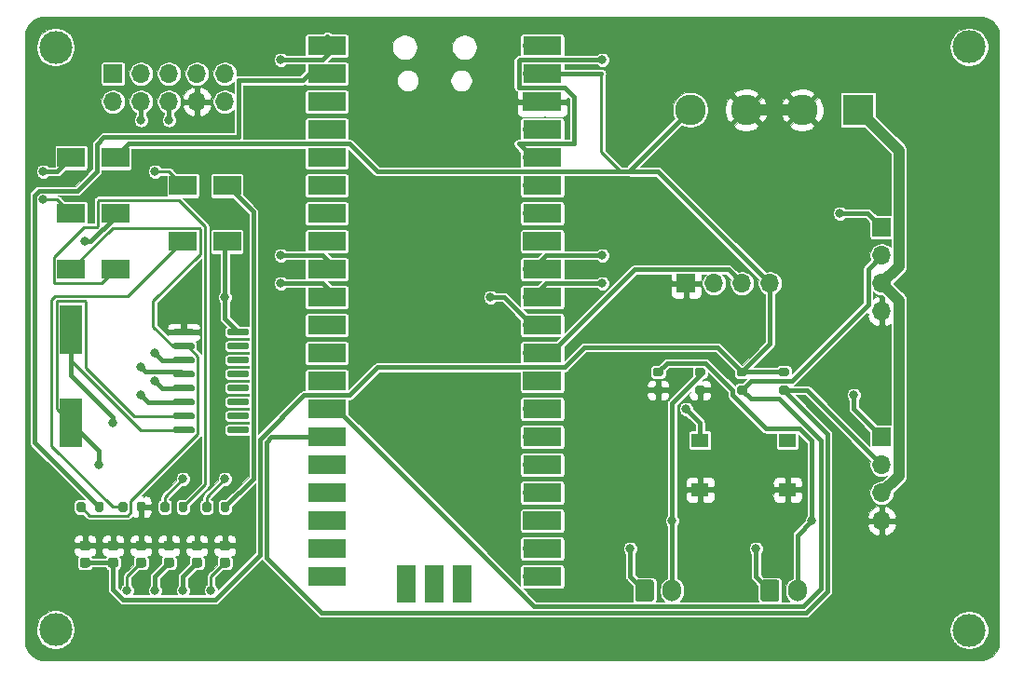
<source format=gbr>
%TF.GenerationSoftware,KiCad,Pcbnew,(5.1.10)-1*%
%TF.CreationDate,2021-08-08T16:35:33+01:00*%
%TF.ProjectId,flowcontrol-v0.1,666c6f77-636f-46e7-9472-6f6c2d76302e,rev?*%
%TF.SameCoordinates,Original*%
%TF.FileFunction,Copper,L1,Top*%
%TF.FilePolarity,Positive*%
%FSLAX46Y46*%
G04 Gerber Fmt 4.6, Leading zero omitted, Abs format (unit mm)*
G04 Created by KiCad (PCBNEW (5.1.10)-1) date 2021-08-08 16:35:33*
%MOMM*%
%LPD*%
G01*
G04 APERTURE LIST*
%TA.AperFunction,ComponentPad*%
%ADD10O,1.700000X1.700000*%
%TD*%
%TA.AperFunction,ComponentPad*%
%ADD11R,1.700000X1.700000*%
%TD*%
%TA.AperFunction,SMDPad,CuDef*%
%ADD12R,3.500000X1.700000*%
%TD*%
%TA.AperFunction,SMDPad,CuDef*%
%ADD13R,1.700000X3.500000*%
%TD*%
%TA.AperFunction,SMDPad,CuDef*%
%ADD14R,1.550000X1.300000*%
%TD*%
%TA.AperFunction,SMDPad,CuDef*%
%ADD15R,2.000000X4.500000*%
%TD*%
%TA.AperFunction,SMDPad,CuDef*%
%ADD16R,2.500000X1.800000*%
%TD*%
%TA.AperFunction,ComponentPad*%
%ADD17O,1.700000X2.000000*%
%TD*%
%TA.AperFunction,ComponentPad*%
%ADD18R,2.780000X2.780000*%
%TD*%
%TA.AperFunction,ComponentPad*%
%ADD19C,2.780000*%
%TD*%
%TA.AperFunction,ComponentPad*%
%ADD20C,3.000000*%
%TD*%
%TA.AperFunction,ViaPad*%
%ADD21C,0.800000*%
%TD*%
%TA.AperFunction,Conductor*%
%ADD22C,0.400000*%
%TD*%
%TA.AperFunction,Conductor*%
%ADD23C,0.250000*%
%TD*%
%TA.AperFunction,Conductor*%
%ADD24C,1.000000*%
%TD*%
%TA.AperFunction,Conductor*%
%ADD25C,0.089000*%
%TD*%
%TA.AperFunction,Conductor*%
%ADD26C,0.100000*%
%TD*%
G04 APERTURE END LIST*
D10*
%TO.P,U1,1*%
%TO.N,GP0*%
X127000000Y-67310000D03*
%TO.P,U1,2*%
%TO.N,GP1*%
X127000000Y-69850000D03*
D11*
%TO.P,U1,3*%
%TO.N,Net-(U1-Pad3)*%
X127000000Y-72390000D03*
D10*
%TO.P,U1,4*%
%TO.N,Net-(U1-Pad4)*%
X127000000Y-74930000D03*
%TO.P,U1,5*%
%TO.N,Net-(U1-Pad5)*%
X127000000Y-77470000D03*
%TO.P,U1,6*%
%TO.N,Net-(U1-Pad6)*%
X127000000Y-80010000D03*
%TO.P,U1,7*%
%TO.N,Net-(U1-Pad7)*%
X127000000Y-82550000D03*
D11*
%TO.P,U1,8*%
%TO.N,Net-(U1-Pad8)*%
X127000000Y-85090000D03*
D10*
%TO.P,U1,9*%
%TO.N,GP6*%
X127000000Y-87630000D03*
%TO.P,U1,10*%
%TO.N,GP7*%
X127000000Y-90170000D03*
%TO.P,U1,11*%
%TO.N,Net-(U1-Pad11)*%
X127000000Y-92710000D03*
%TO.P,U1,12*%
%TO.N,Net-(U1-Pad12)*%
X127000000Y-95250000D03*
D11*
%TO.P,U1,13*%
%TO.N,Net-(U1-Pad13)*%
X127000000Y-97790000D03*
D10*
%TO.P,U1,14*%
%TO.N,GP10*%
X127000000Y-100330000D03*
%TO.P,U1,15*%
%TO.N,GP11*%
X127000000Y-102870000D03*
%TO.P,U1,16*%
%TO.N,Net-(U1-Pad16)*%
X127000000Y-105410000D03*
%TO.P,U1,17*%
%TO.N,Net-(U1-Pad17)*%
X127000000Y-107950000D03*
D11*
%TO.P,U1,18*%
%TO.N,Net-(U1-Pad18)*%
X127000000Y-110490000D03*
D10*
%TO.P,U1,19*%
%TO.N,Net-(U1-Pad19)*%
X127000000Y-113030000D03*
%TO.P,U1,20*%
%TO.N,Net-(U1-Pad20)*%
X127000000Y-115570000D03*
%TO.P,U1,21*%
%TO.N,Net-(U1-Pad21)*%
X144780000Y-115570000D03*
%TO.P,U1,22*%
%TO.N,Net-(U1-Pad22)*%
X144780000Y-113030000D03*
D11*
%TO.P,U1,23*%
%TO.N,Net-(U1-Pad23)*%
X144780000Y-110490000D03*
D10*
%TO.P,U1,24*%
%TO.N,Net-(U1-Pad24)*%
X144780000Y-107950000D03*
%TO.P,U1,25*%
%TO.N,Net-(U1-Pad25)*%
X144780000Y-105410000D03*
%TO.P,U1,26*%
%TO.N,Net-(U1-Pad26)*%
X144780000Y-102870000D03*
%TO.P,U1,27*%
%TO.N,Net-(U1-Pad27)*%
X144780000Y-100330000D03*
D11*
%TO.P,U1,28*%
%TO.N,Net-(U1-Pad28)*%
X144780000Y-97790000D03*
D10*
%TO.P,U1,29*%
%TO.N,DIN*%
X144780000Y-95250000D03*
%TO.P,U1,30*%
%TO.N,RUN*%
X144780000Y-92710000D03*
%TO.P,U1,31*%
%TO.N,GP26*%
X144780000Y-90170000D03*
%TO.P,U1,32*%
%TO.N,GP27*%
X144780000Y-87630000D03*
D11*
%TO.P,U1,33*%
%TO.N,Net-(U1-Pad33)*%
X144780000Y-85090000D03*
D10*
%TO.P,U1,34*%
%TO.N,Net-(U1-Pad34)*%
X144780000Y-82550000D03*
%TO.P,U1,35*%
%TO.N,Net-(U1-Pad35)*%
X144780000Y-80010000D03*
%TO.P,U1,36*%
%TO.N,+3V3*%
X144780000Y-77470000D03*
%TO.P,U1,37*%
%TO.N,Net-(U1-Pad37)*%
X144780000Y-74930000D03*
D11*
%TO.P,U1,38*%
%TO.N,GND*%
X144780000Y-72390000D03*
D10*
%TO.P,U1,39*%
%TO.N,+5V*%
X144780000Y-69850000D03*
%TO.P,U1,40*%
%TO.N,Net-(U1-Pad40)*%
X144780000Y-67310000D03*
D12*
%TO.P,U1,1*%
%TO.N,GP0*%
X126100000Y-67310000D03*
%TO.P,U1,2*%
%TO.N,GP1*%
X126100000Y-69850000D03*
%TO.P,U1,3*%
%TO.N,Net-(U1-Pad3)*%
X126100000Y-72390000D03*
%TO.P,U1,4*%
%TO.N,Net-(U1-Pad4)*%
X126100000Y-74930000D03*
%TO.P,U1,5*%
%TO.N,Net-(U1-Pad5)*%
X126100000Y-77470000D03*
%TO.P,U1,6*%
%TO.N,Net-(U1-Pad6)*%
X126100000Y-80010000D03*
%TO.P,U1,7*%
%TO.N,Net-(U1-Pad7)*%
X126100000Y-82550000D03*
%TO.P,U1,8*%
%TO.N,Net-(U1-Pad8)*%
X126100000Y-85090000D03*
%TO.P,U1,9*%
%TO.N,GP6*%
X126100000Y-87630000D03*
%TO.P,U1,10*%
%TO.N,GP7*%
X126100000Y-90170000D03*
%TO.P,U1,11*%
%TO.N,Net-(U1-Pad11)*%
X126100000Y-92710000D03*
%TO.P,U1,12*%
%TO.N,Net-(U1-Pad12)*%
X126100000Y-95250000D03*
%TO.P,U1,13*%
%TO.N,Net-(U1-Pad13)*%
X126100000Y-97790000D03*
%TO.P,U1,14*%
%TO.N,GP10*%
X126100000Y-100330000D03*
%TO.P,U1,15*%
%TO.N,GP11*%
X126100000Y-102870000D03*
%TO.P,U1,16*%
%TO.N,Net-(U1-Pad16)*%
X126100000Y-105410000D03*
%TO.P,U1,17*%
%TO.N,Net-(U1-Pad17)*%
X126100000Y-107950000D03*
%TO.P,U1,18*%
%TO.N,Net-(U1-Pad18)*%
X126100000Y-110490000D03*
%TO.P,U1,19*%
%TO.N,Net-(U1-Pad19)*%
X126100000Y-113030000D03*
%TO.P,U1,20*%
%TO.N,Net-(U1-Pad20)*%
X126100000Y-115570000D03*
%TO.P,U1,40*%
%TO.N,Net-(U1-Pad40)*%
X145680000Y-67310000D03*
%TO.P,U1,39*%
%TO.N,+5V*%
X145680000Y-69850000D03*
%TO.P,U1,38*%
%TO.N,GND*%
X145680000Y-72390000D03*
%TO.P,U1,37*%
%TO.N,Net-(U1-Pad37)*%
X145680000Y-74930000D03*
%TO.P,U1,36*%
%TO.N,+3V3*%
X145680000Y-77470000D03*
%TO.P,U1,35*%
%TO.N,Net-(U1-Pad35)*%
X145680000Y-80010000D03*
%TO.P,U1,34*%
%TO.N,Net-(U1-Pad34)*%
X145680000Y-82550000D03*
%TO.P,U1,33*%
%TO.N,Net-(U1-Pad33)*%
X145680000Y-85090000D03*
%TO.P,U1,32*%
%TO.N,GP27*%
X145680000Y-87630000D03*
%TO.P,U1,31*%
%TO.N,GP26*%
X145680000Y-90170000D03*
%TO.P,U1,30*%
%TO.N,RUN*%
X145680000Y-92710000D03*
%TO.P,U1,29*%
%TO.N,DIN*%
X145680000Y-95250000D03*
%TO.P,U1,28*%
%TO.N,Net-(U1-Pad28)*%
X145680000Y-97790000D03*
%TO.P,U1,27*%
%TO.N,Net-(U1-Pad27)*%
X145680000Y-100330000D03*
%TO.P,U1,26*%
%TO.N,Net-(U1-Pad26)*%
X145680000Y-102870000D03*
%TO.P,U1,25*%
%TO.N,Net-(U1-Pad25)*%
X145680000Y-105410000D03*
%TO.P,U1,24*%
%TO.N,Net-(U1-Pad24)*%
X145680000Y-107950000D03*
%TO.P,U1,23*%
%TO.N,Net-(U1-Pad23)*%
X145680000Y-110490000D03*
%TO.P,U1,22*%
%TO.N,Net-(U1-Pad22)*%
X145680000Y-113030000D03*
%TO.P,U1,21*%
%TO.N,Net-(U1-Pad21)*%
X145680000Y-115570000D03*
D13*
%TO.P,U1,41*%
%TO.N,N/C*%
X133350000Y-116240000D03*
D10*
X133350000Y-115340000D03*
D13*
%TO.P,U1,42*%
X135890000Y-116240000D03*
D11*
X135890000Y-115340000D03*
D13*
%TO.P,U1,43*%
X138430000Y-116240000D03*
D10*
X138430000Y-115340000D03*
%TD*%
D14*
%TO.P,SW1,2*%
%TO.N,GND*%
X167970000Y-107660000D03*
%TO.P,SW1,1*%
%TO.N,RUN*%
X167970000Y-103160000D03*
X160020000Y-103160000D03*
%TO.P,SW1,2*%
%TO.N,GND*%
X160020000Y-107660000D03*
%TD*%
%TO.P,R8,1*%
%TO.N,+3V3*%
%TA.AperFunction,SMDPad,CuDef*%
G36*
G01*
X114790000Y-109495000D02*
X114790000Y-108945000D01*
G75*
G02*
X114990000Y-108745000I200000J0D01*
G01*
X115390000Y-108745000D01*
G75*
G02*
X115590000Y-108945000I0J-200000D01*
G01*
X115590000Y-109495000D01*
G75*
G02*
X115390000Y-109695000I-200000J0D01*
G01*
X114990000Y-109695000D01*
G75*
G02*
X114790000Y-109495000I0J200000D01*
G01*
G37*
%TD.AperFunction*%
%TO.P,R8,2*%
%TO.N,Net-(D4-Pad2)*%
%TA.AperFunction,SMDPad,CuDef*%
G36*
G01*
X116440000Y-109495000D02*
X116440000Y-108945000D01*
G75*
G02*
X116640000Y-108745000I200000J0D01*
G01*
X117040000Y-108745000D01*
G75*
G02*
X117240000Y-108945000I0J-200000D01*
G01*
X117240000Y-109495000D01*
G75*
G02*
X117040000Y-109695000I-200000J0D01*
G01*
X116640000Y-109695000D01*
G75*
G02*
X116440000Y-109495000I0J200000D01*
G01*
G37*
%TD.AperFunction*%
%TD*%
%TO.P,U2,1*%
%TO.N,GND*%
%TA.AperFunction,SMDPad,CuDef*%
G36*
G01*
X112120000Y-93495000D02*
X112120000Y-93195000D01*
G75*
G02*
X112270000Y-93045000I150000J0D01*
G01*
X113920000Y-93045000D01*
G75*
G02*
X114070000Y-93195000I0J-150000D01*
G01*
X114070000Y-93495000D01*
G75*
G02*
X113920000Y-93645000I-150000J0D01*
G01*
X112270000Y-93645000D01*
G75*
G02*
X112120000Y-93495000I0J150000D01*
G01*
G37*
%TD.AperFunction*%
%TO.P,U2,2*%
%TO.N,TxD*%
%TA.AperFunction,SMDPad,CuDef*%
G36*
G01*
X112120000Y-94765000D02*
X112120000Y-94465000D01*
G75*
G02*
X112270000Y-94315000I150000J0D01*
G01*
X113920000Y-94315000D01*
G75*
G02*
X114070000Y-94465000I0J-150000D01*
G01*
X114070000Y-94765000D01*
G75*
G02*
X113920000Y-94915000I-150000J0D01*
G01*
X112270000Y-94915000D01*
G75*
G02*
X112120000Y-94765000I0J150000D01*
G01*
G37*
%TD.AperFunction*%
%TO.P,U2,3*%
%TO.N,GP0*%
%TA.AperFunction,SMDPad,CuDef*%
G36*
G01*
X112120000Y-96035000D02*
X112120000Y-95735000D01*
G75*
G02*
X112270000Y-95585000I150000J0D01*
G01*
X113920000Y-95585000D01*
G75*
G02*
X114070000Y-95735000I0J-150000D01*
G01*
X114070000Y-96035000D01*
G75*
G02*
X113920000Y-96185000I-150000J0D01*
G01*
X112270000Y-96185000D01*
G75*
G02*
X112120000Y-96035000I0J150000D01*
G01*
G37*
%TD.AperFunction*%
%TO.P,U2,4*%
%TO.N,+3V3*%
%TA.AperFunction,SMDPad,CuDef*%
G36*
G01*
X112120000Y-97305000D02*
X112120000Y-97005000D01*
G75*
G02*
X112270000Y-96855000I150000J0D01*
G01*
X113920000Y-96855000D01*
G75*
G02*
X114070000Y-97005000I0J-150000D01*
G01*
X114070000Y-97305000D01*
G75*
G02*
X113920000Y-97455000I-150000J0D01*
G01*
X112270000Y-97455000D01*
G75*
G02*
X112120000Y-97305000I0J150000D01*
G01*
G37*
%TD.AperFunction*%
%TO.P,U2,5*%
%TO.N,Net-(J5-Pad6)*%
%TA.AperFunction,SMDPad,CuDef*%
G36*
G01*
X112120000Y-98575000D02*
X112120000Y-98275000D01*
G75*
G02*
X112270000Y-98125000I150000J0D01*
G01*
X113920000Y-98125000D01*
G75*
G02*
X114070000Y-98275000I0J-150000D01*
G01*
X114070000Y-98575000D01*
G75*
G02*
X113920000Y-98725000I-150000J0D01*
G01*
X112270000Y-98725000D01*
G75*
G02*
X112120000Y-98575000I0J150000D01*
G01*
G37*
%TD.AperFunction*%
%TO.P,U2,6*%
%TO.N,Net-(J5-Pad4)*%
%TA.AperFunction,SMDPad,CuDef*%
G36*
G01*
X112120000Y-99845000D02*
X112120000Y-99545000D01*
G75*
G02*
X112270000Y-99395000I150000J0D01*
G01*
X113920000Y-99395000D01*
G75*
G02*
X114070000Y-99545000I0J-150000D01*
G01*
X114070000Y-99845000D01*
G75*
G02*
X113920000Y-99995000I-150000J0D01*
G01*
X112270000Y-99995000D01*
G75*
G02*
X112120000Y-99845000I0J150000D01*
G01*
G37*
%TD.AperFunction*%
%TO.P,U2,7*%
%TO.N,Net-(C4-Pad1)*%
%TA.AperFunction,SMDPad,CuDef*%
G36*
G01*
X112120000Y-101115000D02*
X112120000Y-100815000D01*
G75*
G02*
X112270000Y-100665000I150000J0D01*
G01*
X113920000Y-100665000D01*
G75*
G02*
X114070000Y-100815000I0J-150000D01*
G01*
X114070000Y-101115000D01*
G75*
G02*
X113920000Y-101265000I-150000J0D01*
G01*
X112270000Y-101265000D01*
G75*
G02*
X112120000Y-101115000I0J150000D01*
G01*
G37*
%TD.AperFunction*%
%TO.P,U2,8*%
%TO.N,Net-(C5-Pad1)*%
%TA.AperFunction,SMDPad,CuDef*%
G36*
G01*
X112120000Y-102385000D02*
X112120000Y-102085000D01*
G75*
G02*
X112270000Y-101935000I150000J0D01*
G01*
X113920000Y-101935000D01*
G75*
G02*
X114070000Y-102085000I0J-150000D01*
G01*
X114070000Y-102385000D01*
G75*
G02*
X113920000Y-102535000I-150000J0D01*
G01*
X112270000Y-102535000D01*
G75*
G02*
X112120000Y-102385000I0J150000D01*
G01*
G37*
%TD.AperFunction*%
%TO.P,U2,9*%
%TO.N,Net-(U2-Pad9)*%
%TA.AperFunction,SMDPad,CuDef*%
G36*
G01*
X117070000Y-102385000D02*
X117070000Y-102085000D01*
G75*
G02*
X117220000Y-101935000I150000J0D01*
G01*
X118870000Y-101935000D01*
G75*
G02*
X119020000Y-102085000I0J-150000D01*
G01*
X119020000Y-102385000D01*
G75*
G02*
X118870000Y-102535000I-150000J0D01*
G01*
X117220000Y-102535000D01*
G75*
G02*
X117070000Y-102385000I0J150000D01*
G01*
G37*
%TD.AperFunction*%
%TO.P,U2,10*%
%TO.N,Net-(U2-Pad10)*%
%TA.AperFunction,SMDPad,CuDef*%
G36*
G01*
X117070000Y-101115000D02*
X117070000Y-100815000D01*
G75*
G02*
X117220000Y-100665000I150000J0D01*
G01*
X118870000Y-100665000D01*
G75*
G02*
X119020000Y-100815000I0J-150000D01*
G01*
X119020000Y-101115000D01*
G75*
G02*
X118870000Y-101265000I-150000J0D01*
G01*
X117220000Y-101265000D01*
G75*
G02*
X117070000Y-101115000I0J150000D01*
G01*
G37*
%TD.AperFunction*%
%TO.P,U2,11*%
%TO.N,Net-(U2-Pad11)*%
%TA.AperFunction,SMDPad,CuDef*%
G36*
G01*
X117070000Y-99845000D02*
X117070000Y-99545000D01*
G75*
G02*
X117220000Y-99395000I150000J0D01*
G01*
X118870000Y-99395000D01*
G75*
G02*
X119020000Y-99545000I0J-150000D01*
G01*
X119020000Y-99845000D01*
G75*
G02*
X118870000Y-99995000I-150000J0D01*
G01*
X117220000Y-99995000D01*
G75*
G02*
X117070000Y-99845000I0J150000D01*
G01*
G37*
%TD.AperFunction*%
%TO.P,U2,12*%
%TO.N,Net-(U2-Pad12)*%
%TA.AperFunction,SMDPad,CuDef*%
G36*
G01*
X117070000Y-98575000D02*
X117070000Y-98275000D01*
G75*
G02*
X117220000Y-98125000I150000J0D01*
G01*
X118870000Y-98125000D01*
G75*
G02*
X119020000Y-98275000I0J-150000D01*
G01*
X119020000Y-98575000D01*
G75*
G02*
X118870000Y-98725000I-150000J0D01*
G01*
X117220000Y-98725000D01*
G75*
G02*
X117070000Y-98575000I0J150000D01*
G01*
G37*
%TD.AperFunction*%
%TO.P,U2,13*%
%TO.N,Net-(U2-Pad13)*%
%TA.AperFunction,SMDPad,CuDef*%
G36*
G01*
X117070000Y-97305000D02*
X117070000Y-97005000D01*
G75*
G02*
X117220000Y-96855000I150000J0D01*
G01*
X118870000Y-96855000D01*
G75*
G02*
X119020000Y-97005000I0J-150000D01*
G01*
X119020000Y-97305000D01*
G75*
G02*
X118870000Y-97455000I-150000J0D01*
G01*
X117220000Y-97455000D01*
G75*
G02*
X117070000Y-97305000I0J150000D01*
G01*
G37*
%TD.AperFunction*%
%TO.P,U2,14*%
%TO.N,Net-(U2-Pad14)*%
%TA.AperFunction,SMDPad,CuDef*%
G36*
G01*
X117070000Y-96035000D02*
X117070000Y-95735000D01*
G75*
G02*
X117220000Y-95585000I150000J0D01*
G01*
X118870000Y-95585000D01*
G75*
G02*
X119020000Y-95735000I0J-150000D01*
G01*
X119020000Y-96035000D01*
G75*
G02*
X118870000Y-96185000I-150000J0D01*
G01*
X117220000Y-96185000D01*
G75*
G02*
X117070000Y-96035000I0J150000D01*
G01*
G37*
%TD.AperFunction*%
%TO.P,U2,15*%
%TO.N,Net-(U2-Pad15)*%
%TA.AperFunction,SMDPad,CuDef*%
G36*
G01*
X117070000Y-94765000D02*
X117070000Y-94465000D01*
G75*
G02*
X117220000Y-94315000I150000J0D01*
G01*
X118870000Y-94315000D01*
G75*
G02*
X119020000Y-94465000I0J-150000D01*
G01*
X119020000Y-94765000D01*
G75*
G02*
X118870000Y-94915000I-150000J0D01*
G01*
X117220000Y-94915000D01*
G75*
G02*
X117070000Y-94765000I0J150000D01*
G01*
G37*
%TD.AperFunction*%
%TO.P,U2,16*%
%TO.N,+3V3*%
%TA.AperFunction,SMDPad,CuDef*%
G36*
G01*
X117070000Y-93495000D02*
X117070000Y-93195000D01*
G75*
G02*
X117220000Y-93045000I150000J0D01*
G01*
X118870000Y-93045000D01*
G75*
G02*
X119020000Y-93195000I0J-150000D01*
G01*
X119020000Y-93495000D01*
G75*
G02*
X118870000Y-93645000I-150000J0D01*
G01*
X117220000Y-93645000D01*
G75*
G02*
X117070000Y-93495000I0J150000D01*
G01*
G37*
%TD.AperFunction*%
%TD*%
D15*
%TO.P,Y1,1*%
%TO.N,Net-(C4-Pad1)*%
X102870000Y-101600000D03*
%TO.P,Y1,2*%
%TO.N,Net-(C5-Pad1)*%
X102870000Y-93100000D03*
%TD*%
%TO.P,R1,1*%
%TO.N,GP26*%
%TA.AperFunction,SMDPad,CuDef*%
G36*
G01*
X155935000Y-96565000D02*
X156485000Y-96565000D01*
G75*
G02*
X156685000Y-96765000I0J-200000D01*
G01*
X156685000Y-97165000D01*
G75*
G02*
X156485000Y-97365000I-200000J0D01*
G01*
X155935000Y-97365000D01*
G75*
G02*
X155735000Y-97165000I0J200000D01*
G01*
X155735000Y-96765000D01*
G75*
G02*
X155935000Y-96565000I200000J0D01*
G01*
G37*
%TD.AperFunction*%
%TO.P,R1,2*%
%TO.N,GND*%
%TA.AperFunction,SMDPad,CuDef*%
G36*
G01*
X155935000Y-98215000D02*
X156485000Y-98215000D01*
G75*
G02*
X156685000Y-98415000I0J-200000D01*
G01*
X156685000Y-98815000D01*
G75*
G02*
X156485000Y-99015000I-200000J0D01*
G01*
X155935000Y-99015000D01*
G75*
G02*
X155735000Y-98815000I0J200000D01*
G01*
X155735000Y-98415000D01*
G75*
G02*
X155935000Y-98215000I200000J0D01*
G01*
G37*
%TD.AperFunction*%
%TD*%
D16*
%TO.P,D4,2*%
%TO.N,Net-(D4-Pad2)*%
X117030000Y-80010000D03*
%TO.P,D4,1*%
%TO.N,GP0*%
X113030000Y-80010000D03*
%TD*%
D17*
%TO.P,J3,2*%
%TO.N,GP26*%
X168870000Y-116840000D03*
%TO.P,J3,1*%
%TO.N,+3V3*%
%TA.AperFunction,ComponentPad*%
G36*
G01*
X165520000Y-117590000D02*
X165520000Y-116090000D01*
G75*
G02*
X165770000Y-115840000I250000J0D01*
G01*
X166970000Y-115840000D01*
G75*
G02*
X167220000Y-116090000I0J-250000D01*
G01*
X167220000Y-117590000D01*
G75*
G02*
X166970000Y-117840000I-250000J0D01*
G01*
X165770000Y-117840000D01*
G75*
G02*
X165520000Y-117590000I0J250000D01*
G01*
G37*
%TD.AperFunction*%
%TD*%
%TO.P,R3,1*%
%TO.N,+5V*%
%TA.AperFunction,SMDPad,CuDef*%
G36*
G01*
X163555000Y-96565000D02*
X164105000Y-96565000D01*
G75*
G02*
X164305000Y-96765000I0J-200000D01*
G01*
X164305000Y-97165000D01*
G75*
G02*
X164105000Y-97365000I-200000J0D01*
G01*
X163555000Y-97365000D01*
G75*
G02*
X163355000Y-97165000I0J200000D01*
G01*
X163355000Y-96765000D01*
G75*
G02*
X163555000Y-96565000I200000J0D01*
G01*
G37*
%TD.AperFunction*%
%TO.P,R3,2*%
%TO.N,GP10*%
%TA.AperFunction,SMDPad,CuDef*%
G36*
G01*
X163555000Y-98215000D02*
X164105000Y-98215000D01*
G75*
G02*
X164305000Y-98415000I0J-200000D01*
G01*
X164305000Y-98815000D01*
G75*
G02*
X164105000Y-99015000I-200000J0D01*
G01*
X163555000Y-99015000D01*
G75*
G02*
X163355000Y-98815000I0J200000D01*
G01*
X163355000Y-98415000D01*
G75*
G02*
X163555000Y-98215000I200000J0D01*
G01*
G37*
%TD.AperFunction*%
%TD*%
D16*
%TO.P,D5,1*%
%TO.N,Net-(D5-Pad1)*%
X113030000Y-85090000D03*
%TO.P,D5,2*%
%TO.N,+3V3*%
X117030000Y-85090000D03*
%TD*%
%TO.P,D3,1*%
%TO.N,TxD*%
X102870000Y-87630000D03*
%TO.P,D3,2*%
%TO.N,Net-(D3-Pad2)*%
X106870000Y-87630000D03*
%TD*%
D11*
%TO.P,J1,1*%
%TO.N,GP6*%
X176530000Y-83820000D03*
D10*
%TO.P,J1,2*%
%TO.N,GP10*%
X176530000Y-86360000D03*
%TO.P,J1,3*%
%TO.N,+12V*%
X176530000Y-88900000D03*
%TO.P,J1,4*%
%TO.N,GND*%
X176530000Y-91440000D03*
%TD*%
%TO.P,J2,4*%
%TO.N,GND*%
X176530000Y-110490000D03*
%TO.P,J2,3*%
%TO.N,+12V*%
X176530000Y-107950000D03*
%TO.P,J2,2*%
%TO.N,GP11*%
X176530000Y-105410000D03*
D11*
%TO.P,J2,1*%
%TO.N,GP7*%
X176530000Y-102870000D03*
%TD*%
D16*
%TO.P,D1,1*%
%TO.N,Net-(D1-Pad1)*%
X102870000Y-77470000D03*
%TO.P,D1,2*%
%TO.N,+5V*%
X106870000Y-77470000D03*
%TD*%
%TO.P,J4,1*%
%TO.N,+3V3*%
%TA.AperFunction,ComponentPad*%
G36*
G01*
X154130000Y-117590000D02*
X154130000Y-116090000D01*
G75*
G02*
X154380000Y-115840000I250000J0D01*
G01*
X155580000Y-115840000D01*
G75*
G02*
X155830000Y-116090000I0J-250000D01*
G01*
X155830000Y-117590000D01*
G75*
G02*
X155580000Y-117840000I-250000J0D01*
G01*
X154380000Y-117840000D01*
G75*
G02*
X154130000Y-117590000I0J250000D01*
G01*
G37*
%TD.AperFunction*%
D17*
%TO.P,J4,2*%
%TO.N,GP27*%
X157480000Y-116840000D03*
%TD*%
D18*
%TO.P,J6,1*%
%TO.N,+12V*%
X174375000Y-73125000D03*
D19*
%TO.P,J6,2*%
%TO.N,GND*%
X169295000Y-73125000D03*
%TO.P,J6,3*%
X164215000Y-73125000D03*
%TO.P,J6,4*%
%TO.N,+5V*%
X159135000Y-73125000D03*
%TD*%
D16*
%TO.P,D2,2*%
%TO.N,Net-(D1-Pad1)*%
X106870000Y-82550000D03*
%TO.P,D2,1*%
%TO.N,+3V3*%
X102870000Y-82550000D03*
%TD*%
D11*
%TO.P,J7,1*%
%TO.N,GND*%
X158750000Y-88900000D03*
D10*
%TO.P,J7,2*%
%TO.N,Net-(J7-Pad2)*%
X161290000Y-88900000D03*
%TO.P,J7,3*%
%TO.N,DIN*%
X163830000Y-88900000D03*
%TO.P,J7,4*%
%TO.N,+5V*%
X166370000Y-88900000D03*
%TD*%
%TO.P,R4,2*%
%TO.N,GP11*%
%TA.AperFunction,SMDPad,CuDef*%
G36*
G01*
X167365000Y-98215000D02*
X167915000Y-98215000D01*
G75*
G02*
X168115000Y-98415000I0J-200000D01*
G01*
X168115000Y-98815000D01*
G75*
G02*
X167915000Y-99015000I-200000J0D01*
G01*
X167365000Y-99015000D01*
G75*
G02*
X167165000Y-98815000I0J200000D01*
G01*
X167165000Y-98415000D01*
G75*
G02*
X167365000Y-98215000I200000J0D01*
G01*
G37*
%TD.AperFunction*%
%TO.P,R4,1*%
%TO.N,+5V*%
%TA.AperFunction,SMDPad,CuDef*%
G36*
G01*
X167365000Y-96565000D02*
X167915000Y-96565000D01*
G75*
G02*
X168115000Y-96765000I0J-200000D01*
G01*
X168115000Y-97165000D01*
G75*
G02*
X167915000Y-97365000I-200000J0D01*
G01*
X167365000Y-97365000D01*
G75*
G02*
X167165000Y-97165000I0J200000D01*
G01*
X167165000Y-96765000D01*
G75*
G02*
X167365000Y-96565000I200000J0D01*
G01*
G37*
%TD.AperFunction*%
%TD*%
%TO.P,R5,2*%
%TO.N,GP1*%
%TA.AperFunction,SMDPad,CuDef*%
G36*
G01*
X105010000Y-109495000D02*
X105010000Y-108945000D01*
G75*
G02*
X105210000Y-108745000I200000J0D01*
G01*
X105610000Y-108745000D01*
G75*
G02*
X105810000Y-108945000I0J-200000D01*
G01*
X105810000Y-109495000D01*
G75*
G02*
X105610000Y-109695000I-200000J0D01*
G01*
X105210000Y-109695000D01*
G75*
G02*
X105010000Y-109495000I0J200000D01*
G01*
G37*
%TD.AperFunction*%
%TO.P,R5,1*%
%TO.N,TxD*%
%TA.AperFunction,SMDPad,CuDef*%
G36*
G01*
X103360000Y-109495000D02*
X103360000Y-108945000D01*
G75*
G02*
X103560000Y-108745000I200000J0D01*
G01*
X103960000Y-108745000D01*
G75*
G02*
X104160000Y-108945000I0J-200000D01*
G01*
X104160000Y-109495000D01*
G75*
G02*
X103960000Y-109695000I-200000J0D01*
G01*
X103560000Y-109695000D01*
G75*
G02*
X103360000Y-109495000I0J200000D01*
G01*
G37*
%TD.AperFunction*%
%TD*%
%TO.P,R7,2*%
%TO.N,Net-(D3-Pad2)*%
%TA.AperFunction,SMDPad,CuDef*%
G36*
G01*
X112630000Y-109495000D02*
X112630000Y-108945000D01*
G75*
G02*
X112830000Y-108745000I200000J0D01*
G01*
X113230000Y-108745000D01*
G75*
G02*
X113430000Y-108945000I0J-200000D01*
G01*
X113430000Y-109495000D01*
G75*
G02*
X113230000Y-109695000I-200000J0D01*
G01*
X112830000Y-109695000D01*
G75*
G02*
X112630000Y-109495000I0J200000D01*
G01*
G37*
%TD.AperFunction*%
%TO.P,R7,1*%
%TO.N,+3V3*%
%TA.AperFunction,SMDPad,CuDef*%
G36*
G01*
X110980000Y-109495000D02*
X110980000Y-108945000D01*
G75*
G02*
X111180000Y-108745000I200000J0D01*
G01*
X111580000Y-108745000D01*
G75*
G02*
X111780000Y-108945000I0J-200000D01*
G01*
X111780000Y-109495000D01*
G75*
G02*
X111580000Y-109695000I-200000J0D01*
G01*
X111180000Y-109695000D01*
G75*
G02*
X110980000Y-109495000I0J200000D01*
G01*
G37*
%TD.AperFunction*%
%TD*%
%TO.P,R2,2*%
%TO.N,GND*%
%TA.AperFunction,SMDPad,CuDef*%
G36*
G01*
X159745000Y-98215000D02*
X160295000Y-98215000D01*
G75*
G02*
X160495000Y-98415000I0J-200000D01*
G01*
X160495000Y-98815000D01*
G75*
G02*
X160295000Y-99015000I-200000J0D01*
G01*
X159745000Y-99015000D01*
G75*
G02*
X159545000Y-98815000I0J200000D01*
G01*
X159545000Y-98415000D01*
G75*
G02*
X159745000Y-98215000I200000J0D01*
G01*
G37*
%TD.AperFunction*%
%TO.P,R2,1*%
%TO.N,GP27*%
%TA.AperFunction,SMDPad,CuDef*%
G36*
G01*
X159745000Y-96565000D02*
X160295000Y-96565000D01*
G75*
G02*
X160495000Y-96765000I0J-200000D01*
G01*
X160495000Y-97165000D01*
G75*
G02*
X160295000Y-97365000I-200000J0D01*
G01*
X159745000Y-97365000D01*
G75*
G02*
X159545000Y-97165000I0J200000D01*
G01*
X159545000Y-96765000D01*
G75*
G02*
X159745000Y-96565000I200000J0D01*
G01*
G37*
%TD.AperFunction*%
%TD*%
%TO.P,R6,1*%
%TO.N,Net-(D5-Pad1)*%
%TA.AperFunction,SMDPad,CuDef*%
G36*
G01*
X107170000Y-109495000D02*
X107170000Y-108945000D01*
G75*
G02*
X107370000Y-108745000I200000J0D01*
G01*
X107770000Y-108745000D01*
G75*
G02*
X107970000Y-108945000I0J-200000D01*
G01*
X107970000Y-109495000D01*
G75*
G02*
X107770000Y-109695000I-200000J0D01*
G01*
X107370000Y-109695000D01*
G75*
G02*
X107170000Y-109495000I0J200000D01*
G01*
G37*
%TD.AperFunction*%
%TO.P,R6,2*%
%TO.N,GND*%
%TA.AperFunction,SMDPad,CuDef*%
G36*
G01*
X108820000Y-109495000D02*
X108820000Y-108945000D01*
G75*
G02*
X109020000Y-108745000I200000J0D01*
G01*
X109420000Y-108745000D01*
G75*
G02*
X109620000Y-108945000I0J-200000D01*
G01*
X109620000Y-109495000D01*
G75*
G02*
X109420000Y-109695000I-200000J0D01*
G01*
X109020000Y-109695000D01*
G75*
G02*
X108820000Y-109495000I0J200000D01*
G01*
G37*
%TD.AperFunction*%
%TD*%
D20*
%TO.P,REF\u002A\u002A,1*%
%TO.N,N/C*%
X184454800Y-120421400D03*
%TD*%
%TO.P,C3,1*%
%TO.N,+3V3*%
%TA.AperFunction,SMDPad,CuDef*%
G36*
G01*
X109470000Y-114750000D02*
X108970000Y-114750000D01*
G75*
G02*
X108745000Y-114525000I0J225000D01*
G01*
X108745000Y-114075000D01*
G75*
G02*
X108970000Y-113850000I225000J0D01*
G01*
X109470000Y-113850000D01*
G75*
G02*
X109695000Y-114075000I0J-225000D01*
G01*
X109695000Y-114525000D01*
G75*
G02*
X109470000Y-114750000I-225000J0D01*
G01*
G37*
%TD.AperFunction*%
%TO.P,C3,2*%
%TO.N,GND*%
%TA.AperFunction,SMDPad,CuDef*%
G36*
G01*
X109470000Y-113200000D02*
X108970000Y-113200000D01*
G75*
G02*
X108745000Y-112975000I0J225000D01*
G01*
X108745000Y-112525000D01*
G75*
G02*
X108970000Y-112300000I225000J0D01*
G01*
X109470000Y-112300000D01*
G75*
G02*
X109695000Y-112525000I0J-225000D01*
G01*
X109695000Y-112975000D01*
G75*
G02*
X109470000Y-113200000I-225000J0D01*
G01*
G37*
%TD.AperFunction*%
%TD*%
%TO.P,C6,1*%
%TO.N,+3V3*%
%TA.AperFunction,SMDPad,CuDef*%
G36*
G01*
X117090000Y-114750000D02*
X116590000Y-114750000D01*
G75*
G02*
X116365000Y-114525000I0J225000D01*
G01*
X116365000Y-114075000D01*
G75*
G02*
X116590000Y-113850000I225000J0D01*
G01*
X117090000Y-113850000D01*
G75*
G02*
X117315000Y-114075000I0J-225000D01*
G01*
X117315000Y-114525000D01*
G75*
G02*
X117090000Y-114750000I-225000J0D01*
G01*
G37*
%TD.AperFunction*%
%TO.P,C6,2*%
%TO.N,GND*%
%TA.AperFunction,SMDPad,CuDef*%
G36*
G01*
X117090000Y-113200000D02*
X116590000Y-113200000D01*
G75*
G02*
X116365000Y-112975000I0J225000D01*
G01*
X116365000Y-112525000D01*
G75*
G02*
X116590000Y-112300000I225000J0D01*
G01*
X117090000Y-112300000D01*
G75*
G02*
X117315000Y-112525000I0J-225000D01*
G01*
X117315000Y-112975000D01*
G75*
G02*
X117090000Y-113200000I-225000J0D01*
G01*
G37*
%TD.AperFunction*%
%TD*%
%TO.P,C4,1*%
%TO.N,Net-(C4-Pad1)*%
%TA.AperFunction,SMDPad,CuDef*%
G36*
G01*
X112010000Y-114750000D02*
X111510000Y-114750000D01*
G75*
G02*
X111285000Y-114525000I0J225000D01*
G01*
X111285000Y-114075000D01*
G75*
G02*
X111510000Y-113850000I225000J0D01*
G01*
X112010000Y-113850000D01*
G75*
G02*
X112235000Y-114075000I0J-225000D01*
G01*
X112235000Y-114525000D01*
G75*
G02*
X112010000Y-114750000I-225000J0D01*
G01*
G37*
%TD.AperFunction*%
%TO.P,C4,2*%
%TO.N,GND*%
%TA.AperFunction,SMDPad,CuDef*%
G36*
G01*
X112010000Y-113200000D02*
X111510000Y-113200000D01*
G75*
G02*
X111285000Y-112975000I0J225000D01*
G01*
X111285000Y-112525000D01*
G75*
G02*
X111510000Y-112300000I225000J0D01*
G01*
X112010000Y-112300000D01*
G75*
G02*
X112235000Y-112525000I0J-225000D01*
G01*
X112235000Y-112975000D01*
G75*
G02*
X112010000Y-113200000I-225000J0D01*
G01*
G37*
%TD.AperFunction*%
%TD*%
%TO.P,REF\u002A\u002A,1*%
%TO.N,N/C*%
X101447600Y-120370600D03*
%TD*%
%TO.P,REF\u002A\u002A,1*%
%TO.N,N/C*%
X184454800Y-67411600D03*
%TD*%
%TO.P,C1,1*%
%TO.N,+5V*%
%TA.AperFunction,SMDPad,CuDef*%
G36*
G01*
X104390000Y-114750000D02*
X103890000Y-114750000D01*
G75*
G02*
X103665000Y-114525000I0J225000D01*
G01*
X103665000Y-114075000D01*
G75*
G02*
X103890000Y-113850000I225000J0D01*
G01*
X104390000Y-113850000D01*
G75*
G02*
X104615000Y-114075000I0J-225000D01*
G01*
X104615000Y-114525000D01*
G75*
G02*
X104390000Y-114750000I-225000J0D01*
G01*
G37*
%TD.AperFunction*%
%TO.P,C1,2*%
%TO.N,GND*%
%TA.AperFunction,SMDPad,CuDef*%
G36*
G01*
X104390000Y-113200000D02*
X103890000Y-113200000D01*
G75*
G02*
X103665000Y-112975000I0J225000D01*
G01*
X103665000Y-112525000D01*
G75*
G02*
X103890000Y-112300000I225000J0D01*
G01*
X104390000Y-112300000D01*
G75*
G02*
X104615000Y-112525000I0J-225000D01*
G01*
X104615000Y-112975000D01*
G75*
G02*
X104390000Y-113200000I-225000J0D01*
G01*
G37*
%TD.AperFunction*%
%TD*%
%TO.P,C2,2*%
%TO.N,GND*%
%TA.AperFunction,SMDPad,CuDef*%
G36*
G01*
X106930000Y-113200000D02*
X106430000Y-113200000D01*
G75*
G02*
X106205000Y-112975000I0J225000D01*
G01*
X106205000Y-112525000D01*
G75*
G02*
X106430000Y-112300000I225000J0D01*
G01*
X106930000Y-112300000D01*
G75*
G02*
X107155000Y-112525000I0J-225000D01*
G01*
X107155000Y-112975000D01*
G75*
G02*
X106930000Y-113200000I-225000J0D01*
G01*
G37*
%TD.AperFunction*%
%TO.P,C2,1*%
%TO.N,+5V*%
%TA.AperFunction,SMDPad,CuDef*%
G36*
G01*
X106930000Y-114750000D02*
X106430000Y-114750000D01*
G75*
G02*
X106205000Y-114525000I0J225000D01*
G01*
X106205000Y-114075000D01*
G75*
G02*
X106430000Y-113850000I225000J0D01*
G01*
X106930000Y-113850000D01*
G75*
G02*
X107155000Y-114075000I0J-225000D01*
G01*
X107155000Y-114525000D01*
G75*
G02*
X106930000Y-114750000I-225000J0D01*
G01*
G37*
%TD.AperFunction*%
%TD*%
%TO.P,C5,2*%
%TO.N,GND*%
%TA.AperFunction,SMDPad,CuDef*%
G36*
G01*
X114550000Y-113200000D02*
X114050000Y-113200000D01*
G75*
G02*
X113825000Y-112975000I0J225000D01*
G01*
X113825000Y-112525000D01*
G75*
G02*
X114050000Y-112300000I225000J0D01*
G01*
X114550000Y-112300000D01*
G75*
G02*
X114775000Y-112525000I0J-225000D01*
G01*
X114775000Y-112975000D01*
G75*
G02*
X114550000Y-113200000I-225000J0D01*
G01*
G37*
%TD.AperFunction*%
%TO.P,C5,1*%
%TO.N,Net-(C5-Pad1)*%
%TA.AperFunction,SMDPad,CuDef*%
G36*
G01*
X114550000Y-114750000D02*
X114050000Y-114750000D01*
G75*
G02*
X113825000Y-114525000I0J225000D01*
G01*
X113825000Y-114075000D01*
G75*
G02*
X114050000Y-113850000I225000J0D01*
G01*
X114550000Y-113850000D01*
G75*
G02*
X114775000Y-114075000I0J-225000D01*
G01*
X114775000Y-114525000D01*
G75*
G02*
X114550000Y-114750000I-225000J0D01*
G01*
G37*
%TD.AperFunction*%
%TD*%
%TO.P,REF\u002A\u002A,1*%
%TO.N,N/C*%
X101447600Y-67424300D03*
%TD*%
D10*
%TO.P,J5,10*%
%TO.N,Net-(J5-Pad10)*%
X116840000Y-72390000D03*
%TO.P,J5,9*%
%TO.N,Net-(J5-Pad9)*%
X116840000Y-69850000D03*
%TO.P,J5,8*%
%TO.N,GND*%
X114300000Y-72390000D03*
%TO.P,J5,7*%
%TO.N,Net-(J5-Pad7)*%
X114300000Y-69850000D03*
%TO.P,J5,6*%
%TO.N,Net-(J5-Pad6)*%
X111760000Y-72390000D03*
%TO.P,J5,5*%
%TO.N,Net-(J5-Pad5)*%
X111760000Y-69850000D03*
%TO.P,J5,4*%
%TO.N,Net-(J5-Pad4)*%
X109220000Y-72390000D03*
%TO.P,J5,3*%
%TO.N,Net-(J5-Pad3)*%
X109220000Y-69850000D03*
%TO.P,J5,2*%
%TO.N,+5V*%
X106680000Y-72390000D03*
D11*
%TO.P,J5,1*%
%TO.N,Net-(J5-Pad1)*%
X106680000Y-69850000D03*
%TD*%
D21*
%TO.N,GND*%
X173990000Y-95250000D03*
X113030000Y-91440000D03*
X173990000Y-114300000D03*
X161290000Y-92710000D03*
X162560000Y-110490000D03*
X154940000Y-101600000D03*
X161290000Y-100330000D03*
X166370000Y-81280000D03*
%TO.N,+3V3*%
X113030000Y-106680000D03*
X153670000Y-113030000D03*
X109220000Y-96520000D03*
X165100000Y-113030000D03*
X116840000Y-106680000D03*
X151130000Y-68580000D03*
X116840000Y-90170000D03*
X115570000Y-116840000D03*
X100330000Y-81280000D03*
X107950000Y-116840000D03*
%TO.N,Net-(C4-Pad1)*%
X110490000Y-116840000D03*
X105410000Y-105410000D03*
%TO.N,Net-(C5-Pad1)*%
X113030000Y-116840000D03*
X106680000Y-101600000D03*
%TO.N,Net-(D1-Pad1)*%
X104140000Y-85090000D03*
X100330000Y-78740000D03*
%TO.N,GP6*%
X172720000Y-82550000D03*
X121920000Y-86360000D03*
%TO.N,GP7*%
X173990000Y-99060000D03*
X121920000Y-88900000D03*
%TO.N,GP26*%
X170180000Y-110490000D03*
X151130000Y-88900000D03*
%TO.N,GP27*%
X151130000Y-86360000D03*
X157480000Y-110490000D03*
%TO.N,Net-(J5-Pad4)*%
X109220000Y-74062500D03*
X109220000Y-99060000D03*
%TO.N,Net-(J5-Pad6)*%
X110490000Y-97790000D03*
X111760000Y-74062500D03*
%TO.N,GP0*%
X121920000Y-68580000D03*
X110490000Y-78740000D03*
X110490000Y-95250000D03*
%TO.N,RUN*%
X158750000Y-100330000D03*
X140970000Y-90170000D03*
%TD*%
D22*
%TO.N,+5V*%
X151044002Y-69850000D02*
X144780000Y-69850000D01*
X120020020Y-113573982D02*
X115954001Y-117640001D01*
X163830000Y-96965000D02*
X167640000Y-96965000D01*
X108120001Y-76219999D02*
X106870000Y-77470000D01*
X106680000Y-116754002D02*
X106680000Y-114300000D01*
X128170001Y-76219999D02*
X108120001Y-76219999D01*
X130670003Y-78720001D02*
X128170001Y-76219999D01*
X166370000Y-94425000D02*
X163830000Y-96965000D01*
X124029999Y-99079999D02*
X120020020Y-103089978D01*
X130710001Y-96539999D02*
X128170001Y-99079999D01*
X149521459Y-94728543D02*
X147710003Y-96539999D01*
X163830000Y-96965000D02*
X161593543Y-94728543D01*
X166370000Y-88900000D02*
X166370000Y-94425000D01*
X120020020Y-103089978D02*
X120020020Y-113573982D01*
X107565999Y-117640001D02*
X106680000Y-116754002D01*
X115954001Y-117640001D02*
X107565999Y-117640001D01*
X161593543Y-94728543D02*
X149521459Y-94728543D01*
X147710003Y-96539999D02*
X130710001Y-96539999D01*
X128170001Y-99079999D02*
X124029999Y-99079999D01*
X104140000Y-114300000D02*
X106680000Y-114300000D01*
D23*
X151044002Y-76981502D02*
X152782501Y-78720001D01*
X151044002Y-69850000D02*
X151044002Y-76981502D01*
D22*
X152782501Y-78720001D02*
X130670003Y-78720001D01*
X153689999Y-78720001D02*
X152782501Y-78720001D01*
%TO.N,GND*%
X113030000Y-93280000D02*
X113095000Y-93345000D01*
X113030000Y-91440000D02*
X113030000Y-93280000D01*
D23*
%TO.N,+3V3*%
X109220000Y-96520000D02*
X109220000Y-96520000D01*
X111380000Y-108330000D02*
X113030000Y-106680000D01*
X107950000Y-116840000D02*
X107950000Y-115570000D01*
X116840000Y-90170000D02*
X116840000Y-90170000D01*
X115570000Y-115570000D02*
X116840000Y-114300000D01*
X115190000Y-108330000D02*
X116840000Y-106680000D01*
X115190000Y-109220000D02*
X115190000Y-108330000D01*
X111380000Y-109220000D02*
X111380000Y-108330000D01*
X107950000Y-115570000D02*
X109220000Y-114300000D01*
D22*
X165100000Y-113030000D02*
X165100000Y-115570000D01*
X143529999Y-71020001D02*
X143529999Y-68679999D01*
X153670000Y-113030000D02*
X153670000Y-115530000D01*
X148570001Y-76219999D02*
X148570001Y-71959999D01*
X109619999Y-96919999D02*
X112859999Y-96919999D01*
X116840000Y-90170000D02*
X116840000Y-92140000D01*
X109220000Y-96520000D02*
X109619999Y-96919999D01*
X153670000Y-115530000D02*
X154980000Y-116840000D01*
X143529999Y-76219999D02*
X148570001Y-76219999D01*
X143629998Y-68580000D02*
X151130000Y-68580000D01*
X143529999Y-76219999D02*
X144780000Y-77470000D01*
D23*
X101600000Y-81280000D02*
X102870000Y-82550000D01*
D22*
X148570001Y-71959999D02*
X147710003Y-71100001D01*
X165100000Y-115570000D02*
X166370000Y-116840000D01*
X147710003Y-71100001D02*
X143609999Y-71100001D01*
X116840000Y-90170000D02*
X116840000Y-85280000D01*
X116840000Y-85280000D02*
X117030000Y-85090000D01*
X143629998Y-68580000D02*
X143529999Y-68679999D01*
D23*
X100330000Y-81280000D02*
X101600000Y-81280000D01*
X115570000Y-116840000D02*
X115570000Y-115570000D01*
D22*
X143609999Y-71100001D02*
X143529999Y-71020001D01*
X116840000Y-92140000D02*
X118045000Y-93345000D01*
X112859999Y-96919999D02*
X113095000Y-97155000D01*
D23*
%TO.N,Net-(C4-Pad1)*%
X113095000Y-100965000D02*
X108585000Y-100965000D01*
X104195001Y-96575001D02*
X104195001Y-90589999D01*
D22*
X105410000Y-104140000D02*
X102870000Y-101600000D01*
D23*
X101609999Y-90524999D02*
X101544999Y-90589999D01*
X101544999Y-90589999D02*
X101544999Y-100274999D01*
X104195001Y-90589999D02*
X104130001Y-90524999D01*
D22*
X110490000Y-115570000D02*
X111760000Y-114300000D01*
D23*
X108585000Y-100965000D02*
X104195001Y-96575001D01*
D22*
X105410000Y-105410000D02*
X105410000Y-104140000D01*
D23*
X101544999Y-100274999D02*
X102870000Y-101600000D01*
D22*
X110490000Y-116840000D02*
X110490000Y-115570000D01*
D23*
X113095000Y-100965000D02*
X112120000Y-100965000D01*
X104130001Y-90524999D02*
X101609999Y-90524999D01*
%TO.N,Net-(C5-Pad1)*%
X113095000Y-102235000D02*
X109218590Y-102235000D01*
X109218590Y-102235000D02*
X102870000Y-95886410D01*
D22*
X102870000Y-97224315D02*
X102870000Y-93100000D01*
X106680000Y-101034315D02*
X102870000Y-97224315D01*
X113030000Y-115570000D02*
X114300000Y-114300000D01*
D23*
X102870000Y-95886410D02*
X102870000Y-93100000D01*
D22*
X113030000Y-116840000D02*
X113030000Y-115570000D01*
X106680000Y-101600000D02*
X106680000Y-101034315D01*
%TO.N,Net-(D1-Pad1)*%
X101600000Y-78740000D02*
X102870000Y-77470000D01*
X100330000Y-78740000D02*
X101600000Y-78740000D01*
X106870000Y-82877476D02*
X106870000Y-82550000D01*
X104657476Y-85090000D02*
X106870000Y-82877476D01*
X104140000Y-85090000D02*
X104657476Y-85090000D01*
D23*
%TO.N,TxD*%
X114395010Y-102581758D02*
X114395010Y-95538242D01*
X108295010Y-109712468D02*
X108295010Y-108681758D01*
X107987468Y-110020010D02*
X108295010Y-109712468D01*
X113471768Y-94615000D02*
X113095000Y-94615000D01*
X114395010Y-95538242D02*
X113471768Y-94615000D01*
X108295010Y-108681758D02*
X114395010Y-102581758D01*
X104560010Y-110020010D02*
X107987468Y-110020010D01*
X114605001Y-83929999D02*
X114540001Y-83864999D01*
X113095000Y-94615000D02*
X112120000Y-94615000D01*
X112120000Y-94615000D02*
X110330002Y-92825002D01*
X114540001Y-83864999D02*
X106635001Y-83864999D01*
X103760000Y-109220000D02*
X104560010Y-110020010D01*
X114605001Y-86250001D02*
X114605001Y-83929999D01*
X106635001Y-83864999D02*
X102870000Y-87630000D01*
X110330002Y-92825002D02*
X110330002Y-90525000D01*
X110330002Y-90525000D02*
X114605001Y-86250001D01*
%TO.N,Net-(D3-Pad2)*%
X105359999Y-81324999D02*
X112636411Y-81324999D01*
X112636411Y-81324999D02*
X115055011Y-83743599D01*
X115055011Y-107194989D02*
X113030000Y-109220000D01*
X101294999Y-86469999D02*
X103989997Y-83775001D01*
X101294999Y-88790001D02*
X101294999Y-86469999D01*
X106870000Y-87630000D02*
X105644999Y-88855001D01*
X101359999Y-88855001D02*
X101294999Y-88790001D01*
X105644999Y-88855001D02*
X101359999Y-88855001D01*
X105294999Y-81389999D02*
X105359999Y-81324999D01*
X115055011Y-83743599D02*
X115055011Y-107194989D01*
X105294999Y-83710001D02*
X105294999Y-81389999D01*
X105229999Y-83775001D02*
X105294999Y-83710001D01*
X103989997Y-83775001D02*
X105229999Y-83775001D01*
D22*
%TO.N,Net-(D4-Pad2)*%
X117030000Y-80010000D02*
X119420010Y-82400010D01*
X119420010Y-82400010D02*
X119420010Y-106639990D01*
X119420010Y-106639990D02*
X116840000Y-109220000D01*
D23*
%TO.N,Net-(D5-Pad1)*%
X108045010Y-90074990D02*
X101423598Y-90074990D01*
X101094989Y-90403599D02*
X101094989Y-103659991D01*
X106654998Y-109220000D02*
X107570000Y-109220000D01*
X101094989Y-103659991D02*
X106654998Y-109220000D01*
X113030000Y-85090000D02*
X108045010Y-90074990D01*
X101423598Y-90074990D02*
X101094989Y-90403599D01*
D22*
%TO.N,GP6*%
X175260000Y-82550000D02*
X176530000Y-83820000D01*
X121920000Y-86360000D02*
X125730000Y-86360000D01*
X125730000Y-86360000D02*
X127000000Y-87630000D01*
X172720000Y-82550000D02*
X175260000Y-82550000D01*
%TO.N,GP10*%
X163830000Y-98615000D02*
X164679990Y-97765010D01*
X175279999Y-90839999D02*
X175279999Y-87610001D01*
X168354988Y-97765010D02*
X175279999Y-90839999D01*
X164679990Y-97765010D02*
X168354988Y-97765010D01*
X164630010Y-99415010D02*
X163830000Y-98615000D01*
X175279999Y-87610001D02*
X176530000Y-86360000D01*
X167218554Y-99415010D02*
X164630010Y-99415010D01*
X170980001Y-103176457D02*
X167218554Y-99415010D01*
X170980001Y-116647780D02*
X170980001Y-103176457D01*
X127000000Y-100330000D02*
X144910010Y-118240010D01*
X169387771Y-118240010D02*
X170980001Y-116647780D01*
X144910010Y-118240010D02*
X169387771Y-118240010D01*
%TO.N,GP11*%
X167640000Y-98615000D02*
X169735000Y-98615000D01*
X169636304Y-118840019D02*
X171580011Y-116896312D01*
X171580011Y-116896312D02*
X171580011Y-102555011D01*
X120620030Y-103338510D02*
X120620029Y-113822515D01*
X169735000Y-98615000D02*
X176530000Y-105410000D01*
X127000000Y-102870000D02*
X121088540Y-102870000D01*
X171580011Y-102555011D02*
X167640000Y-98615000D01*
X121088540Y-102870000D02*
X120620030Y-103338510D01*
X120620029Y-113822515D02*
X125637533Y-118840019D01*
X125637533Y-118840019D02*
X169636304Y-118840019D01*
%TO.N,GP7*%
X121920000Y-88900000D02*
X125730000Y-88900000D01*
X173990000Y-99060000D02*
X173990000Y-100330000D01*
X125730000Y-88900000D02*
X127000000Y-90170000D01*
X173990000Y-100330000D02*
X176530000Y-102870000D01*
%TO.N,GP26*%
X160543534Y-96164990D02*
X162954990Y-98576446D01*
X168870000Y-111800000D02*
X170180000Y-110490000D01*
X162954990Y-98576446D02*
X162954990Y-99063534D01*
X168870000Y-116840000D02*
X168870000Y-111800000D01*
X157010010Y-96164990D02*
X160543534Y-96164990D01*
X162954990Y-99063534D02*
X166001455Y-102109999D01*
X170180000Y-103224998D02*
X170180000Y-110490000D01*
X156210000Y-96965000D02*
X157010010Y-96164990D01*
X169065001Y-102109999D02*
X170180000Y-103224998D01*
X146050000Y-88900000D02*
X144780000Y-90170000D01*
X151130000Y-88900000D02*
X146050000Y-88900000D01*
X166001455Y-102109999D02*
X169065001Y-102109999D01*
%TO.N,GP27*%
X160020000Y-97291456D02*
X160020000Y-96965000D01*
X146050000Y-86360000D02*
X144780000Y-87630000D01*
X151130000Y-86360000D02*
X146050000Y-86360000D01*
X157480000Y-116840000D02*
X157480000Y-110490000D01*
X157480000Y-99831456D02*
X160020000Y-97291456D01*
X157480000Y-110490000D02*
X157480000Y-99831456D01*
%TO.N,Net-(J5-Pad4)*%
X109220000Y-99060000D02*
X109855000Y-99695000D01*
X109855000Y-99695000D02*
X113095000Y-99695000D01*
%TO.N,Net-(J5-Pad6)*%
X110490000Y-97790000D02*
X111125000Y-98425000D01*
X111125000Y-98425000D02*
X113095000Y-98425000D01*
%TO.N,DIN*%
X146460002Y-95250000D02*
X144780000Y-95250000D01*
X162579999Y-87649999D02*
X154060003Y-87649999D01*
X154060003Y-87649999D02*
X146460002Y-95250000D01*
X163830000Y-88900000D02*
X162579999Y-87649999D01*
D23*
%TO.N,GP0*%
X111760000Y-78740000D02*
X113030000Y-80010000D01*
X110490000Y-78740000D02*
X111760000Y-78740000D01*
D22*
X111125000Y-95885000D02*
X113095000Y-95885000D01*
X110490000Y-95250000D02*
X111125000Y-95885000D01*
%TO.N,GP1*%
X99529999Y-103339999D02*
X105410000Y-109220000D01*
X103430001Y-80479999D02*
X99945999Y-80479999D01*
X99529999Y-80895999D02*
X99529999Y-103339999D01*
X105219999Y-76249999D02*
X105219999Y-78690001D01*
X118090001Y-70450001D02*
X118090001Y-75619989D01*
X99945999Y-80479999D02*
X99529999Y-80895999D01*
X105219999Y-78690001D02*
X103430001Y-80479999D01*
%TO.N,GP0*%
X127000000Y-67310000D02*
X126150001Y-66460001D01*
%TO.N,GP1*%
X118090001Y-75619989D02*
X105850009Y-75619989D01*
X105850009Y-75619989D02*
X105219999Y-76249999D01*
X124487502Y-69850000D02*
X127000000Y-69850000D01*
X123887501Y-70450001D02*
X124487502Y-69850000D01*
X118090001Y-70450001D02*
X123887501Y-70450001D01*
%TO.N,GP0*%
X125730000Y-68580000D02*
X127000000Y-67310000D01*
X121920000Y-68580000D02*
X125730000Y-68580000D01*
%TO.N,RUN*%
X140970000Y-90170000D02*
X142240000Y-90170000D01*
X142240000Y-90170000D02*
X144780000Y-92710000D01*
X160020000Y-101600000D02*
X158750000Y-100330000D01*
X160020000Y-103160000D02*
X160020000Y-101600000D01*
D24*
%TO.N,+12V*%
X176530000Y-88900000D02*
X178080001Y-90450001D01*
X178080001Y-90450001D02*
X178080001Y-106399999D01*
X178080001Y-106399999D02*
X176530000Y-107950000D01*
%TO.N,+5V*%
X159375000Y-72885000D02*
X159135000Y-73125000D01*
D22*
X153689999Y-78570001D02*
X159135000Y-73125000D01*
X153689999Y-78720001D02*
X153689999Y-78570001D01*
X166370000Y-88900000D02*
X156220000Y-78750000D01*
X153719998Y-78750000D02*
X153689999Y-78720001D01*
X156220000Y-78750000D02*
X153719998Y-78750000D01*
D24*
%TO.N,GND*%
X164215000Y-73125000D02*
X169295000Y-73125000D01*
D22*
X166370000Y-75280000D02*
X164215000Y-73125000D01*
X166370000Y-81280000D02*
X166370000Y-75280000D01*
%TO.N,Net-(J5-Pad4)*%
X109220000Y-72390000D02*
X109220000Y-74062500D01*
%TO.N,Net-(J5-Pad6)*%
X111760000Y-72390000D02*
X111760000Y-74062500D01*
D24*
%TO.N,+12V*%
X178080001Y-76830001D02*
X174375000Y-73125000D01*
X178080001Y-87349999D02*
X178080001Y-76830001D01*
X176530000Y-88900000D02*
X178080001Y-87349999D01*
%TD*%
D25*
%TO.N,GND*%
X185988154Y-64744498D02*
X186325324Y-64894637D01*
X186623904Y-65111489D01*
X186870758Y-65385705D01*
X187055313Y-65705301D01*
X187169344Y-66056309D01*
X187209201Y-66435539D01*
X187209200Y-121411071D01*
X187169344Y-121790291D01*
X187055313Y-122141299D01*
X186870758Y-122460895D01*
X186623904Y-122735111D01*
X186325324Y-122951963D01*
X185988154Y-123102102D01*
X185627172Y-123178800D01*
X100258228Y-123178800D01*
X99897245Y-123102102D01*
X99560082Y-122951966D01*
X99261500Y-122735114D01*
X99014645Y-122460899D01*
X98830089Y-122141302D01*
X98716056Y-121790290D01*
X98676200Y-121411071D01*
X98676200Y-120198782D01*
X99703100Y-120198782D01*
X99703100Y-120542418D01*
X99729273Y-120673998D01*
X99737341Y-120750729D01*
X99737596Y-120763766D01*
X99742199Y-120784749D01*
X99746528Y-120805786D01*
X99751596Y-120817797D01*
X99767794Y-120867658D01*
X99770140Y-120879452D01*
X99777027Y-120896078D01*
X99842656Y-121098099D01*
X99845617Y-121110801D01*
X99854467Y-121130338D01*
X99863082Y-121150035D01*
X99870542Y-121160740D01*
X100017925Y-121416060D01*
X100023483Y-121427905D01*
X100036204Y-121445167D01*
X100048685Y-121462588D01*
X100058235Y-121471534D01*
X100255529Y-121690563D01*
X100263368Y-121700924D01*
X100279418Y-121715193D01*
X100295353Y-121729725D01*
X100306486Y-121736445D01*
X100544917Y-121909764D01*
X100554818Y-121918331D01*
X100573425Y-121928908D01*
X100591918Y-121939753D01*
X100604296Y-121944049D01*
X100873585Y-122063889D01*
X100884999Y-122070182D01*
X100905443Y-122076675D01*
X100925857Y-122083452D01*
X100938800Y-122085068D01*
X101227137Y-122146333D01*
X101239626Y-122150121D01*
X101261047Y-122152231D01*
X101282346Y-122154609D01*
X101295335Y-122153500D01*
X101590064Y-122153500D01*
X101603052Y-122154609D01*
X101624341Y-122152232D01*
X101645774Y-122150121D01*
X101658265Y-122146332D01*
X101946605Y-122085067D01*
X101959542Y-122083452D01*
X101979934Y-122076683D01*
X102000401Y-122070182D01*
X102011819Y-122063887D01*
X102281097Y-121944051D01*
X102293481Y-121939753D01*
X102311998Y-121928894D01*
X102330582Y-121918330D01*
X102340484Y-121909763D01*
X102578920Y-121736441D01*
X102590046Y-121729726D01*
X102605915Y-121715254D01*
X102622032Y-121700925D01*
X102629880Y-121690552D01*
X102827172Y-121471527D01*
X102836715Y-121462588D01*
X102849171Y-121445203D01*
X102861917Y-121427906D01*
X102867477Y-121416056D01*
X103014861Y-121160736D01*
X103022318Y-121150035D01*
X103030912Y-121130384D01*
X103039783Y-121110802D01*
X103042745Y-121098094D01*
X103072740Y-121005763D01*
X103125060Y-120879452D01*
X103192100Y-120542418D01*
X103192100Y-120401841D01*
X182704055Y-120401841D01*
X182704196Y-120423300D01*
X182704055Y-120444759D01*
X182706518Y-120457583D01*
X182710300Y-120493551D01*
X182710300Y-120593218D01*
X182732530Y-120704976D01*
X182737341Y-120750729D01*
X182737596Y-120763766D01*
X182742199Y-120784749D01*
X182746528Y-120805786D01*
X182751596Y-120817797D01*
X182760302Y-120844596D01*
X182777340Y-120930252D01*
X182827356Y-121051001D01*
X182842656Y-121098099D01*
X182845617Y-121110801D01*
X182854467Y-121130338D01*
X182863082Y-121150035D01*
X182870542Y-121160740D01*
X182878576Y-121174657D01*
X182908844Y-121247731D01*
X182996388Y-121378750D01*
X183017925Y-121416060D01*
X183023483Y-121427905D01*
X183036204Y-121445167D01*
X183048685Y-121462588D01*
X183058235Y-121471534D01*
X183058814Y-121472178D01*
X183099758Y-121533454D01*
X183243382Y-121677078D01*
X183255529Y-121690563D01*
X183263368Y-121700924D01*
X183279418Y-121715193D01*
X183295353Y-121729725D01*
X183297058Y-121730754D01*
X183342746Y-121776442D01*
X183553869Y-121917510D01*
X183554818Y-121918331D01*
X183556693Y-121919397D01*
X183628469Y-121967356D01*
X183945948Y-122098860D01*
X184282982Y-122165900D01*
X184626618Y-122165900D01*
X184963652Y-122098860D01*
X185281131Y-121967356D01*
X185566854Y-121776442D01*
X185809842Y-121533454D01*
X186000756Y-121247731D01*
X186132260Y-120930252D01*
X186199300Y-120593218D01*
X186199300Y-120249582D01*
X186132260Y-119912548D01*
X186000756Y-119595069D01*
X185809842Y-119309346D01*
X185566854Y-119066358D01*
X185281131Y-118875444D01*
X184963652Y-118743940D01*
X184626618Y-118676900D01*
X184282982Y-118676900D01*
X183945948Y-118743940D01*
X183628469Y-118875444D01*
X183342746Y-119066358D01*
X183263909Y-119145195D01*
X183263368Y-119145676D01*
X183263181Y-119145923D01*
X183099758Y-119309346D01*
X183051855Y-119381038D01*
X183048709Y-119383984D01*
X183036224Y-119401405D01*
X183023483Y-119418695D01*
X183017931Y-119430528D01*
X183012482Y-119439963D01*
X182908844Y-119595069D01*
X182873142Y-119681261D01*
X182870547Y-119685756D01*
X182863071Y-119696485D01*
X182854482Y-119716130D01*
X182845629Y-119735663D01*
X182842658Y-119748399D01*
X182832949Y-119778295D01*
X182777340Y-119912548D01*
X182758358Y-120007979D01*
X182751592Y-120028813D01*
X182746528Y-120040814D01*
X182742198Y-120061853D01*
X182737593Y-120082857D01*
X182737339Y-120095885D01*
X182733378Y-120133563D01*
X182710300Y-120249582D01*
X182710300Y-120353049D01*
X182706518Y-120389017D01*
X182704055Y-120401841D01*
X103192100Y-120401841D01*
X103192100Y-120198782D01*
X103125060Y-119861748D01*
X102993556Y-119544269D01*
X102802642Y-119258546D01*
X102559654Y-119015558D01*
X102273931Y-118824644D01*
X101956452Y-118693140D01*
X101619418Y-118626100D01*
X101275782Y-118626100D01*
X100938748Y-118693140D01*
X100621269Y-118824644D01*
X100335546Y-119015558D01*
X100092558Y-119258546D01*
X99901644Y-119544269D01*
X99770140Y-119861748D01*
X99703100Y-120198782D01*
X98676200Y-120198782D01*
X98676200Y-112300000D01*
X103109827Y-112300000D01*
X103112500Y-112402375D01*
X103250625Y-112540500D01*
X103930500Y-112540500D01*
X103930500Y-111885625D01*
X104349500Y-111885625D01*
X104349500Y-112540500D01*
X105029375Y-112540500D01*
X105167500Y-112402375D01*
X105170173Y-112300000D01*
X105649827Y-112300000D01*
X105652500Y-112402375D01*
X105790625Y-112540500D01*
X106470500Y-112540500D01*
X106470500Y-111885625D01*
X106889500Y-111885625D01*
X106889500Y-112540500D01*
X107569375Y-112540500D01*
X107707500Y-112402375D01*
X107710173Y-112300000D01*
X108189827Y-112300000D01*
X108192500Y-112402375D01*
X108330625Y-112540500D01*
X109010500Y-112540500D01*
X109010500Y-111885625D01*
X109429500Y-111885625D01*
X109429500Y-112540500D01*
X110109375Y-112540500D01*
X110247500Y-112402375D01*
X110250173Y-112300000D01*
X110729827Y-112300000D01*
X110732500Y-112402375D01*
X110870625Y-112540500D01*
X111550500Y-112540500D01*
X111550500Y-111885625D01*
X111969500Y-111885625D01*
X111969500Y-112540500D01*
X112649375Y-112540500D01*
X112787500Y-112402375D01*
X112790173Y-112300000D01*
X113269827Y-112300000D01*
X113272500Y-112402375D01*
X113410625Y-112540500D01*
X114090500Y-112540500D01*
X114090500Y-111885625D01*
X114509500Y-111885625D01*
X114509500Y-112540500D01*
X115189375Y-112540500D01*
X115327500Y-112402375D01*
X115330173Y-112300000D01*
X115809827Y-112300000D01*
X115812500Y-112402375D01*
X115950625Y-112540500D01*
X116630500Y-112540500D01*
X116630500Y-111885625D01*
X117049500Y-111885625D01*
X117049500Y-112540500D01*
X117729375Y-112540500D01*
X117867500Y-112402375D01*
X117870173Y-112300000D01*
X117859506Y-112191691D01*
X117827913Y-112087544D01*
X117776609Y-111991562D01*
X117707567Y-111907433D01*
X117623438Y-111838391D01*
X117527456Y-111787087D01*
X117423309Y-111755494D01*
X117315000Y-111744827D01*
X117187625Y-111747500D01*
X117049500Y-111885625D01*
X116630500Y-111885625D01*
X116492375Y-111747500D01*
X116365000Y-111744827D01*
X116256691Y-111755494D01*
X116152544Y-111787087D01*
X116056562Y-111838391D01*
X115972433Y-111907433D01*
X115903391Y-111991562D01*
X115852087Y-112087544D01*
X115820494Y-112191691D01*
X115809827Y-112300000D01*
X115330173Y-112300000D01*
X115319506Y-112191691D01*
X115287913Y-112087544D01*
X115236609Y-111991562D01*
X115167567Y-111907433D01*
X115083438Y-111838391D01*
X114987456Y-111787087D01*
X114883309Y-111755494D01*
X114775000Y-111744827D01*
X114647625Y-111747500D01*
X114509500Y-111885625D01*
X114090500Y-111885625D01*
X113952375Y-111747500D01*
X113825000Y-111744827D01*
X113716691Y-111755494D01*
X113612544Y-111787087D01*
X113516562Y-111838391D01*
X113432433Y-111907433D01*
X113363391Y-111991562D01*
X113312087Y-112087544D01*
X113280494Y-112191691D01*
X113269827Y-112300000D01*
X112790173Y-112300000D01*
X112779506Y-112191691D01*
X112747913Y-112087544D01*
X112696609Y-111991562D01*
X112627567Y-111907433D01*
X112543438Y-111838391D01*
X112447456Y-111787087D01*
X112343309Y-111755494D01*
X112235000Y-111744827D01*
X112107625Y-111747500D01*
X111969500Y-111885625D01*
X111550500Y-111885625D01*
X111412375Y-111747500D01*
X111285000Y-111744827D01*
X111176691Y-111755494D01*
X111072544Y-111787087D01*
X110976562Y-111838391D01*
X110892433Y-111907433D01*
X110823391Y-111991562D01*
X110772087Y-112087544D01*
X110740494Y-112191691D01*
X110729827Y-112300000D01*
X110250173Y-112300000D01*
X110239506Y-112191691D01*
X110207913Y-112087544D01*
X110156609Y-111991562D01*
X110087567Y-111907433D01*
X110003438Y-111838391D01*
X109907456Y-111787087D01*
X109803309Y-111755494D01*
X109695000Y-111744827D01*
X109567625Y-111747500D01*
X109429500Y-111885625D01*
X109010500Y-111885625D01*
X108872375Y-111747500D01*
X108745000Y-111744827D01*
X108636691Y-111755494D01*
X108532544Y-111787087D01*
X108436562Y-111838391D01*
X108352433Y-111907433D01*
X108283391Y-111991562D01*
X108232087Y-112087544D01*
X108200494Y-112191691D01*
X108189827Y-112300000D01*
X107710173Y-112300000D01*
X107699506Y-112191691D01*
X107667913Y-112087544D01*
X107616609Y-111991562D01*
X107547567Y-111907433D01*
X107463438Y-111838391D01*
X107367456Y-111787087D01*
X107263309Y-111755494D01*
X107155000Y-111744827D01*
X107027625Y-111747500D01*
X106889500Y-111885625D01*
X106470500Y-111885625D01*
X106332375Y-111747500D01*
X106205000Y-111744827D01*
X106096691Y-111755494D01*
X105992544Y-111787087D01*
X105896562Y-111838391D01*
X105812433Y-111907433D01*
X105743391Y-111991562D01*
X105692087Y-112087544D01*
X105660494Y-112191691D01*
X105649827Y-112300000D01*
X105170173Y-112300000D01*
X105159506Y-112191691D01*
X105127913Y-112087544D01*
X105076609Y-111991562D01*
X105007567Y-111907433D01*
X104923438Y-111838391D01*
X104827456Y-111787087D01*
X104723309Y-111755494D01*
X104615000Y-111744827D01*
X104487625Y-111747500D01*
X104349500Y-111885625D01*
X103930500Y-111885625D01*
X103792375Y-111747500D01*
X103665000Y-111744827D01*
X103556691Y-111755494D01*
X103452544Y-111787087D01*
X103356562Y-111838391D01*
X103272433Y-111907433D01*
X103203391Y-111991562D01*
X103152087Y-112087544D01*
X103120494Y-112191691D01*
X103109827Y-112300000D01*
X98676200Y-112300000D01*
X98676200Y-80895999D01*
X99083350Y-80895999D01*
X99085499Y-80917819D01*
X99085500Y-103318169D01*
X99083350Y-103339999D01*
X99091932Y-103427136D01*
X99117348Y-103510924D01*
X99158623Y-103588144D01*
X99200254Y-103638871D01*
X99200258Y-103638875D01*
X99214171Y-103655828D01*
X99231124Y-103669741D01*
X104078981Y-108517598D01*
X104046948Y-108507881D01*
X103960000Y-108499317D01*
X103560000Y-108499317D01*
X103473052Y-108507881D01*
X103389444Y-108533243D01*
X103312392Y-108574428D01*
X103244855Y-108629855D01*
X103189428Y-108697392D01*
X103148243Y-108774444D01*
X103122881Y-108858052D01*
X103114317Y-108945000D01*
X103114317Y-109495000D01*
X103122881Y-109581948D01*
X103148243Y-109665556D01*
X103189428Y-109742608D01*
X103244855Y-109810145D01*
X103312392Y-109865572D01*
X103389444Y-109906757D01*
X103473052Y-109932119D01*
X103560000Y-109940683D01*
X103958131Y-109940683D01*
X104285901Y-110268453D01*
X104297470Y-110282550D01*
X104353734Y-110328724D01*
X104417925Y-110363034D01*
X104487575Y-110384163D01*
X104541866Y-110389510D01*
X104541868Y-110389510D01*
X104560010Y-110391297D01*
X104578151Y-110389510D01*
X107969327Y-110389510D01*
X107987468Y-110391297D01*
X108005609Y-110389510D01*
X108005612Y-110389510D01*
X108059903Y-110384163D01*
X108129553Y-110363034D01*
X108193744Y-110328724D01*
X108250008Y-110282550D01*
X108261581Y-110268448D01*
X108435688Y-110094342D01*
X108511562Y-110156609D01*
X108607544Y-110207913D01*
X108711691Y-110239506D01*
X108820000Y-110250173D01*
X108872375Y-110247500D01*
X109010500Y-110109375D01*
X109010500Y-109429500D01*
X109429500Y-109429500D01*
X109429500Y-110109375D01*
X109567625Y-110247500D01*
X109620000Y-110250173D01*
X109728309Y-110239506D01*
X109832456Y-110207913D01*
X109928438Y-110156609D01*
X110012567Y-110087567D01*
X110081609Y-110003438D01*
X110132913Y-109907456D01*
X110164506Y-109803309D01*
X110175173Y-109695000D01*
X110172500Y-109567625D01*
X110034375Y-109429500D01*
X109429500Y-109429500D01*
X109010500Y-109429500D01*
X108990500Y-109429500D01*
X108990500Y-109010500D01*
X109010500Y-109010500D01*
X109010500Y-108990500D01*
X109429500Y-108990500D01*
X109429500Y-109010500D01*
X110034375Y-109010500D01*
X110099875Y-108945000D01*
X110734317Y-108945000D01*
X110734317Y-109495000D01*
X110742881Y-109581948D01*
X110768243Y-109665556D01*
X110809428Y-109742608D01*
X110864855Y-109810145D01*
X110932392Y-109865572D01*
X111009444Y-109906757D01*
X111093052Y-109932119D01*
X111180000Y-109940683D01*
X111580000Y-109940683D01*
X111666948Y-109932119D01*
X111750556Y-109906757D01*
X111827608Y-109865572D01*
X111895145Y-109810145D01*
X111950572Y-109742608D01*
X111991757Y-109665556D01*
X112017119Y-109581948D01*
X112025683Y-109495000D01*
X112025683Y-108945000D01*
X112017119Y-108858052D01*
X111991757Y-108774444D01*
X111950572Y-108697392D01*
X111895145Y-108629855D01*
X111827608Y-108574428D01*
X111750556Y-108533243D01*
X111749500Y-108532923D01*
X111749500Y-108483051D01*
X112917753Y-107314799D01*
X112966522Y-107324500D01*
X113093478Y-107324500D01*
X113217994Y-107299732D01*
X113335285Y-107251148D01*
X113440845Y-107180615D01*
X113530615Y-107090845D01*
X113601148Y-106985285D01*
X113649732Y-106867994D01*
X113674500Y-106743478D01*
X113674500Y-106616522D01*
X113649732Y-106492006D01*
X113601148Y-106374715D01*
X113530615Y-106269155D01*
X113440845Y-106179385D01*
X113335285Y-106108852D01*
X113217994Y-106060268D01*
X113093478Y-106035500D01*
X112966522Y-106035500D01*
X112842006Y-106060268D01*
X112724715Y-106108852D01*
X112619155Y-106179385D01*
X112529385Y-106269155D01*
X112458852Y-106374715D01*
X112410268Y-106492006D01*
X112385500Y-106616522D01*
X112385500Y-106743478D01*
X112395201Y-106792247D01*
X111131558Y-108055891D01*
X111117461Y-108067460D01*
X111105895Y-108081554D01*
X111071286Y-108123725D01*
X111036977Y-108187915D01*
X111015848Y-108257566D01*
X111008713Y-108330000D01*
X111010501Y-108348151D01*
X111010501Y-108532922D01*
X111009444Y-108533243D01*
X110932392Y-108574428D01*
X110864855Y-108629855D01*
X110809428Y-108697392D01*
X110768243Y-108774444D01*
X110742881Y-108858052D01*
X110734317Y-108945000D01*
X110099875Y-108945000D01*
X110172500Y-108872375D01*
X110175173Y-108745000D01*
X110164506Y-108636691D01*
X110132913Y-108532544D01*
X110081609Y-108436562D01*
X110012567Y-108352433D01*
X109928438Y-108283391D01*
X109832456Y-108232087D01*
X109728309Y-108200494D01*
X109620000Y-108189827D01*
X109567625Y-108192500D01*
X109429502Y-108330623D01*
X109429502Y-108192500D01*
X109306819Y-108192500D01*
X114643454Y-102855866D01*
X114657550Y-102844298D01*
X114685512Y-102810226D01*
X114685512Y-107041936D01*
X113228132Y-108499317D01*
X112830000Y-108499317D01*
X112743052Y-108507881D01*
X112659444Y-108533243D01*
X112582392Y-108574428D01*
X112514855Y-108629855D01*
X112459428Y-108697392D01*
X112418243Y-108774444D01*
X112392881Y-108858052D01*
X112384317Y-108945000D01*
X112384317Y-109495000D01*
X112392881Y-109581948D01*
X112418243Y-109665556D01*
X112459428Y-109742608D01*
X112514855Y-109810145D01*
X112582392Y-109865572D01*
X112659444Y-109906757D01*
X112743052Y-109932119D01*
X112830000Y-109940683D01*
X113230000Y-109940683D01*
X113316948Y-109932119D01*
X113400556Y-109906757D01*
X113477608Y-109865572D01*
X113545145Y-109810145D01*
X113600572Y-109742608D01*
X113641757Y-109665556D01*
X113667119Y-109581948D01*
X113675683Y-109495000D01*
X113675683Y-109096868D01*
X113827551Y-108945000D01*
X114544317Y-108945000D01*
X114544317Y-109495000D01*
X114552881Y-109581948D01*
X114578243Y-109665556D01*
X114619428Y-109742608D01*
X114674855Y-109810145D01*
X114742392Y-109865572D01*
X114819444Y-109906757D01*
X114903052Y-109932119D01*
X114990000Y-109940683D01*
X115390000Y-109940683D01*
X115476948Y-109932119D01*
X115560556Y-109906757D01*
X115637608Y-109865572D01*
X115705145Y-109810145D01*
X115760572Y-109742608D01*
X115801757Y-109665556D01*
X115827119Y-109581948D01*
X115835683Y-109495000D01*
X115835683Y-108945000D01*
X115827119Y-108858052D01*
X115801757Y-108774444D01*
X115760572Y-108697392D01*
X115705145Y-108629855D01*
X115637608Y-108574428D01*
X115560556Y-108533243D01*
X115559500Y-108532923D01*
X115559500Y-108483051D01*
X116727753Y-107314799D01*
X116776522Y-107324500D01*
X116903478Y-107324500D01*
X117027994Y-107299732D01*
X117145285Y-107251148D01*
X117250845Y-107180615D01*
X117340615Y-107090845D01*
X117411148Y-106985285D01*
X117459732Y-106867994D01*
X117484500Y-106743478D01*
X117484500Y-106616522D01*
X117459732Y-106492006D01*
X117411148Y-106374715D01*
X117340615Y-106269155D01*
X117250845Y-106179385D01*
X117145285Y-106108852D01*
X117027994Y-106060268D01*
X116903478Y-106035500D01*
X116776522Y-106035500D01*
X116652006Y-106060268D01*
X116534715Y-106108852D01*
X116429155Y-106179385D01*
X116339385Y-106269155D01*
X116268852Y-106374715D01*
X116220268Y-106492006D01*
X116195500Y-106616522D01*
X116195500Y-106743478D01*
X116205201Y-106792247D01*
X114941558Y-108055891D01*
X114927461Y-108067460D01*
X114915895Y-108081554D01*
X114881286Y-108123725D01*
X114846977Y-108187915D01*
X114825848Y-108257566D01*
X114818713Y-108330000D01*
X114820501Y-108348151D01*
X114820501Y-108532922D01*
X114819444Y-108533243D01*
X114742392Y-108574428D01*
X114674855Y-108629855D01*
X114619428Y-108697392D01*
X114578243Y-108774444D01*
X114552881Y-108858052D01*
X114544317Y-108945000D01*
X113827551Y-108945000D01*
X115303454Y-107469098D01*
X115317551Y-107457529D01*
X115363725Y-107401265D01*
X115398035Y-107337074D01*
X115419164Y-107267424D01*
X115424511Y-107213133D01*
X115424511Y-107213131D01*
X115426298Y-107194990D01*
X115424511Y-107176848D01*
X115424511Y-83761740D01*
X115426298Y-83743599D01*
X115424511Y-83725455D01*
X115419164Y-83671164D01*
X115398035Y-83601514D01*
X115363725Y-83537323D01*
X115317551Y-83481059D01*
X115303455Y-83469491D01*
X112989646Y-81155683D01*
X114280000Y-81155683D01*
X114327930Y-81150962D01*
X114374019Y-81136981D01*
X114416494Y-81114278D01*
X114453724Y-81083724D01*
X114484278Y-81046494D01*
X114506981Y-81004019D01*
X114520962Y-80957930D01*
X114525683Y-80910000D01*
X114525683Y-79110000D01*
X114520962Y-79062070D01*
X114506981Y-79015981D01*
X114484278Y-78973506D01*
X114453724Y-78936276D01*
X114416494Y-78905722D01*
X114374019Y-78883019D01*
X114327930Y-78869038D01*
X114280000Y-78864317D01*
X112406868Y-78864317D01*
X112034113Y-78491562D01*
X112022540Y-78477460D01*
X111966276Y-78431286D01*
X111902085Y-78396976D01*
X111832435Y-78375847D01*
X111778144Y-78370500D01*
X111778141Y-78370500D01*
X111760000Y-78368713D01*
X111741859Y-78370500D01*
X111018241Y-78370500D01*
X110990615Y-78329155D01*
X110900845Y-78239385D01*
X110795285Y-78168852D01*
X110677994Y-78120268D01*
X110553478Y-78095500D01*
X110426522Y-78095500D01*
X110302006Y-78120268D01*
X110184715Y-78168852D01*
X110079155Y-78239385D01*
X109989385Y-78329155D01*
X109918852Y-78434715D01*
X109870268Y-78552006D01*
X109845500Y-78676522D01*
X109845500Y-78803478D01*
X109870268Y-78927994D01*
X109918852Y-79045285D01*
X109989385Y-79150845D01*
X110079155Y-79240615D01*
X110184715Y-79311148D01*
X110302006Y-79359732D01*
X110426522Y-79384500D01*
X110553478Y-79384500D01*
X110677994Y-79359732D01*
X110795285Y-79311148D01*
X110900845Y-79240615D01*
X110990615Y-79150845D01*
X111018241Y-79109500D01*
X111534366Y-79109500D01*
X111534317Y-79110000D01*
X111534317Y-80910000D01*
X111538799Y-80955499D01*
X105378143Y-80955499D01*
X105359999Y-80953712D01*
X105341855Y-80955499D01*
X105287564Y-80960846D01*
X105217914Y-80981975D01*
X105153723Y-81016285D01*
X105097459Y-81062459D01*
X105085886Y-81076561D01*
X105046557Y-81115890D01*
X105032460Y-81127459D01*
X104986286Y-81183723D01*
X104951976Y-81247914D01*
X104942243Y-81280000D01*
X104930847Y-81317565D01*
X104923712Y-81389999D01*
X104925500Y-81408150D01*
X104925499Y-83405501D01*
X104365683Y-83405501D01*
X104365683Y-81650000D01*
X104360962Y-81602070D01*
X104346981Y-81555981D01*
X104324278Y-81513506D01*
X104293724Y-81476276D01*
X104256494Y-81445722D01*
X104214019Y-81423019D01*
X104167930Y-81409038D01*
X104120000Y-81404317D01*
X102246868Y-81404317D01*
X101874113Y-81031562D01*
X101862540Y-81017460D01*
X101806276Y-80971286D01*
X101742085Y-80936976D01*
X101700956Y-80924499D01*
X103408181Y-80924499D01*
X103430001Y-80926648D01*
X103451821Y-80924499D01*
X103451831Y-80924499D01*
X103517138Y-80918067D01*
X103600927Y-80892650D01*
X103678146Y-80851375D01*
X103745830Y-80795828D01*
X103759748Y-80778869D01*
X105518875Y-79019743D01*
X105535828Y-79005830D01*
X105566755Y-78968146D01*
X105591374Y-78938148D01*
X105600580Y-78920925D01*
X105632650Y-78860927D01*
X105658067Y-78777138D01*
X105664499Y-78711831D01*
X105664499Y-78711822D01*
X105666648Y-78690002D01*
X105664499Y-78668182D01*
X105664499Y-78615683D01*
X108120000Y-78615683D01*
X108167930Y-78610962D01*
X108214019Y-78596981D01*
X108256494Y-78574278D01*
X108293724Y-78543724D01*
X108324278Y-78506494D01*
X108346981Y-78464019D01*
X108360962Y-78417930D01*
X108365683Y-78370000D01*
X108365683Y-76664499D01*
X124104317Y-76664499D01*
X124104317Y-78320000D01*
X124109038Y-78367930D01*
X124123019Y-78414019D01*
X124145722Y-78456494D01*
X124176276Y-78493724D01*
X124213506Y-78524278D01*
X124255981Y-78546981D01*
X124302070Y-78560962D01*
X124350000Y-78565683D01*
X127850000Y-78565683D01*
X127897930Y-78560962D01*
X127944019Y-78546981D01*
X127986494Y-78524278D01*
X128023724Y-78493724D01*
X128054278Y-78456494D01*
X128076981Y-78414019D01*
X128090962Y-78367930D01*
X128095683Y-78320000D01*
X128095683Y-76774298D01*
X130340261Y-79018877D01*
X130354174Y-79035830D01*
X130371127Y-79049743D01*
X130371130Y-79049746D01*
X130421857Y-79091377D01*
X130460571Y-79112070D01*
X130499077Y-79132652D01*
X130582866Y-79158069D01*
X130648173Y-79164501D01*
X130648183Y-79164501D01*
X130670003Y-79166650D01*
X130691823Y-79164501D01*
X143684317Y-79164501D01*
X143684317Y-80860000D01*
X143689038Y-80907930D01*
X143703019Y-80954019D01*
X143725722Y-80996494D01*
X143756276Y-81033724D01*
X143793506Y-81064278D01*
X143835981Y-81086981D01*
X143882070Y-81100962D01*
X143930000Y-81105683D01*
X147430000Y-81105683D01*
X147477930Y-81100962D01*
X147524019Y-81086981D01*
X147566494Y-81064278D01*
X147603724Y-81033724D01*
X147634278Y-80996494D01*
X147656981Y-80954019D01*
X147670962Y-80907930D01*
X147675683Y-80860000D01*
X147675683Y-79164501D01*
X153555171Y-79164501D01*
X153632861Y-79188068D01*
X153698168Y-79194500D01*
X153698178Y-79194500D01*
X153719998Y-79196649D01*
X153741818Y-79194500D01*
X156035883Y-79194500D01*
X165348188Y-88506806D01*
X165317561Y-88580746D01*
X165275500Y-88792201D01*
X165275500Y-89007799D01*
X165317561Y-89219254D01*
X165400067Y-89418440D01*
X165519846Y-89597703D01*
X165672297Y-89750154D01*
X165851560Y-89869933D01*
X165925500Y-89900560D01*
X165925501Y-94240881D01*
X163847066Y-96319317D01*
X163812935Y-96319317D01*
X161923290Y-94429673D01*
X161909372Y-94412714D01*
X161841688Y-94357167D01*
X161764469Y-94315892D01*
X161680680Y-94290475D01*
X161615373Y-94284043D01*
X161615363Y-94284043D01*
X161593543Y-94281894D01*
X161571723Y-94284043D01*
X149543279Y-94284043D01*
X149521459Y-94281894D01*
X149499639Y-94284043D01*
X149499629Y-94284043D01*
X149434322Y-94290475D01*
X149358158Y-94313579D01*
X149350533Y-94315892D01*
X149273313Y-94357167D01*
X149222586Y-94398798D01*
X149222583Y-94398801D01*
X149205630Y-94412714D01*
X149191717Y-94429667D01*
X147675683Y-95945702D01*
X147675683Y-94662936D01*
X152588619Y-89750000D01*
X157344827Y-89750000D01*
X157355494Y-89858309D01*
X157387087Y-89962456D01*
X157438391Y-90058438D01*
X157507433Y-90142567D01*
X157591562Y-90211609D01*
X157687544Y-90262913D01*
X157791691Y-90294506D01*
X157900000Y-90305173D01*
X158402375Y-90302500D01*
X158540500Y-90164375D01*
X158540500Y-89109500D01*
X158959500Y-89109500D01*
X158959500Y-90164375D01*
X159097625Y-90302500D01*
X159600000Y-90305173D01*
X159708309Y-90294506D01*
X159812456Y-90262913D01*
X159908438Y-90211609D01*
X159992567Y-90142567D01*
X160061609Y-90058438D01*
X160112913Y-89962456D01*
X160144506Y-89858309D01*
X160155173Y-89750000D01*
X160152500Y-89247625D01*
X160014375Y-89109500D01*
X158959500Y-89109500D01*
X158540500Y-89109500D01*
X157485625Y-89109500D01*
X157347500Y-89247625D01*
X157344827Y-89750000D01*
X152588619Y-89750000D01*
X154244121Y-88094499D01*
X157345064Y-88094499D01*
X157347500Y-88552375D01*
X157485625Y-88690500D01*
X158540500Y-88690500D01*
X158540500Y-88670500D01*
X158959500Y-88670500D01*
X158959500Y-88690500D01*
X160014375Y-88690500D01*
X160152500Y-88552375D01*
X160154936Y-88094499D01*
X160547644Y-88094499D01*
X160439846Y-88202297D01*
X160320067Y-88381560D01*
X160237561Y-88580746D01*
X160195500Y-88792201D01*
X160195500Y-89007799D01*
X160237561Y-89219254D01*
X160320067Y-89418440D01*
X160439846Y-89597703D01*
X160592297Y-89750154D01*
X160771560Y-89869933D01*
X160970746Y-89952439D01*
X161182201Y-89994500D01*
X161397799Y-89994500D01*
X161609254Y-89952439D01*
X161808440Y-89869933D01*
X161987703Y-89750154D01*
X162140154Y-89597703D01*
X162259933Y-89418440D01*
X162342439Y-89219254D01*
X162384500Y-89007799D01*
X162384500Y-88792201D01*
X162342439Y-88580746D01*
X162259933Y-88381560D01*
X162140154Y-88202297D01*
X162032356Y-88094499D01*
X162395882Y-88094499D01*
X162808188Y-88506806D01*
X162777561Y-88580746D01*
X162735500Y-88792201D01*
X162735500Y-89007799D01*
X162777561Y-89219254D01*
X162860067Y-89418440D01*
X162979846Y-89597703D01*
X163132297Y-89750154D01*
X163311560Y-89869933D01*
X163510746Y-89952439D01*
X163722201Y-89994500D01*
X163937799Y-89994500D01*
X164149254Y-89952439D01*
X164348440Y-89869933D01*
X164527703Y-89750154D01*
X164680154Y-89597703D01*
X164799933Y-89418440D01*
X164882439Y-89219254D01*
X164924500Y-89007799D01*
X164924500Y-88792201D01*
X164882439Y-88580746D01*
X164799933Y-88381560D01*
X164680154Y-88202297D01*
X164527703Y-88049846D01*
X164348440Y-87930067D01*
X164149254Y-87847561D01*
X163937799Y-87805500D01*
X163722201Y-87805500D01*
X163510746Y-87847561D01*
X163436806Y-87878188D01*
X162909746Y-87351129D01*
X162895828Y-87334170D01*
X162828144Y-87278623D01*
X162750925Y-87237348D01*
X162667136Y-87211931D01*
X162601829Y-87205499D01*
X162601819Y-87205499D01*
X162579999Y-87203350D01*
X162558179Y-87205499D01*
X154081822Y-87205499D01*
X154060002Y-87203350D01*
X154038182Y-87205499D01*
X154038173Y-87205499D01*
X153972866Y-87211931D01*
X153889077Y-87237348D01*
X153835758Y-87265848D01*
X153811856Y-87278624D01*
X153761129Y-87320255D01*
X153744174Y-87334170D01*
X153730261Y-87351123D01*
X147675683Y-93405702D01*
X147675683Y-91860000D01*
X147670962Y-91812070D01*
X147656981Y-91765981D01*
X147634278Y-91723506D01*
X147603724Y-91686276D01*
X147566494Y-91655722D01*
X147524019Y-91633019D01*
X147477930Y-91619038D01*
X147430000Y-91614317D01*
X144312935Y-91614317D01*
X143964301Y-91265683D01*
X147430000Y-91265683D01*
X147477930Y-91260962D01*
X147524019Y-91246981D01*
X147566494Y-91224278D01*
X147603724Y-91193724D01*
X147634278Y-91156494D01*
X147656981Y-91114019D01*
X147670962Y-91067930D01*
X147675683Y-91020000D01*
X147675683Y-89344500D01*
X150663040Y-89344500D01*
X150719155Y-89400615D01*
X150824715Y-89471148D01*
X150942006Y-89519732D01*
X151066522Y-89544500D01*
X151193478Y-89544500D01*
X151317994Y-89519732D01*
X151435285Y-89471148D01*
X151540845Y-89400615D01*
X151630615Y-89310845D01*
X151701148Y-89205285D01*
X151749732Y-89087994D01*
X151774500Y-88963478D01*
X151774500Y-88836522D01*
X151749732Y-88712006D01*
X151701148Y-88594715D01*
X151630615Y-88489155D01*
X151540845Y-88399385D01*
X151435285Y-88328852D01*
X151317994Y-88280268D01*
X151193478Y-88255500D01*
X151066522Y-88255500D01*
X150942006Y-88280268D01*
X150824715Y-88328852D01*
X150719155Y-88399385D01*
X150663040Y-88455500D01*
X147675683Y-88455500D01*
X147675683Y-86804500D01*
X150663040Y-86804500D01*
X150719155Y-86860615D01*
X150824715Y-86931148D01*
X150942006Y-86979732D01*
X151066522Y-87004500D01*
X151193478Y-87004500D01*
X151317994Y-86979732D01*
X151435285Y-86931148D01*
X151540845Y-86860615D01*
X151630615Y-86770845D01*
X151701148Y-86665285D01*
X151749732Y-86547994D01*
X151774500Y-86423478D01*
X151774500Y-86296522D01*
X151749732Y-86172006D01*
X151701148Y-86054715D01*
X151630615Y-85949155D01*
X151540845Y-85859385D01*
X151435285Y-85788852D01*
X151317994Y-85740268D01*
X151193478Y-85715500D01*
X151066522Y-85715500D01*
X150942006Y-85740268D01*
X150824715Y-85788852D01*
X150719155Y-85859385D01*
X150663040Y-85915500D01*
X147675683Y-85915500D01*
X147675683Y-84240000D01*
X147670962Y-84192070D01*
X147656981Y-84145981D01*
X147634278Y-84103506D01*
X147603724Y-84066276D01*
X147566494Y-84035722D01*
X147524019Y-84013019D01*
X147477930Y-83999038D01*
X147430000Y-83994317D01*
X143930000Y-83994317D01*
X143882070Y-83999038D01*
X143835981Y-84013019D01*
X143793506Y-84035722D01*
X143756276Y-84066276D01*
X143725722Y-84103506D01*
X143703019Y-84145981D01*
X143689038Y-84192070D01*
X143684317Y-84240000D01*
X143684317Y-85940000D01*
X143689038Y-85987930D01*
X143703019Y-86034019D01*
X143725722Y-86076494D01*
X143756276Y-86113724D01*
X143793506Y-86144278D01*
X143835981Y-86166981D01*
X143882070Y-86180962D01*
X143930000Y-86185683D01*
X145595700Y-86185683D01*
X145247066Y-86534317D01*
X143930000Y-86534317D01*
X143882070Y-86539038D01*
X143835981Y-86553019D01*
X143793506Y-86575722D01*
X143756276Y-86606276D01*
X143725722Y-86643506D01*
X143703019Y-86685981D01*
X143689038Y-86732070D01*
X143684317Y-86780000D01*
X143684317Y-88480000D01*
X143689038Y-88527930D01*
X143703019Y-88574019D01*
X143725722Y-88616494D01*
X143756276Y-88653724D01*
X143793506Y-88684278D01*
X143835981Y-88706981D01*
X143882070Y-88720962D01*
X143930000Y-88725683D01*
X145595700Y-88725683D01*
X145247066Y-89074317D01*
X143930000Y-89074317D01*
X143882070Y-89079038D01*
X143835981Y-89093019D01*
X143793506Y-89115722D01*
X143756276Y-89146276D01*
X143725722Y-89183506D01*
X143703019Y-89225981D01*
X143689038Y-89272070D01*
X143684317Y-89320000D01*
X143684317Y-90985700D01*
X142569744Y-89871127D01*
X142555829Y-89854171D01*
X142488145Y-89798624D01*
X142410926Y-89757349D01*
X142327137Y-89731932D01*
X142261830Y-89725500D01*
X142261820Y-89725500D01*
X142240000Y-89723351D01*
X142218180Y-89725500D01*
X141436960Y-89725500D01*
X141380845Y-89669385D01*
X141275285Y-89598852D01*
X141157994Y-89550268D01*
X141033478Y-89525500D01*
X140906522Y-89525500D01*
X140782006Y-89550268D01*
X140664715Y-89598852D01*
X140559155Y-89669385D01*
X140469385Y-89759155D01*
X140398852Y-89864715D01*
X140350268Y-89982006D01*
X140325500Y-90106522D01*
X140325500Y-90233478D01*
X140350268Y-90357994D01*
X140398852Y-90475285D01*
X140469385Y-90580845D01*
X140559155Y-90670615D01*
X140664715Y-90741148D01*
X140782006Y-90789732D01*
X140906522Y-90814500D01*
X141033478Y-90814500D01*
X141157994Y-90789732D01*
X141275285Y-90741148D01*
X141380845Y-90670615D01*
X141436960Y-90614500D01*
X142055883Y-90614500D01*
X143684317Y-92242935D01*
X143684317Y-93560000D01*
X143689038Y-93607930D01*
X143703019Y-93654019D01*
X143725722Y-93696494D01*
X143756276Y-93733724D01*
X143793506Y-93764278D01*
X143835981Y-93786981D01*
X143882070Y-93800962D01*
X143930000Y-93805683D01*
X147275702Y-93805683D01*
X146927068Y-94154317D01*
X143930000Y-94154317D01*
X143882070Y-94159038D01*
X143835981Y-94173019D01*
X143793506Y-94195722D01*
X143756276Y-94226276D01*
X143725722Y-94263506D01*
X143703019Y-94305981D01*
X143689038Y-94352070D01*
X143684317Y-94400000D01*
X143684317Y-96095499D01*
X130731820Y-96095499D01*
X130710000Y-96093350D01*
X130688180Y-96095499D01*
X130688171Y-96095499D01*
X130622864Y-96101931D01*
X130539075Y-96127348D01*
X130485758Y-96155847D01*
X130461854Y-96168624D01*
X130411127Y-96210255D01*
X130394172Y-96224170D01*
X130380259Y-96241123D01*
X128095683Y-98525700D01*
X128095683Y-96940000D01*
X128090962Y-96892070D01*
X128076981Y-96845981D01*
X128054278Y-96803506D01*
X128023724Y-96766276D01*
X127986494Y-96735722D01*
X127944019Y-96713019D01*
X127897930Y-96699038D01*
X127850000Y-96694317D01*
X124350000Y-96694317D01*
X124302070Y-96699038D01*
X124255981Y-96713019D01*
X124213506Y-96735722D01*
X124176276Y-96766276D01*
X124145722Y-96803506D01*
X124123019Y-96845981D01*
X124109038Y-96892070D01*
X124104317Y-96940000D01*
X124104317Y-98635499D01*
X124051819Y-98635499D01*
X124029999Y-98633350D01*
X124008179Y-98635499D01*
X124008169Y-98635499D01*
X123942862Y-98641931D01*
X123871485Y-98663583D01*
X123859073Y-98667348D01*
X123781853Y-98708623D01*
X123731126Y-98750254D01*
X123731123Y-98750257D01*
X123714170Y-98764170D01*
X123700257Y-98781123D01*
X119864510Y-102616871D01*
X119864510Y-94400000D01*
X124104317Y-94400000D01*
X124104317Y-96100000D01*
X124109038Y-96147930D01*
X124123019Y-96194019D01*
X124145722Y-96236494D01*
X124176276Y-96273724D01*
X124213506Y-96304278D01*
X124255981Y-96326981D01*
X124302070Y-96340962D01*
X124350000Y-96345683D01*
X127850000Y-96345683D01*
X127897930Y-96340962D01*
X127944019Y-96326981D01*
X127986494Y-96304278D01*
X128023724Y-96273724D01*
X128054278Y-96236494D01*
X128076981Y-96194019D01*
X128090962Y-96147930D01*
X128095683Y-96100000D01*
X128095683Y-94400000D01*
X128090962Y-94352070D01*
X128076981Y-94305981D01*
X128054278Y-94263506D01*
X128023724Y-94226276D01*
X127986494Y-94195722D01*
X127944019Y-94173019D01*
X127897930Y-94159038D01*
X127850000Y-94154317D01*
X124350000Y-94154317D01*
X124302070Y-94159038D01*
X124255981Y-94173019D01*
X124213506Y-94195722D01*
X124176276Y-94226276D01*
X124145722Y-94263506D01*
X124123019Y-94305981D01*
X124109038Y-94352070D01*
X124104317Y-94400000D01*
X119864510Y-94400000D01*
X119864510Y-91860000D01*
X124104317Y-91860000D01*
X124104317Y-93560000D01*
X124109038Y-93607930D01*
X124123019Y-93654019D01*
X124145722Y-93696494D01*
X124176276Y-93733724D01*
X124213506Y-93764278D01*
X124255981Y-93786981D01*
X124302070Y-93800962D01*
X124350000Y-93805683D01*
X127850000Y-93805683D01*
X127897930Y-93800962D01*
X127944019Y-93786981D01*
X127986494Y-93764278D01*
X128023724Y-93733724D01*
X128054278Y-93696494D01*
X128076981Y-93654019D01*
X128090962Y-93607930D01*
X128095683Y-93560000D01*
X128095683Y-91860000D01*
X128090962Y-91812070D01*
X128076981Y-91765981D01*
X128054278Y-91723506D01*
X128023724Y-91686276D01*
X127986494Y-91655722D01*
X127944019Y-91633019D01*
X127897930Y-91619038D01*
X127850000Y-91614317D01*
X124350000Y-91614317D01*
X124302070Y-91619038D01*
X124255981Y-91633019D01*
X124213506Y-91655722D01*
X124176276Y-91686276D01*
X124145722Y-91723506D01*
X124123019Y-91765981D01*
X124109038Y-91812070D01*
X124104317Y-91860000D01*
X119864510Y-91860000D01*
X119864510Y-86296522D01*
X121275500Y-86296522D01*
X121275500Y-86423478D01*
X121300268Y-86547994D01*
X121348852Y-86665285D01*
X121419385Y-86770845D01*
X121509155Y-86860615D01*
X121614715Y-86931148D01*
X121732006Y-86979732D01*
X121856522Y-87004500D01*
X121983478Y-87004500D01*
X122107994Y-86979732D01*
X122225285Y-86931148D01*
X122330845Y-86860615D01*
X122386960Y-86804500D01*
X124104317Y-86804500D01*
X124104317Y-88455500D01*
X122386960Y-88455500D01*
X122330845Y-88399385D01*
X122225285Y-88328852D01*
X122107994Y-88280268D01*
X121983478Y-88255500D01*
X121856522Y-88255500D01*
X121732006Y-88280268D01*
X121614715Y-88328852D01*
X121509155Y-88399385D01*
X121419385Y-88489155D01*
X121348852Y-88594715D01*
X121300268Y-88712006D01*
X121275500Y-88836522D01*
X121275500Y-88963478D01*
X121300268Y-89087994D01*
X121348852Y-89205285D01*
X121419385Y-89310845D01*
X121509155Y-89400615D01*
X121614715Y-89471148D01*
X121732006Y-89519732D01*
X121856522Y-89544500D01*
X121983478Y-89544500D01*
X122107994Y-89519732D01*
X122225285Y-89471148D01*
X122330845Y-89400615D01*
X122386960Y-89344500D01*
X124104317Y-89344500D01*
X124104317Y-91020000D01*
X124109038Y-91067930D01*
X124123019Y-91114019D01*
X124145722Y-91156494D01*
X124176276Y-91193724D01*
X124213506Y-91224278D01*
X124255981Y-91246981D01*
X124302070Y-91260962D01*
X124350000Y-91265683D01*
X127850000Y-91265683D01*
X127897930Y-91260962D01*
X127944019Y-91246981D01*
X127986494Y-91224278D01*
X128023724Y-91193724D01*
X128054278Y-91156494D01*
X128076981Y-91114019D01*
X128090962Y-91067930D01*
X128095683Y-91020000D01*
X128095683Y-89320000D01*
X128090962Y-89272070D01*
X128076981Y-89225981D01*
X128054278Y-89183506D01*
X128023724Y-89146276D01*
X127986494Y-89115722D01*
X127944019Y-89093019D01*
X127897930Y-89079038D01*
X127850000Y-89074317D01*
X126532934Y-89074317D01*
X126184300Y-88725683D01*
X127850000Y-88725683D01*
X127897930Y-88720962D01*
X127944019Y-88706981D01*
X127986494Y-88684278D01*
X128023724Y-88653724D01*
X128054278Y-88616494D01*
X128076981Y-88574019D01*
X128090962Y-88527930D01*
X128095683Y-88480000D01*
X128095683Y-86780000D01*
X128090962Y-86732070D01*
X128076981Y-86685981D01*
X128054278Y-86643506D01*
X128023724Y-86606276D01*
X127986494Y-86575722D01*
X127944019Y-86553019D01*
X127897930Y-86539038D01*
X127850000Y-86534317D01*
X126532934Y-86534317D01*
X126184300Y-86185683D01*
X127850000Y-86185683D01*
X127897930Y-86180962D01*
X127944019Y-86166981D01*
X127986494Y-86144278D01*
X128023724Y-86113724D01*
X128054278Y-86076494D01*
X128076981Y-86034019D01*
X128090962Y-85987930D01*
X128095683Y-85940000D01*
X128095683Y-84240000D01*
X128090962Y-84192070D01*
X128076981Y-84145981D01*
X128054278Y-84103506D01*
X128023724Y-84066276D01*
X127986494Y-84035722D01*
X127944019Y-84013019D01*
X127897930Y-83999038D01*
X127850000Y-83994317D01*
X124350000Y-83994317D01*
X124302070Y-83999038D01*
X124255981Y-84013019D01*
X124213506Y-84035722D01*
X124176276Y-84066276D01*
X124145722Y-84103506D01*
X124123019Y-84145981D01*
X124109038Y-84192070D01*
X124104317Y-84240000D01*
X124104317Y-85915500D01*
X122386960Y-85915500D01*
X122330845Y-85859385D01*
X122225285Y-85788852D01*
X122107994Y-85740268D01*
X121983478Y-85715500D01*
X121856522Y-85715500D01*
X121732006Y-85740268D01*
X121614715Y-85788852D01*
X121509155Y-85859385D01*
X121419385Y-85949155D01*
X121348852Y-86054715D01*
X121300268Y-86172006D01*
X121275500Y-86296522D01*
X119864510Y-86296522D01*
X119864510Y-82421830D01*
X119866659Y-82400010D01*
X119864510Y-82378190D01*
X119864510Y-82378180D01*
X119858078Y-82312873D01*
X119832661Y-82229084D01*
X119827942Y-82220255D01*
X119791386Y-82151864D01*
X119749755Y-82101137D01*
X119749752Y-82101134D01*
X119735839Y-82084181D01*
X119718887Y-82070269D01*
X119348618Y-81700000D01*
X124104317Y-81700000D01*
X124104317Y-83400000D01*
X124109038Y-83447930D01*
X124123019Y-83494019D01*
X124145722Y-83536494D01*
X124176276Y-83573724D01*
X124213506Y-83604278D01*
X124255981Y-83626981D01*
X124302070Y-83640962D01*
X124350000Y-83645683D01*
X127850000Y-83645683D01*
X127897930Y-83640962D01*
X127944019Y-83626981D01*
X127986494Y-83604278D01*
X128023724Y-83573724D01*
X128054278Y-83536494D01*
X128076981Y-83494019D01*
X128090962Y-83447930D01*
X128095683Y-83400000D01*
X128095683Y-81700000D01*
X143684317Y-81700000D01*
X143684317Y-83400000D01*
X143689038Y-83447930D01*
X143703019Y-83494019D01*
X143725722Y-83536494D01*
X143756276Y-83573724D01*
X143793506Y-83604278D01*
X143835981Y-83626981D01*
X143882070Y-83640962D01*
X143930000Y-83645683D01*
X147430000Y-83645683D01*
X147477930Y-83640962D01*
X147524019Y-83626981D01*
X147566494Y-83604278D01*
X147603724Y-83573724D01*
X147634278Y-83536494D01*
X147656981Y-83494019D01*
X147670962Y-83447930D01*
X147675683Y-83400000D01*
X147675683Y-81700000D01*
X147670962Y-81652070D01*
X147656981Y-81605981D01*
X147634278Y-81563506D01*
X147603724Y-81526276D01*
X147566494Y-81495722D01*
X147524019Y-81473019D01*
X147477930Y-81459038D01*
X147430000Y-81454317D01*
X143930000Y-81454317D01*
X143882070Y-81459038D01*
X143835981Y-81473019D01*
X143793506Y-81495722D01*
X143756276Y-81526276D01*
X143725722Y-81563506D01*
X143703019Y-81605981D01*
X143689038Y-81652070D01*
X143684317Y-81700000D01*
X128095683Y-81700000D01*
X128090962Y-81652070D01*
X128076981Y-81605981D01*
X128054278Y-81563506D01*
X128023724Y-81526276D01*
X127986494Y-81495722D01*
X127944019Y-81473019D01*
X127897930Y-81459038D01*
X127850000Y-81454317D01*
X124350000Y-81454317D01*
X124302070Y-81459038D01*
X124255981Y-81473019D01*
X124213506Y-81495722D01*
X124176276Y-81526276D01*
X124145722Y-81563506D01*
X124123019Y-81605981D01*
X124109038Y-81652070D01*
X124104317Y-81700000D01*
X119348618Y-81700000D01*
X118525683Y-80877066D01*
X118525683Y-79160000D01*
X124104317Y-79160000D01*
X124104317Y-80860000D01*
X124109038Y-80907930D01*
X124123019Y-80954019D01*
X124145722Y-80996494D01*
X124176276Y-81033724D01*
X124213506Y-81064278D01*
X124255981Y-81086981D01*
X124302070Y-81100962D01*
X124350000Y-81105683D01*
X127850000Y-81105683D01*
X127897930Y-81100962D01*
X127944019Y-81086981D01*
X127986494Y-81064278D01*
X128023724Y-81033724D01*
X128054278Y-80996494D01*
X128076981Y-80954019D01*
X128090962Y-80907930D01*
X128095683Y-80860000D01*
X128095683Y-79160000D01*
X128090962Y-79112070D01*
X128076981Y-79065981D01*
X128054278Y-79023506D01*
X128023724Y-78986276D01*
X127986494Y-78955722D01*
X127944019Y-78933019D01*
X127897930Y-78919038D01*
X127850000Y-78914317D01*
X124350000Y-78914317D01*
X124302070Y-78919038D01*
X124255981Y-78933019D01*
X124213506Y-78955722D01*
X124176276Y-78986276D01*
X124145722Y-79023506D01*
X124123019Y-79065981D01*
X124109038Y-79112070D01*
X124104317Y-79160000D01*
X118525683Y-79160000D01*
X118525683Y-79110000D01*
X118520962Y-79062070D01*
X118506981Y-79015981D01*
X118484278Y-78973506D01*
X118453724Y-78936276D01*
X118416494Y-78905722D01*
X118374019Y-78883019D01*
X118327930Y-78869038D01*
X118280000Y-78864317D01*
X115780000Y-78864317D01*
X115732070Y-78869038D01*
X115685981Y-78883019D01*
X115643506Y-78905722D01*
X115606276Y-78936276D01*
X115575722Y-78973506D01*
X115553019Y-79015981D01*
X115539038Y-79062070D01*
X115534317Y-79110000D01*
X115534317Y-80910000D01*
X115539038Y-80957930D01*
X115553019Y-81004019D01*
X115575722Y-81046494D01*
X115606276Y-81083724D01*
X115643506Y-81114278D01*
X115685981Y-81136981D01*
X115732070Y-81150962D01*
X115780000Y-81155683D01*
X117547066Y-81155683D01*
X118975510Y-82584128D01*
X118975510Y-92815510D01*
X118947194Y-92806920D01*
X118870000Y-92799317D01*
X118127935Y-92799317D01*
X117284500Y-91955883D01*
X117284500Y-90636960D01*
X117340615Y-90580845D01*
X117411148Y-90475285D01*
X117459732Y-90357994D01*
X117484500Y-90233478D01*
X117484500Y-90106522D01*
X117459732Y-89982006D01*
X117411148Y-89864715D01*
X117340615Y-89759155D01*
X117284500Y-89703040D01*
X117284500Y-86235683D01*
X118280000Y-86235683D01*
X118327930Y-86230962D01*
X118374019Y-86216981D01*
X118416494Y-86194278D01*
X118453724Y-86163724D01*
X118484278Y-86126494D01*
X118506981Y-86084019D01*
X118520962Y-86037930D01*
X118525683Y-85990000D01*
X118525683Y-84190000D01*
X118520962Y-84142070D01*
X118506981Y-84095981D01*
X118484278Y-84053506D01*
X118453724Y-84016276D01*
X118416494Y-83985722D01*
X118374019Y-83963019D01*
X118327930Y-83949038D01*
X118280000Y-83944317D01*
X115780000Y-83944317D01*
X115732070Y-83949038D01*
X115685981Y-83963019D01*
X115643506Y-83985722D01*
X115606276Y-84016276D01*
X115575722Y-84053506D01*
X115553019Y-84095981D01*
X115539038Y-84142070D01*
X115534317Y-84190000D01*
X115534317Y-85990000D01*
X115539038Y-86037930D01*
X115553019Y-86084019D01*
X115575722Y-86126494D01*
X115606276Y-86163724D01*
X115643506Y-86194278D01*
X115685981Y-86216981D01*
X115732070Y-86230962D01*
X115780000Y-86235683D01*
X116395501Y-86235683D01*
X116395500Y-89703040D01*
X116339385Y-89759155D01*
X116268852Y-89864715D01*
X116220268Y-89982006D01*
X116195500Y-90106522D01*
X116195500Y-90233478D01*
X116220268Y-90357994D01*
X116268852Y-90475285D01*
X116339385Y-90580845D01*
X116395500Y-90636960D01*
X116395501Y-92118170D01*
X116393351Y-92140000D01*
X116401933Y-92227137D01*
X116427349Y-92310925D01*
X116468624Y-92388145D01*
X116510255Y-92438872D01*
X116510259Y-92438876D01*
X116524172Y-92455829D01*
X116541125Y-92469742D01*
X116965685Y-92894303D01*
X116940210Y-92915210D01*
X116891002Y-92975170D01*
X116854437Y-93043579D01*
X116831920Y-93117806D01*
X116824317Y-93195000D01*
X116824317Y-93495000D01*
X116831920Y-93572194D01*
X116854437Y-93646421D01*
X116891002Y-93714830D01*
X116940210Y-93774790D01*
X117000170Y-93823998D01*
X117068579Y-93860563D01*
X117142806Y-93883080D01*
X117220000Y-93890683D01*
X118870000Y-93890683D01*
X118947194Y-93883080D01*
X118975510Y-93874490D01*
X118975510Y-94085510D01*
X118947194Y-94076920D01*
X118870000Y-94069317D01*
X117220000Y-94069317D01*
X117142806Y-94076920D01*
X117068579Y-94099437D01*
X117000170Y-94136002D01*
X116940210Y-94185210D01*
X116891002Y-94245170D01*
X116854437Y-94313579D01*
X116831920Y-94387806D01*
X116824317Y-94465000D01*
X116824317Y-94765000D01*
X116831920Y-94842194D01*
X116854437Y-94916421D01*
X116891002Y-94984830D01*
X116940210Y-95044790D01*
X117000170Y-95093998D01*
X117068579Y-95130563D01*
X117142806Y-95153080D01*
X117220000Y-95160683D01*
X118870000Y-95160683D01*
X118947194Y-95153080D01*
X118975511Y-95144490D01*
X118975511Y-95355510D01*
X118947194Y-95346920D01*
X118870000Y-95339317D01*
X117220000Y-95339317D01*
X117142806Y-95346920D01*
X117068579Y-95369437D01*
X117000170Y-95406002D01*
X116940210Y-95455210D01*
X116891002Y-95515170D01*
X116854437Y-95583579D01*
X116831920Y-95657806D01*
X116824317Y-95735000D01*
X116824317Y-96035000D01*
X116831920Y-96112194D01*
X116854437Y-96186421D01*
X116891002Y-96254830D01*
X116940210Y-96314790D01*
X117000170Y-96363998D01*
X117068579Y-96400563D01*
X117142806Y-96423080D01*
X117220000Y-96430683D01*
X118870000Y-96430683D01*
X118947194Y-96423080D01*
X118975511Y-96414490D01*
X118975511Y-96625510D01*
X118947194Y-96616920D01*
X118870000Y-96609317D01*
X117220000Y-96609317D01*
X117142806Y-96616920D01*
X117068579Y-96639437D01*
X117000170Y-96676002D01*
X116940210Y-96725210D01*
X116891002Y-96785170D01*
X116854437Y-96853579D01*
X116831920Y-96927806D01*
X116824317Y-97005000D01*
X116824317Y-97305000D01*
X116831920Y-97382194D01*
X116854437Y-97456421D01*
X116891002Y-97524830D01*
X116940210Y-97584790D01*
X117000170Y-97633998D01*
X117068579Y-97670563D01*
X117142806Y-97693080D01*
X117220000Y-97700683D01*
X118870000Y-97700683D01*
X118947194Y-97693080D01*
X118975511Y-97684490D01*
X118975511Y-97895510D01*
X118947194Y-97886920D01*
X118870000Y-97879317D01*
X117220000Y-97879317D01*
X117142806Y-97886920D01*
X117068579Y-97909437D01*
X117000170Y-97946002D01*
X116940210Y-97995210D01*
X116891002Y-98055170D01*
X116854437Y-98123579D01*
X116831920Y-98197806D01*
X116824317Y-98275000D01*
X116824317Y-98575000D01*
X116831920Y-98652194D01*
X116854437Y-98726421D01*
X116891002Y-98794830D01*
X116940210Y-98854790D01*
X117000170Y-98903998D01*
X117068579Y-98940563D01*
X117142806Y-98963080D01*
X117220000Y-98970683D01*
X118870000Y-98970683D01*
X118947194Y-98963080D01*
X118975511Y-98954490D01*
X118975511Y-99165510D01*
X118947194Y-99156920D01*
X118870000Y-99149317D01*
X117220000Y-99149317D01*
X117142806Y-99156920D01*
X117068579Y-99179437D01*
X117000170Y-99216002D01*
X116940210Y-99265210D01*
X116891002Y-99325170D01*
X116854437Y-99393579D01*
X116831920Y-99467806D01*
X116824317Y-99545000D01*
X116824317Y-99845000D01*
X116831920Y-99922194D01*
X116854437Y-99996421D01*
X116891002Y-100064830D01*
X116940210Y-100124790D01*
X117000170Y-100173998D01*
X117068579Y-100210563D01*
X117142806Y-100233080D01*
X117220000Y-100240683D01*
X118870000Y-100240683D01*
X118947194Y-100233080D01*
X118975511Y-100224490D01*
X118975511Y-100435510D01*
X118947194Y-100426920D01*
X118870000Y-100419317D01*
X117220000Y-100419317D01*
X117142806Y-100426920D01*
X117068579Y-100449437D01*
X117000170Y-100486002D01*
X116940210Y-100535210D01*
X116891002Y-100595170D01*
X116854437Y-100663579D01*
X116831920Y-100737806D01*
X116824317Y-100815000D01*
X116824317Y-101115000D01*
X116831920Y-101192194D01*
X116854437Y-101266421D01*
X116891002Y-101334830D01*
X116940210Y-101394790D01*
X117000170Y-101443998D01*
X117068579Y-101480563D01*
X117142806Y-101503080D01*
X117220000Y-101510683D01*
X118870000Y-101510683D01*
X118947194Y-101503080D01*
X118975511Y-101494490D01*
X118975511Y-101705510D01*
X118947194Y-101696920D01*
X118870000Y-101689317D01*
X117220000Y-101689317D01*
X117142806Y-101696920D01*
X117068579Y-101719437D01*
X117000170Y-101756002D01*
X116940210Y-101805210D01*
X116891002Y-101865170D01*
X116854437Y-101933579D01*
X116831920Y-102007806D01*
X116824317Y-102085000D01*
X116824317Y-102385000D01*
X116831920Y-102462194D01*
X116854437Y-102536421D01*
X116891002Y-102604830D01*
X116940210Y-102664790D01*
X117000170Y-102713998D01*
X117068579Y-102750563D01*
X117142806Y-102773080D01*
X117220000Y-102780683D01*
X118870000Y-102780683D01*
X118947194Y-102773080D01*
X118975511Y-102764490D01*
X118975511Y-106455871D01*
X116932066Y-108499317D01*
X116640000Y-108499317D01*
X116553052Y-108507881D01*
X116469444Y-108533243D01*
X116392392Y-108574428D01*
X116324855Y-108629855D01*
X116269428Y-108697392D01*
X116228243Y-108774444D01*
X116202881Y-108858052D01*
X116194317Y-108945000D01*
X116194317Y-109495000D01*
X116202881Y-109581948D01*
X116228243Y-109665556D01*
X116269428Y-109742608D01*
X116324855Y-109810145D01*
X116392392Y-109865572D01*
X116469444Y-109906757D01*
X116553052Y-109932119D01*
X116640000Y-109940683D01*
X117040000Y-109940683D01*
X117126948Y-109932119D01*
X117210556Y-109906757D01*
X117287608Y-109865572D01*
X117355145Y-109810145D01*
X117410572Y-109742608D01*
X117451757Y-109665556D01*
X117477119Y-109581948D01*
X117485683Y-109495000D01*
X117485683Y-109202934D01*
X119575520Y-107113098D01*
X119575521Y-113389864D01*
X116210247Y-116755138D01*
X116189732Y-116652006D01*
X116141148Y-116534715D01*
X116070615Y-116429155D01*
X115980845Y-116339385D01*
X115939500Y-116311759D01*
X115939500Y-115723051D01*
X116666869Y-114995683D01*
X117090000Y-114995683D01*
X117181826Y-114986639D01*
X117270123Y-114959854D01*
X117351497Y-114916359D01*
X117422823Y-114857823D01*
X117481359Y-114786497D01*
X117524854Y-114705123D01*
X117551639Y-114616826D01*
X117560683Y-114525000D01*
X117560683Y-114075000D01*
X117551639Y-113983174D01*
X117524854Y-113894877D01*
X117481359Y-113813503D01*
X117424450Y-113744160D01*
X117527456Y-113712913D01*
X117623438Y-113661609D01*
X117707567Y-113592567D01*
X117776609Y-113508438D01*
X117827913Y-113412456D01*
X117859506Y-113308309D01*
X117870173Y-113200000D01*
X117867500Y-113097625D01*
X117729375Y-112959500D01*
X117049500Y-112959500D01*
X117049500Y-112979500D01*
X116630500Y-112979500D01*
X116630500Y-112959500D01*
X115950625Y-112959500D01*
X115812500Y-113097625D01*
X115809827Y-113200000D01*
X115820494Y-113308309D01*
X115852087Y-113412456D01*
X115903391Y-113508438D01*
X115972433Y-113592567D01*
X116056562Y-113661609D01*
X116152544Y-113712913D01*
X116255550Y-113744160D01*
X116198641Y-113813503D01*
X116155146Y-113894877D01*
X116128361Y-113983174D01*
X116119317Y-114075000D01*
X116119317Y-114498131D01*
X115321558Y-115295891D01*
X115307461Y-115307460D01*
X115295895Y-115321554D01*
X115261286Y-115363725D01*
X115226977Y-115427915D01*
X115205848Y-115497566D01*
X115198713Y-115570000D01*
X115200501Y-115588151D01*
X115200500Y-116311759D01*
X115159155Y-116339385D01*
X115069385Y-116429155D01*
X114998852Y-116534715D01*
X114950268Y-116652006D01*
X114925500Y-116776522D01*
X114925500Y-116903478D01*
X114950268Y-117027994D01*
X114998852Y-117145285D01*
X115032405Y-117195501D01*
X113567595Y-117195501D01*
X113601148Y-117145285D01*
X113649732Y-117027994D01*
X113674500Y-116903478D01*
X113674500Y-116776522D01*
X113649732Y-116652006D01*
X113601148Y-116534715D01*
X113530615Y-116429155D01*
X113474500Y-116373040D01*
X113474500Y-115754117D01*
X114232934Y-114995683D01*
X114550000Y-114995683D01*
X114641826Y-114986639D01*
X114730123Y-114959854D01*
X114811497Y-114916359D01*
X114882823Y-114857823D01*
X114941359Y-114786497D01*
X114984854Y-114705123D01*
X115011639Y-114616826D01*
X115020683Y-114525000D01*
X115020683Y-114075000D01*
X115011639Y-113983174D01*
X114984854Y-113894877D01*
X114941359Y-113813503D01*
X114884450Y-113744160D01*
X114987456Y-113712913D01*
X115083438Y-113661609D01*
X115167567Y-113592567D01*
X115236609Y-113508438D01*
X115287913Y-113412456D01*
X115319506Y-113308309D01*
X115330173Y-113200000D01*
X115327500Y-113097625D01*
X115189375Y-112959500D01*
X114509500Y-112959500D01*
X114509500Y-112979500D01*
X114090500Y-112979500D01*
X114090500Y-112959500D01*
X113410625Y-112959500D01*
X113272500Y-113097625D01*
X113269827Y-113200000D01*
X113280494Y-113308309D01*
X113312087Y-113412456D01*
X113363391Y-113508438D01*
X113432433Y-113592567D01*
X113516562Y-113661609D01*
X113612544Y-113712913D01*
X113715550Y-113744160D01*
X113658641Y-113813503D01*
X113615146Y-113894877D01*
X113588361Y-113983174D01*
X113579317Y-114075000D01*
X113579317Y-114392066D01*
X112731125Y-115240258D01*
X112714172Y-115254171D01*
X112700259Y-115271124D01*
X112700255Y-115271128D01*
X112658624Y-115321855D01*
X112617349Y-115399075D01*
X112591933Y-115482863D01*
X112583351Y-115570000D01*
X112585501Y-115591830D01*
X112585500Y-116373040D01*
X112529385Y-116429155D01*
X112458852Y-116534715D01*
X112410268Y-116652006D01*
X112385500Y-116776522D01*
X112385500Y-116903478D01*
X112410268Y-117027994D01*
X112458852Y-117145285D01*
X112492405Y-117195501D01*
X111027595Y-117195501D01*
X111061148Y-117145285D01*
X111109732Y-117027994D01*
X111134500Y-116903478D01*
X111134500Y-116776522D01*
X111109732Y-116652006D01*
X111061148Y-116534715D01*
X110990615Y-116429155D01*
X110934500Y-116373040D01*
X110934500Y-115754117D01*
X111692934Y-114995683D01*
X112010000Y-114995683D01*
X112101826Y-114986639D01*
X112190123Y-114959854D01*
X112271497Y-114916359D01*
X112342823Y-114857823D01*
X112401359Y-114786497D01*
X112444854Y-114705123D01*
X112471639Y-114616826D01*
X112480683Y-114525000D01*
X112480683Y-114075000D01*
X112471639Y-113983174D01*
X112444854Y-113894877D01*
X112401359Y-113813503D01*
X112344450Y-113744160D01*
X112447456Y-113712913D01*
X112543438Y-113661609D01*
X112627567Y-113592567D01*
X112696609Y-113508438D01*
X112747913Y-113412456D01*
X112779506Y-113308309D01*
X112790173Y-113200000D01*
X112787500Y-113097625D01*
X112649375Y-112959500D01*
X111969500Y-112959500D01*
X111969500Y-112979500D01*
X111550500Y-112979500D01*
X111550500Y-112959500D01*
X110870625Y-112959500D01*
X110732500Y-113097625D01*
X110729827Y-113200000D01*
X110740494Y-113308309D01*
X110772087Y-113412456D01*
X110823391Y-113508438D01*
X110892433Y-113592567D01*
X110976562Y-113661609D01*
X111072544Y-113712913D01*
X111175550Y-113744160D01*
X111118641Y-113813503D01*
X111075146Y-113894877D01*
X111048361Y-113983174D01*
X111039317Y-114075000D01*
X111039317Y-114392066D01*
X110191125Y-115240258D01*
X110174172Y-115254171D01*
X110160259Y-115271124D01*
X110160255Y-115271128D01*
X110118624Y-115321855D01*
X110077349Y-115399075D01*
X110051933Y-115482863D01*
X110043351Y-115570000D01*
X110045501Y-115591830D01*
X110045500Y-116373040D01*
X109989385Y-116429155D01*
X109918852Y-116534715D01*
X109870268Y-116652006D01*
X109845500Y-116776522D01*
X109845500Y-116903478D01*
X109870268Y-117027994D01*
X109918852Y-117145285D01*
X109952405Y-117195501D01*
X108487595Y-117195501D01*
X108521148Y-117145285D01*
X108569732Y-117027994D01*
X108594500Y-116903478D01*
X108594500Y-116776522D01*
X108569732Y-116652006D01*
X108521148Y-116534715D01*
X108450615Y-116429155D01*
X108360845Y-116339385D01*
X108319500Y-116311759D01*
X108319500Y-115723051D01*
X109046869Y-114995683D01*
X109470000Y-114995683D01*
X109561826Y-114986639D01*
X109650123Y-114959854D01*
X109731497Y-114916359D01*
X109802823Y-114857823D01*
X109861359Y-114786497D01*
X109904854Y-114705123D01*
X109931639Y-114616826D01*
X109940683Y-114525000D01*
X109940683Y-114075000D01*
X109931639Y-113983174D01*
X109904854Y-113894877D01*
X109861359Y-113813503D01*
X109804450Y-113744160D01*
X109907456Y-113712913D01*
X110003438Y-113661609D01*
X110087567Y-113592567D01*
X110156609Y-113508438D01*
X110207913Y-113412456D01*
X110239506Y-113308309D01*
X110250173Y-113200000D01*
X110247500Y-113097625D01*
X110109375Y-112959500D01*
X109429500Y-112959500D01*
X109429500Y-112979500D01*
X109010500Y-112979500D01*
X109010500Y-112959500D01*
X108330625Y-112959500D01*
X108192500Y-113097625D01*
X108189827Y-113200000D01*
X108200494Y-113308309D01*
X108232087Y-113412456D01*
X108283391Y-113508438D01*
X108352433Y-113592567D01*
X108436562Y-113661609D01*
X108532544Y-113712913D01*
X108635550Y-113744160D01*
X108578641Y-113813503D01*
X108535146Y-113894877D01*
X108508361Y-113983174D01*
X108499317Y-114075000D01*
X108499317Y-114498131D01*
X107701558Y-115295891D01*
X107687461Y-115307460D01*
X107675895Y-115321554D01*
X107641286Y-115363725D01*
X107606977Y-115427915D01*
X107585848Y-115497566D01*
X107578713Y-115570000D01*
X107580501Y-115588151D01*
X107580500Y-116311759D01*
X107539155Y-116339385D01*
X107449385Y-116429155D01*
X107378852Y-116534715D01*
X107330268Y-116652006D01*
X107309754Y-116755138D01*
X107124500Y-116569885D01*
X107124500Y-114952169D01*
X107191497Y-114916359D01*
X107262823Y-114857823D01*
X107321359Y-114786497D01*
X107364854Y-114705123D01*
X107391639Y-114616826D01*
X107400683Y-114525000D01*
X107400683Y-114075000D01*
X107391639Y-113983174D01*
X107364854Y-113894877D01*
X107321359Y-113813503D01*
X107264450Y-113744160D01*
X107367456Y-113712913D01*
X107463438Y-113661609D01*
X107547567Y-113592567D01*
X107616609Y-113508438D01*
X107667913Y-113412456D01*
X107699506Y-113308309D01*
X107710173Y-113200000D01*
X107707500Y-113097625D01*
X107569375Y-112959500D01*
X106889500Y-112959500D01*
X106889500Y-112979500D01*
X106470500Y-112979500D01*
X106470500Y-112959500D01*
X105790625Y-112959500D01*
X105652500Y-113097625D01*
X105649827Y-113200000D01*
X105660494Y-113308309D01*
X105692087Y-113412456D01*
X105743391Y-113508438D01*
X105812433Y-113592567D01*
X105896562Y-113661609D01*
X105992544Y-113712913D01*
X106095550Y-113744160D01*
X106038641Y-113813503D01*
X106016193Y-113855500D01*
X104803807Y-113855500D01*
X104781359Y-113813503D01*
X104724450Y-113744160D01*
X104827456Y-113712913D01*
X104923438Y-113661609D01*
X105007567Y-113592567D01*
X105076609Y-113508438D01*
X105127913Y-113412456D01*
X105159506Y-113308309D01*
X105170173Y-113200000D01*
X105167500Y-113097625D01*
X105029375Y-112959500D01*
X104349500Y-112959500D01*
X104349500Y-112979500D01*
X103930500Y-112979500D01*
X103930500Y-112959500D01*
X103250625Y-112959500D01*
X103112500Y-113097625D01*
X103109827Y-113200000D01*
X103120494Y-113308309D01*
X103152087Y-113412456D01*
X103203391Y-113508438D01*
X103272433Y-113592567D01*
X103356562Y-113661609D01*
X103452544Y-113712913D01*
X103555550Y-113744160D01*
X103498641Y-113813503D01*
X103455146Y-113894877D01*
X103428361Y-113983174D01*
X103419317Y-114075000D01*
X103419317Y-114525000D01*
X103428361Y-114616826D01*
X103455146Y-114705123D01*
X103498641Y-114786497D01*
X103557177Y-114857823D01*
X103628503Y-114916359D01*
X103709877Y-114959854D01*
X103798174Y-114986639D01*
X103890000Y-114995683D01*
X104390000Y-114995683D01*
X104481826Y-114986639D01*
X104570123Y-114959854D01*
X104651497Y-114916359D01*
X104722823Y-114857823D01*
X104781359Y-114786497D01*
X104803807Y-114744500D01*
X106016193Y-114744500D01*
X106038641Y-114786497D01*
X106097177Y-114857823D01*
X106168503Y-114916359D01*
X106235501Y-114952170D01*
X106235500Y-116732182D01*
X106233351Y-116754002D01*
X106235500Y-116775822D01*
X106235500Y-116775831D01*
X106241932Y-116841138D01*
X106265291Y-116918142D01*
X106267349Y-116924927D01*
X106308624Y-117002147D01*
X106342776Y-117043761D01*
X106364171Y-117069831D01*
X106381129Y-117083748D01*
X107236257Y-117938877D01*
X107250170Y-117955830D01*
X107267123Y-117969743D01*
X107267126Y-117969746D01*
X107317853Y-118011377D01*
X107367530Y-118037930D01*
X107395073Y-118052652D01*
X107478862Y-118078069D01*
X107544169Y-118084501D01*
X107544179Y-118084501D01*
X107565999Y-118086650D01*
X107587819Y-118084501D01*
X115932181Y-118084501D01*
X115954001Y-118086650D01*
X115975821Y-118084501D01*
X115975831Y-118084501D01*
X116041138Y-118078069D01*
X116124927Y-118052652D01*
X116202146Y-118011377D01*
X116269830Y-117955830D01*
X116283748Y-117938871D01*
X120214972Y-114007647D01*
X120248653Y-114070660D01*
X120290284Y-114121387D01*
X120290287Y-114121390D01*
X120304200Y-114138343D01*
X120321153Y-114152256D01*
X125307786Y-119138889D01*
X125321704Y-119155848D01*
X125389388Y-119211395D01*
X125466607Y-119252670D01*
X125550396Y-119278087D01*
X125615703Y-119284519D01*
X125615712Y-119284519D01*
X125637532Y-119286668D01*
X125659352Y-119284519D01*
X169614484Y-119284519D01*
X169636304Y-119286668D01*
X169658124Y-119284519D01*
X169658134Y-119284519D01*
X169723441Y-119278087D01*
X169807230Y-119252670D01*
X169884449Y-119211395D01*
X169952133Y-119155848D01*
X169966051Y-119138889D01*
X171878888Y-117226053D01*
X171895840Y-117212141D01*
X171909753Y-117195188D01*
X171909756Y-117195185D01*
X171951387Y-117144458D01*
X171992662Y-117067238D01*
X171999783Y-117043762D01*
X172018079Y-116983449D01*
X172024511Y-116918142D01*
X172024511Y-116918132D01*
X172026660Y-116896312D01*
X172024511Y-116874492D01*
X172024511Y-110913859D01*
X175193081Y-110913859D01*
X175284936Y-111135636D01*
X175434817Y-111366130D01*
X175626785Y-111562955D01*
X175853463Y-111718547D01*
X176106140Y-111826927D01*
X176320500Y-111738648D01*
X176320500Y-110699500D01*
X176739500Y-110699500D01*
X176739500Y-111738648D01*
X176953860Y-111826927D01*
X177206537Y-111718547D01*
X177433215Y-111562955D01*
X177625183Y-111366130D01*
X177775064Y-111135636D01*
X177866919Y-110913859D01*
X177776898Y-110699500D01*
X176739500Y-110699500D01*
X176320500Y-110699500D01*
X175283102Y-110699500D01*
X175193081Y-110913859D01*
X172024511Y-110913859D01*
X172024511Y-110066141D01*
X175193081Y-110066141D01*
X175283102Y-110280500D01*
X176320500Y-110280500D01*
X176320500Y-109241352D01*
X176739500Y-109241352D01*
X176739500Y-110280500D01*
X177776898Y-110280500D01*
X177866919Y-110066141D01*
X177775064Y-109844364D01*
X177625183Y-109613870D01*
X177433215Y-109417045D01*
X177206537Y-109261453D01*
X176953860Y-109153073D01*
X176739500Y-109241352D01*
X176320500Y-109241352D01*
X176106140Y-109153073D01*
X175853463Y-109261453D01*
X175626785Y-109417045D01*
X175434817Y-109613870D01*
X175284936Y-109844364D01*
X175193081Y-110066141D01*
X172024511Y-110066141D01*
X172024511Y-102576831D01*
X172026660Y-102555011D01*
X172024511Y-102533191D01*
X172024511Y-102533181D01*
X172018079Y-102467874D01*
X171992662Y-102384085D01*
X171975277Y-102351560D01*
X171951387Y-102306865D01*
X171909756Y-102256138D01*
X171909753Y-102256135D01*
X171895840Y-102239182D01*
X171878887Y-102225269D01*
X168713117Y-99059500D01*
X169550883Y-99059500D01*
X175508188Y-105016805D01*
X175477561Y-105090746D01*
X175435500Y-105302201D01*
X175435500Y-105517799D01*
X175477561Y-105729254D01*
X175560067Y-105928440D01*
X175679846Y-106107703D01*
X175832297Y-106260154D01*
X176011560Y-106379933D01*
X176210746Y-106462439D01*
X176422201Y-106504500D01*
X176637799Y-106504500D01*
X176849254Y-106462439D01*
X177046298Y-106380820D01*
X176571619Y-106855500D01*
X176422201Y-106855500D01*
X176210746Y-106897561D01*
X176011560Y-106980067D01*
X175832297Y-107099846D01*
X175679846Y-107252297D01*
X175560067Y-107431560D01*
X175477561Y-107630746D01*
X175435500Y-107842201D01*
X175435500Y-108057799D01*
X175477561Y-108269254D01*
X175560067Y-108468440D01*
X175679846Y-108647703D01*
X175832297Y-108800154D01*
X176011560Y-108919933D01*
X176210746Y-109002439D01*
X176422201Y-109044500D01*
X176637799Y-109044500D01*
X176849254Y-109002439D01*
X177048440Y-108919933D01*
X177227703Y-108800154D01*
X177380154Y-108647703D01*
X177499933Y-108468440D01*
X177582439Y-108269254D01*
X177624500Y-108057799D01*
X177624500Y-107908381D01*
X178580582Y-106952300D01*
X178608989Y-106928987D01*
X178702025Y-106815622D01*
X178771157Y-106686285D01*
X178813728Y-106545946D01*
X178824501Y-106436570D01*
X178824501Y-106436560D01*
X178828102Y-106400000D01*
X178824501Y-106363439D01*
X178824501Y-90486561D01*
X178828102Y-90450000D01*
X178824501Y-90413440D01*
X178824501Y-90413430D01*
X178813728Y-90304054D01*
X178771157Y-90163715D01*
X178702025Y-90034378D01*
X178608989Y-89921013D01*
X178580583Y-89897701D01*
X177624500Y-88941619D01*
X177624500Y-88858381D01*
X178580583Y-87902299D01*
X178608989Y-87878987D01*
X178702025Y-87765622D01*
X178771157Y-87636285D01*
X178813728Y-87495946D01*
X178824501Y-87386570D01*
X178824501Y-87386560D01*
X178828102Y-87350000D01*
X178824501Y-87313439D01*
X178824501Y-76866572D01*
X178828103Y-76830001D01*
X178813728Y-76684053D01*
X178771157Y-76543714D01*
X178746799Y-76498144D01*
X178702025Y-76414378D01*
X178608989Y-76301013D01*
X178580582Y-76277700D01*
X176010683Y-73707802D01*
X176010683Y-71735000D01*
X176005962Y-71687070D01*
X175991981Y-71640981D01*
X175969278Y-71598506D01*
X175938724Y-71561276D01*
X175901494Y-71530722D01*
X175859019Y-71508019D01*
X175812930Y-71494038D01*
X175765000Y-71489317D01*
X172985000Y-71489317D01*
X172937070Y-71494038D01*
X172890981Y-71508019D01*
X172848506Y-71530722D01*
X172811276Y-71561276D01*
X172780722Y-71598506D01*
X172758019Y-71640981D01*
X172744038Y-71687070D01*
X172739317Y-71735000D01*
X172739317Y-74515000D01*
X172744038Y-74562930D01*
X172758019Y-74609019D01*
X172780722Y-74651494D01*
X172811276Y-74688724D01*
X172848506Y-74719278D01*
X172890981Y-74741981D01*
X172937070Y-74755962D01*
X172985000Y-74760683D01*
X174957802Y-74760683D01*
X177335502Y-77138384D01*
X177335501Y-82724317D01*
X176062934Y-82724317D01*
X175589747Y-82251130D01*
X175575829Y-82234171D01*
X175508145Y-82178624D01*
X175430926Y-82137349D01*
X175347137Y-82111932D01*
X175281830Y-82105500D01*
X175281820Y-82105500D01*
X175260000Y-82103351D01*
X175238180Y-82105500D01*
X173186960Y-82105500D01*
X173130845Y-82049385D01*
X173025285Y-81978852D01*
X172907994Y-81930268D01*
X172783478Y-81905500D01*
X172656522Y-81905500D01*
X172532006Y-81930268D01*
X172414715Y-81978852D01*
X172309155Y-82049385D01*
X172219385Y-82139155D01*
X172148852Y-82244715D01*
X172100268Y-82362006D01*
X172075500Y-82486522D01*
X172075500Y-82613478D01*
X172100268Y-82737994D01*
X172148852Y-82855285D01*
X172219385Y-82960845D01*
X172309155Y-83050615D01*
X172414715Y-83121148D01*
X172532006Y-83169732D01*
X172656522Y-83194500D01*
X172783478Y-83194500D01*
X172907994Y-83169732D01*
X173025285Y-83121148D01*
X173130845Y-83050615D01*
X173186960Y-82994500D01*
X175075883Y-82994500D01*
X175434317Y-83352934D01*
X175434317Y-84670000D01*
X175439038Y-84717930D01*
X175453019Y-84764019D01*
X175475722Y-84806494D01*
X175506276Y-84843724D01*
X175543506Y-84874278D01*
X175585981Y-84896981D01*
X175632070Y-84910962D01*
X175680000Y-84915683D01*
X177335501Y-84915683D01*
X177335501Y-85617644D01*
X177227703Y-85509846D01*
X177048440Y-85390067D01*
X176849254Y-85307561D01*
X176637799Y-85265500D01*
X176422201Y-85265500D01*
X176210746Y-85307561D01*
X176011560Y-85390067D01*
X175832297Y-85509846D01*
X175679846Y-85662297D01*
X175560067Y-85841560D01*
X175477561Y-86040746D01*
X175435500Y-86252201D01*
X175435500Y-86467799D01*
X175477561Y-86679254D01*
X175508188Y-86753194D01*
X174981124Y-87280259D01*
X174964171Y-87294172D01*
X174950258Y-87311125D01*
X174950254Y-87311129D01*
X174908623Y-87361856D01*
X174867348Y-87439076D01*
X174841932Y-87522864D01*
X174833350Y-87610001D01*
X174835500Y-87631831D01*
X174835499Y-90655881D01*
X168360683Y-97130698D01*
X168360683Y-96765000D01*
X168352119Y-96678052D01*
X168326757Y-96594444D01*
X168285572Y-96517392D01*
X168230145Y-96449855D01*
X168162608Y-96394428D01*
X168085556Y-96353243D01*
X168001948Y-96327881D01*
X167915000Y-96319317D01*
X167365000Y-96319317D01*
X167278052Y-96327881D01*
X167194444Y-96353243D01*
X167117392Y-96394428D01*
X167049855Y-96449855D01*
X166994428Y-96517392D01*
X166992767Y-96520500D01*
X164903117Y-96520500D01*
X166668876Y-94754742D01*
X166685829Y-94740829D01*
X166699744Y-94723874D01*
X166741375Y-94673147D01*
X166758341Y-94641406D01*
X166782651Y-94595926D01*
X166808068Y-94512137D01*
X166814500Y-94446830D01*
X166814500Y-94446821D01*
X166816649Y-94425001D01*
X166814500Y-94403181D01*
X166814500Y-89900560D01*
X166888440Y-89869933D01*
X167067703Y-89750154D01*
X167220154Y-89597703D01*
X167339933Y-89418440D01*
X167422439Y-89219254D01*
X167464500Y-89007799D01*
X167464500Y-88792201D01*
X167422439Y-88580746D01*
X167339933Y-88381560D01*
X167220154Y-88202297D01*
X167067703Y-88049846D01*
X166888440Y-87930067D01*
X166689254Y-87847561D01*
X166477799Y-87805500D01*
X166262201Y-87805500D01*
X166050746Y-87847561D01*
X165976806Y-87878188D01*
X156549745Y-78451128D01*
X156535829Y-78434171D01*
X156468145Y-78378624D01*
X156390926Y-78337349D01*
X156307137Y-78311932D01*
X156241830Y-78305500D01*
X156241820Y-78305500D01*
X156220000Y-78303351D01*
X156198180Y-78305500D01*
X154583117Y-78305500D01*
X158333420Y-74555198D01*
X158360774Y-74573475D01*
X158658234Y-74696687D01*
X158974016Y-74759500D01*
X159295984Y-74759500D01*
X159611766Y-74696687D01*
X159909226Y-74573475D01*
X159948719Y-74547086D01*
X163089191Y-74547086D01*
X163243819Y-74818138D01*
X163592796Y-74975073D01*
X163965683Y-75060910D01*
X164348150Y-75072352D01*
X164725501Y-75008957D01*
X165083234Y-74873164D01*
X165186181Y-74818138D01*
X165340809Y-74547086D01*
X168169191Y-74547086D01*
X168323819Y-74818138D01*
X168672796Y-74975073D01*
X169045683Y-75060910D01*
X169428150Y-75072352D01*
X169805501Y-75008957D01*
X170163234Y-74873164D01*
X170266181Y-74818138D01*
X170420809Y-74547086D01*
X169295000Y-73421278D01*
X168169191Y-74547086D01*
X165340809Y-74547086D01*
X164215000Y-73421278D01*
X163089191Y-74547086D01*
X159948719Y-74547086D01*
X160176933Y-74394599D01*
X160404599Y-74166933D01*
X160583475Y-73899226D01*
X160706687Y-73601766D01*
X160769500Y-73285984D01*
X160769500Y-73258150D01*
X162267648Y-73258150D01*
X162331043Y-73635501D01*
X162466836Y-73993234D01*
X162521862Y-74096181D01*
X162792914Y-74250809D01*
X163918722Y-73125000D01*
X164511278Y-73125000D01*
X165637086Y-74250809D01*
X165908138Y-74096181D01*
X166065073Y-73747204D01*
X166150910Y-73374317D01*
X166154385Y-73258150D01*
X167347648Y-73258150D01*
X167411043Y-73635501D01*
X167546836Y-73993234D01*
X167601862Y-74096181D01*
X167872914Y-74250809D01*
X168998722Y-73125000D01*
X169591278Y-73125000D01*
X170717086Y-74250809D01*
X170988138Y-74096181D01*
X171145073Y-73747204D01*
X171230910Y-73374317D01*
X171242352Y-72991850D01*
X171178957Y-72614499D01*
X171043164Y-72256766D01*
X170988138Y-72153819D01*
X170717086Y-71999191D01*
X169591278Y-73125000D01*
X168998722Y-73125000D01*
X167872914Y-71999191D01*
X167601862Y-72153819D01*
X167444927Y-72502796D01*
X167359090Y-72875683D01*
X167347648Y-73258150D01*
X166154385Y-73258150D01*
X166162352Y-72991850D01*
X166098957Y-72614499D01*
X165963164Y-72256766D01*
X165908138Y-72153819D01*
X165637086Y-71999191D01*
X164511278Y-73125000D01*
X163918722Y-73125000D01*
X162792914Y-71999191D01*
X162521862Y-72153819D01*
X162364927Y-72502796D01*
X162279090Y-72875683D01*
X162267648Y-73258150D01*
X160769500Y-73258150D01*
X160769500Y-72964016D01*
X160706687Y-72648234D01*
X160583475Y-72350774D01*
X160404599Y-72083067D01*
X160176933Y-71855401D01*
X159948720Y-71702914D01*
X163089191Y-71702914D01*
X164215000Y-72828722D01*
X165340809Y-71702914D01*
X168169191Y-71702914D01*
X169295000Y-72828722D01*
X170420809Y-71702914D01*
X170266181Y-71431862D01*
X169917204Y-71274927D01*
X169544317Y-71189090D01*
X169161850Y-71177648D01*
X168784499Y-71241043D01*
X168426766Y-71376836D01*
X168323819Y-71431862D01*
X168169191Y-71702914D01*
X165340809Y-71702914D01*
X165186181Y-71431862D01*
X164837204Y-71274927D01*
X164464317Y-71189090D01*
X164081850Y-71177648D01*
X163704499Y-71241043D01*
X163346766Y-71376836D01*
X163243819Y-71431862D01*
X163089191Y-71702914D01*
X159948720Y-71702914D01*
X159909226Y-71676525D01*
X159611766Y-71553313D01*
X159295984Y-71490500D01*
X158974016Y-71490500D01*
X158658234Y-71553313D01*
X158360774Y-71676525D01*
X158093067Y-71855401D01*
X157865401Y-72083067D01*
X157686525Y-72350774D01*
X157563313Y-72648234D01*
X157500500Y-72964016D01*
X157500500Y-73285984D01*
X157563313Y-73601766D01*
X157686525Y-73899226D01*
X157704802Y-73926580D01*
X153391127Y-78240256D01*
X153374170Y-78254172D01*
X153356666Y-78275501D01*
X152860553Y-78275501D01*
X151413502Y-76828451D01*
X151413502Y-70100431D01*
X151415378Y-70098145D01*
X151456653Y-70020926D01*
X151482070Y-69937137D01*
X151490652Y-69850000D01*
X151482070Y-69762863D01*
X151456653Y-69679074D01*
X151415378Y-69601855D01*
X151359831Y-69534171D01*
X151292147Y-69478624D01*
X151214928Y-69437349D01*
X151131139Y-69411932D01*
X151065832Y-69405500D01*
X147675683Y-69405500D01*
X147675683Y-69024500D01*
X150663040Y-69024500D01*
X150719155Y-69080615D01*
X150824715Y-69151148D01*
X150942006Y-69199732D01*
X151066522Y-69224500D01*
X151193478Y-69224500D01*
X151317994Y-69199732D01*
X151435285Y-69151148D01*
X151540845Y-69080615D01*
X151630615Y-68990845D01*
X151701148Y-68885285D01*
X151749732Y-68767994D01*
X151774500Y-68643478D01*
X151774500Y-68516522D01*
X151749732Y-68392006D01*
X151701148Y-68274715D01*
X151630615Y-68169155D01*
X151540845Y-68079385D01*
X151435285Y-68008852D01*
X151317994Y-67960268D01*
X151193478Y-67935500D01*
X151066522Y-67935500D01*
X150942006Y-67960268D01*
X150824715Y-68008852D01*
X150719155Y-68079385D01*
X150663040Y-68135500D01*
X147675683Y-68135500D01*
X147675683Y-67401841D01*
X182704055Y-67401841D01*
X182704196Y-67423300D01*
X182704055Y-67444759D01*
X182706518Y-67457583D01*
X182710300Y-67493551D01*
X182710300Y-67583418D01*
X182730344Y-67684187D01*
X182737339Y-67750715D01*
X182737593Y-67763743D01*
X182742198Y-67784747D01*
X182746528Y-67805786D01*
X182751592Y-67817787D01*
X182765339Y-67860117D01*
X182777340Y-67920452D01*
X182812498Y-68005331D01*
X182842658Y-68098201D01*
X182845629Y-68110937D01*
X182854482Y-68130470D01*
X182863071Y-68150115D01*
X182870547Y-68160844D01*
X182893069Y-68199846D01*
X182908844Y-68237931D01*
X182954637Y-68306466D01*
X183017931Y-68416072D01*
X183023483Y-68427905D01*
X183036224Y-68445195D01*
X183048709Y-68462616D01*
X183058247Y-68471548D01*
X183084174Y-68500331D01*
X183099758Y-68523654D01*
X183154424Y-68578320D01*
X183255529Y-68690563D01*
X183263368Y-68700924D01*
X183279418Y-68715193D01*
X183295353Y-68729725D01*
X183306486Y-68736445D01*
X183328686Y-68752582D01*
X183342746Y-68766642D01*
X183408108Y-68810315D01*
X183544890Y-68909745D01*
X183554762Y-68918291D01*
X183573360Y-68928869D01*
X183591918Y-68939753D01*
X183604270Y-68944040D01*
X183616177Y-68949343D01*
X183628469Y-68957556D01*
X183716361Y-68993962D01*
X183873554Y-69063972D01*
X183884999Y-69070282D01*
X183905416Y-69076766D01*
X183925790Y-69083537D01*
X183935567Y-69084760D01*
X183945948Y-69089060D01*
X184120922Y-69123864D01*
X184227137Y-69146433D01*
X184239626Y-69150221D01*
X184261047Y-69152331D01*
X184267853Y-69153091D01*
X184282982Y-69156100D01*
X184626618Y-69156100D01*
X184963652Y-69089060D01*
X185281131Y-68957556D01*
X185566854Y-68766642D01*
X185809842Y-68523654D01*
X186000756Y-68237931D01*
X186132260Y-67920452D01*
X186199300Y-67583418D01*
X186199300Y-67239782D01*
X186132260Y-66902748D01*
X186000756Y-66585269D01*
X185809842Y-66299546D01*
X185566854Y-66056558D01*
X185281131Y-65865644D01*
X184963652Y-65734140D01*
X184626618Y-65667100D01*
X184282982Y-65667100D01*
X183945948Y-65734140D01*
X183628469Y-65865644D01*
X183342746Y-66056558D01*
X183099758Y-66299546D01*
X182908844Y-66585269D01*
X182856691Y-66711177D01*
X182854467Y-66716262D01*
X182845617Y-66735799D01*
X182844490Y-66740633D01*
X182777340Y-66902748D01*
X182753325Y-67023482D01*
X182751596Y-67028803D01*
X182746528Y-67040814D01*
X182742199Y-67061851D01*
X182737596Y-67082834D01*
X182737341Y-67095871D01*
X182735563Y-67112774D01*
X182710300Y-67239782D01*
X182710300Y-67353049D01*
X182706518Y-67389017D01*
X182704055Y-67401841D01*
X147675683Y-67401841D01*
X147675683Y-66460000D01*
X147670962Y-66412070D01*
X147656981Y-66365981D01*
X147634278Y-66323506D01*
X147603724Y-66286276D01*
X147566494Y-66255722D01*
X147524019Y-66233019D01*
X147477930Y-66219038D01*
X147430000Y-66214317D01*
X143930000Y-66214317D01*
X143882070Y-66219038D01*
X143835981Y-66233019D01*
X143793506Y-66255722D01*
X143756276Y-66286276D01*
X143725722Y-66323506D01*
X143703019Y-66365981D01*
X143689038Y-66412070D01*
X143684317Y-66460000D01*
X143684317Y-68135500D01*
X143651818Y-68135500D01*
X143629998Y-68133351D01*
X143608178Y-68135500D01*
X143608168Y-68135500D01*
X143542861Y-68141932D01*
X143459072Y-68167349D01*
X143381853Y-68208624D01*
X143314169Y-68264171D01*
X143300253Y-68281128D01*
X143231124Y-68350257D01*
X143214171Y-68364170D01*
X143200258Y-68381123D01*
X143200254Y-68381127D01*
X143158623Y-68431854D01*
X143117348Y-68509074D01*
X143091932Y-68592862D01*
X143083350Y-68679999D01*
X143085500Y-68701829D01*
X143085499Y-70998181D01*
X143083350Y-71020001D01*
X143085499Y-71041821D01*
X143085499Y-71041830D01*
X143091931Y-71107137D01*
X143104155Y-71147433D01*
X143117348Y-71190926D01*
X143158623Y-71268146D01*
X143180512Y-71294817D01*
X143214170Y-71335830D01*
X143231129Y-71349748D01*
X143280252Y-71398871D01*
X143294170Y-71415830D01*
X143361854Y-71471377D01*
X143380599Y-71481396D01*
X143374827Y-71540000D01*
X143377500Y-72042375D01*
X143515625Y-72180500D01*
X147844375Y-72180500D01*
X147982500Y-72042375D01*
X147982718Y-72001334D01*
X148125502Y-72144118D01*
X148125501Y-75775499D01*
X147675683Y-75775499D01*
X147675683Y-74080000D01*
X147670962Y-74032070D01*
X147656981Y-73985981D01*
X147634278Y-73943506D01*
X147603724Y-73906276D01*
X147566494Y-73875722D01*
X147524019Y-73853019D01*
X147477930Y-73839038D01*
X147430000Y-73834317D01*
X143930000Y-73834317D01*
X143882070Y-73839038D01*
X143835981Y-73853019D01*
X143793506Y-73875722D01*
X143756276Y-73906276D01*
X143725722Y-73943506D01*
X143703019Y-73985981D01*
X143689038Y-74032070D01*
X143684317Y-74080000D01*
X143684317Y-75775499D01*
X143551819Y-75775499D01*
X143529999Y-75773350D01*
X143508179Y-75775499D01*
X143508169Y-75775499D01*
X143442862Y-75781931D01*
X143359073Y-75807348D01*
X143281854Y-75848623D01*
X143214170Y-75904170D01*
X143158623Y-75971854D01*
X143117348Y-76049073D01*
X143091931Y-76132862D01*
X143083349Y-76219999D01*
X143091931Y-76307136D01*
X143117348Y-76390925D01*
X143158623Y-76468144D01*
X143214170Y-76535828D01*
X143231129Y-76549746D01*
X143684317Y-77002934D01*
X143684317Y-78275501D01*
X130854121Y-78275501D01*
X128499748Y-75921129D01*
X128485830Y-75904170D01*
X128418146Y-75848623D01*
X128340927Y-75807348D01*
X128257138Y-75781931D01*
X128191831Y-75775499D01*
X128191821Y-75775499D01*
X128170001Y-75773350D01*
X128148181Y-75775499D01*
X128095683Y-75775499D01*
X128095683Y-74080000D01*
X128090962Y-74032070D01*
X128076981Y-73985981D01*
X128054278Y-73943506D01*
X128023724Y-73906276D01*
X127986494Y-73875722D01*
X127944019Y-73853019D01*
X127897930Y-73839038D01*
X127850000Y-73834317D01*
X124350000Y-73834317D01*
X124302070Y-73839038D01*
X124255981Y-73853019D01*
X124213506Y-73875722D01*
X124176276Y-73906276D01*
X124145722Y-73943506D01*
X124123019Y-73985981D01*
X124109038Y-74032070D01*
X124104317Y-74080000D01*
X124104317Y-75775499D01*
X118507328Y-75775499D01*
X118528069Y-75707126D01*
X118534501Y-75641819D01*
X118536651Y-75619989D01*
X118534501Y-75598159D01*
X118534501Y-71540000D01*
X124104317Y-71540000D01*
X124104317Y-73240000D01*
X124109038Y-73287930D01*
X124123019Y-73334019D01*
X124145722Y-73376494D01*
X124176276Y-73413724D01*
X124213506Y-73444278D01*
X124255981Y-73466981D01*
X124302070Y-73480962D01*
X124350000Y-73485683D01*
X127850000Y-73485683D01*
X127897930Y-73480962D01*
X127944019Y-73466981D01*
X127986494Y-73444278D01*
X128023724Y-73413724D01*
X128054278Y-73376494D01*
X128076981Y-73334019D01*
X128090962Y-73287930D01*
X128095683Y-73240000D01*
X143374827Y-73240000D01*
X143385494Y-73348309D01*
X143417087Y-73452456D01*
X143468391Y-73548438D01*
X143537433Y-73632567D01*
X143621562Y-73701609D01*
X143717544Y-73752913D01*
X143821691Y-73784506D01*
X143930000Y-73795173D01*
X145181628Y-73792787D01*
X145630000Y-73795173D01*
X145738309Y-73784506D01*
X145842456Y-73752913D01*
X145937328Y-73702203D01*
X146027625Y-73792500D01*
X147430000Y-73795173D01*
X147538309Y-73784506D01*
X147642456Y-73752913D01*
X147738438Y-73701609D01*
X147822567Y-73632567D01*
X147891609Y-73548438D01*
X147942913Y-73452456D01*
X147974506Y-73348309D01*
X147985173Y-73240000D01*
X147982500Y-72737625D01*
X147844375Y-72599500D01*
X143515625Y-72599500D01*
X143377500Y-72737625D01*
X143374827Y-73240000D01*
X128095683Y-73240000D01*
X128095683Y-71540000D01*
X128090962Y-71492070D01*
X128076981Y-71445981D01*
X128054278Y-71403506D01*
X128023724Y-71366276D01*
X127986494Y-71335722D01*
X127944019Y-71313019D01*
X127897930Y-71299038D01*
X127850000Y-71294317D01*
X124350000Y-71294317D01*
X124302070Y-71299038D01*
X124255981Y-71313019D01*
X124213506Y-71335722D01*
X124176276Y-71366276D01*
X124145722Y-71403506D01*
X124123019Y-71445981D01*
X124109038Y-71492070D01*
X124104317Y-71540000D01*
X118534501Y-71540000D01*
X118534501Y-70894501D01*
X123865681Y-70894501D01*
X123887501Y-70896650D01*
X123909321Y-70894501D01*
X123909331Y-70894501D01*
X123974638Y-70888069D01*
X124058427Y-70862652D01*
X124135646Y-70821377D01*
X124137033Y-70820238D01*
X124145722Y-70836494D01*
X124176276Y-70873724D01*
X124213506Y-70904278D01*
X124255981Y-70926981D01*
X124302070Y-70940962D01*
X124350000Y-70945683D01*
X127850000Y-70945683D01*
X127897930Y-70940962D01*
X127944019Y-70926981D01*
X127986494Y-70904278D01*
X128023724Y-70873724D01*
X128054278Y-70836494D01*
X128076981Y-70794019D01*
X128090962Y-70747930D01*
X128095683Y-70700000D01*
X128095683Y-70372050D01*
X132470500Y-70372050D01*
X132470500Y-70567950D01*
X132508718Y-70760085D01*
X132583685Y-70941072D01*
X132692521Y-71103957D01*
X132831043Y-71242479D01*
X132993928Y-71351315D01*
X133174915Y-71426282D01*
X133367050Y-71464500D01*
X133562950Y-71464500D01*
X133755085Y-71426282D01*
X133936072Y-71351315D01*
X134098957Y-71242479D01*
X134237479Y-71103957D01*
X134346315Y-70941072D01*
X134421282Y-70760085D01*
X134459500Y-70567950D01*
X134459500Y-70372050D01*
X137320500Y-70372050D01*
X137320500Y-70567950D01*
X137358718Y-70760085D01*
X137433685Y-70941072D01*
X137542521Y-71103957D01*
X137681043Y-71242479D01*
X137843928Y-71351315D01*
X138024915Y-71426282D01*
X138217050Y-71464500D01*
X138412950Y-71464500D01*
X138605085Y-71426282D01*
X138786072Y-71351315D01*
X138948957Y-71242479D01*
X139087479Y-71103957D01*
X139196315Y-70941072D01*
X139271282Y-70760085D01*
X139309500Y-70567950D01*
X139309500Y-70372050D01*
X139271282Y-70179915D01*
X139196315Y-69998928D01*
X139087479Y-69836043D01*
X138948957Y-69697521D01*
X138786072Y-69588685D01*
X138605085Y-69513718D01*
X138412950Y-69475500D01*
X138217050Y-69475500D01*
X138024915Y-69513718D01*
X137843928Y-69588685D01*
X137681043Y-69697521D01*
X137542521Y-69836043D01*
X137433685Y-69998928D01*
X137358718Y-70179915D01*
X137320500Y-70372050D01*
X134459500Y-70372050D01*
X134421282Y-70179915D01*
X134346315Y-69998928D01*
X134237479Y-69836043D01*
X134098957Y-69697521D01*
X133936072Y-69588685D01*
X133755085Y-69513718D01*
X133562950Y-69475500D01*
X133367050Y-69475500D01*
X133174915Y-69513718D01*
X132993928Y-69588685D01*
X132831043Y-69697521D01*
X132692521Y-69836043D01*
X132583685Y-69998928D01*
X132508718Y-70179915D01*
X132470500Y-70372050D01*
X128095683Y-70372050D01*
X128095683Y-69000000D01*
X128090962Y-68952070D01*
X128076981Y-68905981D01*
X128054278Y-68863506D01*
X128023724Y-68826276D01*
X127986494Y-68795722D01*
X127944019Y-68773019D01*
X127897930Y-68759038D01*
X127850000Y-68754317D01*
X126184300Y-68754317D01*
X126532934Y-68405683D01*
X127850000Y-68405683D01*
X127897930Y-68400962D01*
X127944019Y-68386981D01*
X127986494Y-68364278D01*
X128023724Y-68333724D01*
X128054278Y-68296494D01*
X128076981Y-68254019D01*
X128090962Y-68207930D01*
X128095683Y-68160000D01*
X128095683Y-67327277D01*
X132020500Y-67327277D01*
X132020500Y-67552723D01*
X132064482Y-67773838D01*
X132150757Y-67982124D01*
X132276009Y-68169576D01*
X132435424Y-68328991D01*
X132622876Y-68454243D01*
X132831162Y-68540518D01*
X133052277Y-68584500D01*
X133277723Y-68584500D01*
X133498838Y-68540518D01*
X133707124Y-68454243D01*
X133894576Y-68328991D01*
X134053991Y-68169576D01*
X134179243Y-67982124D01*
X134265518Y-67773838D01*
X134309500Y-67552723D01*
X134309500Y-67327277D01*
X137470500Y-67327277D01*
X137470500Y-67552723D01*
X137514482Y-67773838D01*
X137600757Y-67982124D01*
X137726009Y-68169576D01*
X137885424Y-68328991D01*
X138072876Y-68454243D01*
X138281162Y-68540518D01*
X138502277Y-68584500D01*
X138727723Y-68584500D01*
X138948838Y-68540518D01*
X139157124Y-68454243D01*
X139344576Y-68328991D01*
X139503991Y-68169576D01*
X139629243Y-67982124D01*
X139715518Y-67773838D01*
X139759500Y-67552723D01*
X139759500Y-67327277D01*
X139715518Y-67106162D01*
X139629243Y-66897876D01*
X139503991Y-66710424D01*
X139344576Y-66551009D01*
X139157124Y-66425757D01*
X138948838Y-66339482D01*
X138727723Y-66295500D01*
X138502277Y-66295500D01*
X138281162Y-66339482D01*
X138072876Y-66425757D01*
X137885424Y-66551009D01*
X137726009Y-66710424D01*
X137600757Y-66897876D01*
X137514482Y-67106162D01*
X137470500Y-67327277D01*
X134309500Y-67327277D01*
X134265518Y-67106162D01*
X134179243Y-66897876D01*
X134053991Y-66710424D01*
X133894576Y-66551009D01*
X133707124Y-66425757D01*
X133498838Y-66339482D01*
X133277723Y-66295500D01*
X133052277Y-66295500D01*
X132831162Y-66339482D01*
X132622876Y-66425757D01*
X132435424Y-66551009D01*
X132276009Y-66710424D01*
X132150757Y-66897876D01*
X132064482Y-67106162D01*
X132020500Y-67327277D01*
X128095683Y-67327277D01*
X128095683Y-66460000D01*
X128090962Y-66412070D01*
X128076981Y-66365981D01*
X128054278Y-66323506D01*
X128023724Y-66286276D01*
X127986494Y-66255722D01*
X127944019Y-66233019D01*
X127897930Y-66219038D01*
X127850000Y-66214317D01*
X126532934Y-66214317D01*
X126448873Y-66130256D01*
X126398146Y-66088625D01*
X126320926Y-66047350D01*
X126237138Y-66021934D01*
X126150001Y-66013352D01*
X126062864Y-66021934D01*
X125979076Y-66047350D01*
X125901856Y-66088625D01*
X125834172Y-66144172D01*
X125778625Y-66211856D01*
X125777310Y-66214317D01*
X124350000Y-66214317D01*
X124302070Y-66219038D01*
X124255981Y-66233019D01*
X124213506Y-66255722D01*
X124176276Y-66286276D01*
X124145722Y-66323506D01*
X124123019Y-66365981D01*
X124109038Y-66412070D01*
X124104317Y-66460000D01*
X124104317Y-68135500D01*
X122386960Y-68135500D01*
X122330845Y-68079385D01*
X122225285Y-68008852D01*
X122107994Y-67960268D01*
X121983478Y-67935500D01*
X121856522Y-67935500D01*
X121732006Y-67960268D01*
X121614715Y-68008852D01*
X121509155Y-68079385D01*
X121419385Y-68169155D01*
X121348852Y-68274715D01*
X121300268Y-68392006D01*
X121275500Y-68516522D01*
X121275500Y-68643478D01*
X121300268Y-68767994D01*
X121348852Y-68885285D01*
X121419385Y-68990845D01*
X121509155Y-69080615D01*
X121614715Y-69151148D01*
X121732006Y-69199732D01*
X121856522Y-69224500D01*
X121983478Y-69224500D01*
X122107994Y-69199732D01*
X122225285Y-69151148D01*
X122330845Y-69080615D01*
X122386960Y-69024500D01*
X124104317Y-69024500D01*
X124104317Y-69604567D01*
X123703384Y-70005501D01*
X118111831Y-70005501D01*
X118090001Y-70003351D01*
X118068171Y-70005501D01*
X118002864Y-70011933D01*
X117919075Y-70037350D01*
X117918629Y-70037588D01*
X117934500Y-69957799D01*
X117934500Y-69742201D01*
X117892439Y-69530746D01*
X117809933Y-69331560D01*
X117690154Y-69152297D01*
X117537703Y-68999846D01*
X117358440Y-68880067D01*
X117159254Y-68797561D01*
X116947799Y-68755500D01*
X116732201Y-68755500D01*
X116520746Y-68797561D01*
X116321560Y-68880067D01*
X116142297Y-68999846D01*
X115989846Y-69152297D01*
X115870067Y-69331560D01*
X115787561Y-69530746D01*
X115745500Y-69742201D01*
X115745500Y-69957799D01*
X115787561Y-70169254D01*
X115870067Y-70368440D01*
X115989846Y-70547703D01*
X116142297Y-70700154D01*
X116321560Y-70819933D01*
X116520746Y-70902439D01*
X116732201Y-70944500D01*
X116947799Y-70944500D01*
X117159254Y-70902439D01*
X117358440Y-70819933D01*
X117537703Y-70700154D01*
X117645501Y-70592356D01*
X117645501Y-71647644D01*
X117537703Y-71539846D01*
X117358440Y-71420067D01*
X117159254Y-71337561D01*
X116947799Y-71295500D01*
X116732201Y-71295500D01*
X116520746Y-71337561D01*
X116321560Y-71420067D01*
X116142297Y-71539846D01*
X115989846Y-71692297D01*
X115870067Y-71871560D01*
X115787561Y-72070746D01*
X115745500Y-72282201D01*
X115745500Y-72497799D01*
X115787561Y-72709254D01*
X115870067Y-72908440D01*
X115989846Y-73087703D01*
X116142297Y-73240154D01*
X116321560Y-73359933D01*
X116520746Y-73442439D01*
X116732201Y-73484500D01*
X116947799Y-73484500D01*
X117159254Y-73442439D01*
X117358440Y-73359933D01*
X117537703Y-73240154D01*
X117645502Y-73132355D01*
X117645502Y-75175489D01*
X105871829Y-75175489D01*
X105850009Y-75173340D01*
X105828189Y-75175489D01*
X105828179Y-75175489D01*
X105762872Y-75181921D01*
X105679083Y-75207338D01*
X105601863Y-75248613D01*
X105551136Y-75290244D01*
X105551133Y-75290247D01*
X105534180Y-75304160D01*
X105520267Y-75321113D01*
X104921128Y-75920253D01*
X104904170Y-75934170D01*
X104890254Y-75951127D01*
X104848623Y-76001854D01*
X104818582Y-76058057D01*
X104807348Y-76079074D01*
X104781931Y-76162863D01*
X104775499Y-76228170D01*
X104775499Y-76228179D01*
X104773350Y-76249999D01*
X104775499Y-76271819D01*
X104775500Y-78505882D01*
X103245884Y-80035499D01*
X99967819Y-80035499D01*
X99945999Y-80033350D01*
X99924179Y-80035499D01*
X99924169Y-80035499D01*
X99858862Y-80041931D01*
X99775073Y-80067348D01*
X99697853Y-80108623D01*
X99647126Y-80150254D01*
X99647123Y-80150257D01*
X99630170Y-80164170D01*
X99616257Y-80181123D01*
X99231128Y-80566253D01*
X99214170Y-80580170D01*
X99200254Y-80597127D01*
X99158623Y-80647854D01*
X99156982Y-80650925D01*
X99117348Y-80725074D01*
X99091931Y-80808863D01*
X99085499Y-80874170D01*
X99085499Y-80874179D01*
X99083350Y-80895999D01*
X98676200Y-80895999D01*
X98676200Y-78676522D01*
X99685500Y-78676522D01*
X99685500Y-78803478D01*
X99710268Y-78927994D01*
X99758852Y-79045285D01*
X99829385Y-79150845D01*
X99919155Y-79240615D01*
X100024715Y-79311148D01*
X100142006Y-79359732D01*
X100266522Y-79384500D01*
X100393478Y-79384500D01*
X100517994Y-79359732D01*
X100635285Y-79311148D01*
X100740845Y-79240615D01*
X100796960Y-79184500D01*
X101578180Y-79184500D01*
X101600000Y-79186649D01*
X101621820Y-79184500D01*
X101621830Y-79184500D01*
X101687137Y-79178068D01*
X101770926Y-79152651D01*
X101848145Y-79111376D01*
X101915829Y-79055829D01*
X101929747Y-79038870D01*
X102352934Y-78615683D01*
X104120000Y-78615683D01*
X104167930Y-78610962D01*
X104214019Y-78596981D01*
X104256494Y-78574278D01*
X104293724Y-78543724D01*
X104324278Y-78506494D01*
X104346981Y-78464019D01*
X104360962Y-78417930D01*
X104365683Y-78370000D01*
X104365683Y-76570000D01*
X104360962Y-76522070D01*
X104346981Y-76475981D01*
X104324278Y-76433506D01*
X104293724Y-76396276D01*
X104256494Y-76365722D01*
X104214019Y-76343019D01*
X104167930Y-76329038D01*
X104120000Y-76324317D01*
X101620000Y-76324317D01*
X101572070Y-76329038D01*
X101525981Y-76343019D01*
X101483506Y-76365722D01*
X101446276Y-76396276D01*
X101415722Y-76433506D01*
X101393019Y-76475981D01*
X101379038Y-76522070D01*
X101374317Y-76570000D01*
X101374317Y-78295500D01*
X100796960Y-78295500D01*
X100740845Y-78239385D01*
X100635285Y-78168852D01*
X100517994Y-78120268D01*
X100393478Y-78095500D01*
X100266522Y-78095500D01*
X100142006Y-78120268D01*
X100024715Y-78168852D01*
X99919155Y-78239385D01*
X99829385Y-78329155D01*
X99758852Y-78434715D01*
X99710268Y-78552006D01*
X99685500Y-78676522D01*
X98676200Y-78676522D01*
X98676200Y-72282201D01*
X105585500Y-72282201D01*
X105585500Y-72497799D01*
X105627561Y-72709254D01*
X105710067Y-72908440D01*
X105829846Y-73087703D01*
X105982297Y-73240154D01*
X106161560Y-73359933D01*
X106360746Y-73442439D01*
X106572201Y-73484500D01*
X106787799Y-73484500D01*
X106999254Y-73442439D01*
X107198440Y-73359933D01*
X107377703Y-73240154D01*
X107530154Y-73087703D01*
X107649933Y-72908440D01*
X107732439Y-72709254D01*
X107774500Y-72497799D01*
X107774500Y-72282201D01*
X108125500Y-72282201D01*
X108125500Y-72497799D01*
X108167561Y-72709254D01*
X108250067Y-72908440D01*
X108369846Y-73087703D01*
X108522297Y-73240154D01*
X108701560Y-73359933D01*
X108775501Y-73390560D01*
X108775501Y-73595539D01*
X108719385Y-73651655D01*
X108648852Y-73757215D01*
X108600268Y-73874506D01*
X108575500Y-73999022D01*
X108575500Y-74125978D01*
X108600268Y-74250494D01*
X108648852Y-74367785D01*
X108719385Y-74473345D01*
X108809155Y-74563115D01*
X108914715Y-74633648D01*
X109032006Y-74682232D01*
X109156522Y-74707000D01*
X109283478Y-74707000D01*
X109407994Y-74682232D01*
X109525285Y-74633648D01*
X109630845Y-74563115D01*
X109720615Y-74473345D01*
X109791148Y-74367785D01*
X109839732Y-74250494D01*
X109864500Y-74125978D01*
X109864500Y-73999022D01*
X109839732Y-73874506D01*
X109791148Y-73757215D01*
X109720615Y-73651655D01*
X109664500Y-73595540D01*
X109664500Y-73390560D01*
X109738440Y-73359933D01*
X109917703Y-73240154D01*
X110070154Y-73087703D01*
X110189933Y-72908440D01*
X110272439Y-72709254D01*
X110314500Y-72497799D01*
X110314500Y-72282201D01*
X110665500Y-72282201D01*
X110665500Y-72497799D01*
X110707561Y-72709254D01*
X110790067Y-72908440D01*
X110909846Y-73087703D01*
X111062297Y-73240154D01*
X111241560Y-73359933D01*
X111315501Y-73390560D01*
X111315501Y-73595539D01*
X111259385Y-73651655D01*
X111188852Y-73757215D01*
X111140268Y-73874506D01*
X111115500Y-73999022D01*
X111115500Y-74125978D01*
X111140268Y-74250494D01*
X111188852Y-74367785D01*
X111259385Y-74473345D01*
X111349155Y-74563115D01*
X111454715Y-74633648D01*
X111572006Y-74682232D01*
X111696522Y-74707000D01*
X111823478Y-74707000D01*
X111947994Y-74682232D01*
X112065285Y-74633648D01*
X112170845Y-74563115D01*
X112260615Y-74473345D01*
X112331148Y-74367785D01*
X112379732Y-74250494D01*
X112404500Y-74125978D01*
X112404500Y-73999022D01*
X112379732Y-73874506D01*
X112331148Y-73757215D01*
X112260615Y-73651655D01*
X112204500Y-73595540D01*
X112204500Y-73390560D01*
X112278440Y-73359933D01*
X112457703Y-73240154D01*
X112610154Y-73087703D01*
X112729933Y-72908440D01*
X112769109Y-72813860D01*
X112963073Y-72813860D01*
X113071453Y-73066537D01*
X113227045Y-73293215D01*
X113423870Y-73485183D01*
X113654364Y-73635064D01*
X113876141Y-73726919D01*
X114090500Y-73636898D01*
X114090500Y-72599500D01*
X114509500Y-72599500D01*
X114509500Y-73636898D01*
X114723859Y-73726919D01*
X114945636Y-73635064D01*
X115176130Y-73485183D01*
X115372955Y-73293215D01*
X115528547Y-73066537D01*
X115636927Y-72813860D01*
X115548648Y-72599500D01*
X114509500Y-72599500D01*
X114090500Y-72599500D01*
X113051352Y-72599500D01*
X112963073Y-72813860D01*
X112769109Y-72813860D01*
X112812439Y-72709254D01*
X112854500Y-72497799D01*
X112854500Y-72282201D01*
X112812439Y-72070746D01*
X112769110Y-71966140D01*
X112963073Y-71966140D01*
X113051352Y-72180500D01*
X114090500Y-72180500D01*
X114090500Y-71143102D01*
X114509500Y-71143102D01*
X114509500Y-72180500D01*
X115548648Y-72180500D01*
X115636927Y-71966140D01*
X115528547Y-71713463D01*
X115372955Y-71486785D01*
X115176130Y-71294817D01*
X114945636Y-71144936D01*
X114723859Y-71053081D01*
X114509500Y-71143102D01*
X114090500Y-71143102D01*
X113876141Y-71053081D01*
X113654364Y-71144936D01*
X113423870Y-71294817D01*
X113227045Y-71486785D01*
X113071453Y-71713463D01*
X112963073Y-71966140D01*
X112769110Y-71966140D01*
X112729933Y-71871560D01*
X112610154Y-71692297D01*
X112457703Y-71539846D01*
X112278440Y-71420067D01*
X112079254Y-71337561D01*
X111867799Y-71295500D01*
X111652201Y-71295500D01*
X111440746Y-71337561D01*
X111241560Y-71420067D01*
X111062297Y-71539846D01*
X110909846Y-71692297D01*
X110790067Y-71871560D01*
X110707561Y-72070746D01*
X110665500Y-72282201D01*
X110314500Y-72282201D01*
X110272439Y-72070746D01*
X110189933Y-71871560D01*
X110070154Y-71692297D01*
X109917703Y-71539846D01*
X109738440Y-71420067D01*
X109539254Y-71337561D01*
X109327799Y-71295500D01*
X109112201Y-71295500D01*
X108900746Y-71337561D01*
X108701560Y-71420067D01*
X108522297Y-71539846D01*
X108369846Y-71692297D01*
X108250067Y-71871560D01*
X108167561Y-72070746D01*
X108125500Y-72282201D01*
X107774500Y-72282201D01*
X107732439Y-72070746D01*
X107649933Y-71871560D01*
X107530154Y-71692297D01*
X107377703Y-71539846D01*
X107198440Y-71420067D01*
X106999254Y-71337561D01*
X106787799Y-71295500D01*
X106572201Y-71295500D01*
X106360746Y-71337561D01*
X106161560Y-71420067D01*
X105982297Y-71539846D01*
X105829846Y-71692297D01*
X105710067Y-71871560D01*
X105627561Y-72070746D01*
X105585500Y-72282201D01*
X98676200Y-72282201D01*
X98676200Y-67252482D01*
X99703100Y-67252482D01*
X99703100Y-67596118D01*
X99770140Y-67933152D01*
X99901644Y-68250631D01*
X100092558Y-68536354D01*
X100335546Y-68779342D01*
X100621269Y-68970256D01*
X100938748Y-69101760D01*
X101275782Y-69168800D01*
X101619418Y-69168800D01*
X101956452Y-69101760D01*
X102202122Y-69000000D01*
X105584317Y-69000000D01*
X105584317Y-70700000D01*
X105589038Y-70747930D01*
X105603019Y-70794019D01*
X105625722Y-70836494D01*
X105656276Y-70873724D01*
X105693506Y-70904278D01*
X105735981Y-70926981D01*
X105782070Y-70940962D01*
X105830000Y-70945683D01*
X107530000Y-70945683D01*
X107577930Y-70940962D01*
X107624019Y-70926981D01*
X107666494Y-70904278D01*
X107703724Y-70873724D01*
X107734278Y-70836494D01*
X107756981Y-70794019D01*
X107770962Y-70747930D01*
X107775683Y-70700000D01*
X107775683Y-69742201D01*
X108125500Y-69742201D01*
X108125500Y-69957799D01*
X108167561Y-70169254D01*
X108250067Y-70368440D01*
X108369846Y-70547703D01*
X108522297Y-70700154D01*
X108701560Y-70819933D01*
X108900746Y-70902439D01*
X109112201Y-70944500D01*
X109327799Y-70944500D01*
X109539254Y-70902439D01*
X109738440Y-70819933D01*
X109917703Y-70700154D01*
X110070154Y-70547703D01*
X110189933Y-70368440D01*
X110272439Y-70169254D01*
X110314500Y-69957799D01*
X110314500Y-69742201D01*
X110665500Y-69742201D01*
X110665500Y-69957799D01*
X110707561Y-70169254D01*
X110790067Y-70368440D01*
X110909846Y-70547703D01*
X111062297Y-70700154D01*
X111241560Y-70819933D01*
X111440746Y-70902439D01*
X111652201Y-70944500D01*
X111867799Y-70944500D01*
X112079254Y-70902439D01*
X112278440Y-70819933D01*
X112457703Y-70700154D01*
X112610154Y-70547703D01*
X112729933Y-70368440D01*
X112812439Y-70169254D01*
X112854500Y-69957799D01*
X112854500Y-69742201D01*
X113205500Y-69742201D01*
X113205500Y-69957799D01*
X113247561Y-70169254D01*
X113330067Y-70368440D01*
X113449846Y-70547703D01*
X113602297Y-70700154D01*
X113781560Y-70819933D01*
X113980746Y-70902439D01*
X114192201Y-70944500D01*
X114407799Y-70944500D01*
X114619254Y-70902439D01*
X114818440Y-70819933D01*
X114997703Y-70700154D01*
X115150154Y-70547703D01*
X115269933Y-70368440D01*
X115352439Y-70169254D01*
X115394500Y-69957799D01*
X115394500Y-69742201D01*
X115352439Y-69530746D01*
X115269933Y-69331560D01*
X115150154Y-69152297D01*
X114997703Y-68999846D01*
X114818440Y-68880067D01*
X114619254Y-68797561D01*
X114407799Y-68755500D01*
X114192201Y-68755500D01*
X113980746Y-68797561D01*
X113781560Y-68880067D01*
X113602297Y-68999846D01*
X113449846Y-69152297D01*
X113330067Y-69331560D01*
X113247561Y-69530746D01*
X113205500Y-69742201D01*
X112854500Y-69742201D01*
X112812439Y-69530746D01*
X112729933Y-69331560D01*
X112610154Y-69152297D01*
X112457703Y-68999846D01*
X112278440Y-68880067D01*
X112079254Y-68797561D01*
X111867799Y-68755500D01*
X111652201Y-68755500D01*
X111440746Y-68797561D01*
X111241560Y-68880067D01*
X111062297Y-68999846D01*
X110909846Y-69152297D01*
X110790067Y-69331560D01*
X110707561Y-69530746D01*
X110665500Y-69742201D01*
X110314500Y-69742201D01*
X110272439Y-69530746D01*
X110189933Y-69331560D01*
X110070154Y-69152297D01*
X109917703Y-68999846D01*
X109738440Y-68880067D01*
X109539254Y-68797561D01*
X109327799Y-68755500D01*
X109112201Y-68755500D01*
X108900746Y-68797561D01*
X108701560Y-68880067D01*
X108522297Y-68999846D01*
X108369846Y-69152297D01*
X108250067Y-69331560D01*
X108167561Y-69530746D01*
X108125500Y-69742201D01*
X107775683Y-69742201D01*
X107775683Y-69000000D01*
X107770962Y-68952070D01*
X107756981Y-68905981D01*
X107734278Y-68863506D01*
X107703724Y-68826276D01*
X107666494Y-68795722D01*
X107624019Y-68773019D01*
X107577930Y-68759038D01*
X107530000Y-68754317D01*
X105830000Y-68754317D01*
X105782070Y-68759038D01*
X105735981Y-68773019D01*
X105693506Y-68795722D01*
X105656276Y-68826276D01*
X105625722Y-68863506D01*
X105603019Y-68905981D01*
X105589038Y-68952070D01*
X105584317Y-69000000D01*
X102202122Y-69000000D01*
X102273931Y-68970256D01*
X102559654Y-68779342D01*
X102802642Y-68536354D01*
X102993556Y-68250631D01*
X103125060Y-67933152D01*
X103192100Y-67596118D01*
X103192100Y-67252482D01*
X103125060Y-66915448D01*
X102993556Y-66597969D01*
X102802642Y-66312246D01*
X102559654Y-66069258D01*
X102273931Y-65878344D01*
X101956452Y-65746840D01*
X101619418Y-65679800D01*
X101275782Y-65679800D01*
X100938748Y-65746840D01*
X100621269Y-65878344D01*
X100335546Y-66069258D01*
X100092558Y-66312246D01*
X99901644Y-66597969D01*
X99770140Y-66915448D01*
X99703100Y-67252482D01*
X98676200Y-67252482D01*
X98676200Y-66435529D01*
X98716056Y-66056310D01*
X98830089Y-65705298D01*
X99014645Y-65385701D01*
X99261500Y-65111486D01*
X99560082Y-64894634D01*
X99897245Y-64744498D01*
X100258228Y-64667800D01*
X185627172Y-64667800D01*
X185988154Y-64744498D01*
%TA.AperFunction,Conductor*%
D26*
G36*
X185988154Y-64744498D02*
G01*
X186325324Y-64894637D01*
X186623904Y-65111489D01*
X186870758Y-65385705D01*
X187055313Y-65705301D01*
X187169344Y-66056309D01*
X187209201Y-66435539D01*
X187209200Y-121411071D01*
X187169344Y-121790291D01*
X187055313Y-122141299D01*
X186870758Y-122460895D01*
X186623904Y-122735111D01*
X186325324Y-122951963D01*
X185988154Y-123102102D01*
X185627172Y-123178800D01*
X100258228Y-123178800D01*
X99897245Y-123102102D01*
X99560082Y-122951966D01*
X99261500Y-122735114D01*
X99014645Y-122460899D01*
X98830089Y-122141302D01*
X98716056Y-121790290D01*
X98676200Y-121411071D01*
X98676200Y-120198782D01*
X99703100Y-120198782D01*
X99703100Y-120542418D01*
X99729273Y-120673998D01*
X99737341Y-120750729D01*
X99737596Y-120763766D01*
X99742199Y-120784749D01*
X99746528Y-120805786D01*
X99751596Y-120817797D01*
X99767794Y-120867658D01*
X99770140Y-120879452D01*
X99777027Y-120896078D01*
X99842656Y-121098099D01*
X99845617Y-121110801D01*
X99854467Y-121130338D01*
X99863082Y-121150035D01*
X99870542Y-121160740D01*
X100017925Y-121416060D01*
X100023483Y-121427905D01*
X100036204Y-121445167D01*
X100048685Y-121462588D01*
X100058235Y-121471534D01*
X100255529Y-121690563D01*
X100263368Y-121700924D01*
X100279418Y-121715193D01*
X100295353Y-121729725D01*
X100306486Y-121736445D01*
X100544917Y-121909764D01*
X100554818Y-121918331D01*
X100573425Y-121928908D01*
X100591918Y-121939753D01*
X100604296Y-121944049D01*
X100873585Y-122063889D01*
X100884999Y-122070182D01*
X100905443Y-122076675D01*
X100925857Y-122083452D01*
X100938800Y-122085068D01*
X101227137Y-122146333D01*
X101239626Y-122150121D01*
X101261047Y-122152231D01*
X101282346Y-122154609D01*
X101295335Y-122153500D01*
X101590064Y-122153500D01*
X101603052Y-122154609D01*
X101624341Y-122152232D01*
X101645774Y-122150121D01*
X101658265Y-122146332D01*
X101946605Y-122085067D01*
X101959542Y-122083452D01*
X101979934Y-122076683D01*
X102000401Y-122070182D01*
X102011819Y-122063887D01*
X102281097Y-121944051D01*
X102293481Y-121939753D01*
X102311998Y-121928894D01*
X102330582Y-121918330D01*
X102340484Y-121909763D01*
X102578920Y-121736441D01*
X102590046Y-121729726D01*
X102605915Y-121715254D01*
X102622032Y-121700925D01*
X102629880Y-121690552D01*
X102827172Y-121471527D01*
X102836715Y-121462588D01*
X102849171Y-121445203D01*
X102861917Y-121427906D01*
X102867477Y-121416056D01*
X103014861Y-121160736D01*
X103022318Y-121150035D01*
X103030912Y-121130384D01*
X103039783Y-121110802D01*
X103042745Y-121098094D01*
X103072740Y-121005763D01*
X103125060Y-120879452D01*
X103192100Y-120542418D01*
X103192100Y-120401841D01*
X182704055Y-120401841D01*
X182704196Y-120423300D01*
X182704055Y-120444759D01*
X182706518Y-120457583D01*
X182710300Y-120493551D01*
X182710300Y-120593218D01*
X182732530Y-120704976D01*
X182737341Y-120750729D01*
X182737596Y-120763766D01*
X182742199Y-120784749D01*
X182746528Y-120805786D01*
X182751596Y-120817797D01*
X182760302Y-120844596D01*
X182777340Y-120930252D01*
X182827356Y-121051001D01*
X182842656Y-121098099D01*
X182845617Y-121110801D01*
X182854467Y-121130338D01*
X182863082Y-121150035D01*
X182870542Y-121160740D01*
X182878576Y-121174657D01*
X182908844Y-121247731D01*
X182996388Y-121378750D01*
X183017925Y-121416060D01*
X183023483Y-121427905D01*
X183036204Y-121445167D01*
X183048685Y-121462588D01*
X183058235Y-121471534D01*
X183058814Y-121472178D01*
X183099758Y-121533454D01*
X183243382Y-121677078D01*
X183255529Y-121690563D01*
X183263368Y-121700924D01*
X183279418Y-121715193D01*
X183295353Y-121729725D01*
X183297058Y-121730754D01*
X183342746Y-121776442D01*
X183553869Y-121917510D01*
X183554818Y-121918331D01*
X183556693Y-121919397D01*
X183628469Y-121967356D01*
X183945948Y-122098860D01*
X184282982Y-122165900D01*
X184626618Y-122165900D01*
X184963652Y-122098860D01*
X185281131Y-121967356D01*
X185566854Y-121776442D01*
X185809842Y-121533454D01*
X186000756Y-121247731D01*
X186132260Y-120930252D01*
X186199300Y-120593218D01*
X186199300Y-120249582D01*
X186132260Y-119912548D01*
X186000756Y-119595069D01*
X185809842Y-119309346D01*
X185566854Y-119066358D01*
X185281131Y-118875444D01*
X184963652Y-118743940D01*
X184626618Y-118676900D01*
X184282982Y-118676900D01*
X183945948Y-118743940D01*
X183628469Y-118875444D01*
X183342746Y-119066358D01*
X183263909Y-119145195D01*
X183263368Y-119145676D01*
X183263181Y-119145923D01*
X183099758Y-119309346D01*
X183051855Y-119381038D01*
X183048709Y-119383984D01*
X183036224Y-119401405D01*
X183023483Y-119418695D01*
X183017931Y-119430528D01*
X183012482Y-119439963D01*
X182908844Y-119595069D01*
X182873142Y-119681261D01*
X182870547Y-119685756D01*
X182863071Y-119696485D01*
X182854482Y-119716130D01*
X182845629Y-119735663D01*
X182842658Y-119748399D01*
X182832949Y-119778295D01*
X182777340Y-119912548D01*
X182758358Y-120007979D01*
X182751592Y-120028813D01*
X182746528Y-120040814D01*
X182742198Y-120061853D01*
X182737593Y-120082857D01*
X182737339Y-120095885D01*
X182733378Y-120133563D01*
X182710300Y-120249582D01*
X182710300Y-120353049D01*
X182706518Y-120389017D01*
X182704055Y-120401841D01*
X103192100Y-120401841D01*
X103192100Y-120198782D01*
X103125060Y-119861748D01*
X102993556Y-119544269D01*
X102802642Y-119258546D01*
X102559654Y-119015558D01*
X102273931Y-118824644D01*
X101956452Y-118693140D01*
X101619418Y-118626100D01*
X101275782Y-118626100D01*
X100938748Y-118693140D01*
X100621269Y-118824644D01*
X100335546Y-119015558D01*
X100092558Y-119258546D01*
X99901644Y-119544269D01*
X99770140Y-119861748D01*
X99703100Y-120198782D01*
X98676200Y-120198782D01*
X98676200Y-112300000D01*
X103109827Y-112300000D01*
X103112500Y-112402375D01*
X103250625Y-112540500D01*
X103930500Y-112540500D01*
X103930500Y-111885625D01*
X104349500Y-111885625D01*
X104349500Y-112540500D01*
X105029375Y-112540500D01*
X105167500Y-112402375D01*
X105170173Y-112300000D01*
X105649827Y-112300000D01*
X105652500Y-112402375D01*
X105790625Y-112540500D01*
X106470500Y-112540500D01*
X106470500Y-111885625D01*
X106889500Y-111885625D01*
X106889500Y-112540500D01*
X107569375Y-112540500D01*
X107707500Y-112402375D01*
X107710173Y-112300000D01*
X108189827Y-112300000D01*
X108192500Y-112402375D01*
X108330625Y-112540500D01*
X109010500Y-112540500D01*
X109010500Y-111885625D01*
X109429500Y-111885625D01*
X109429500Y-112540500D01*
X110109375Y-112540500D01*
X110247500Y-112402375D01*
X110250173Y-112300000D01*
X110729827Y-112300000D01*
X110732500Y-112402375D01*
X110870625Y-112540500D01*
X111550500Y-112540500D01*
X111550500Y-111885625D01*
X111969500Y-111885625D01*
X111969500Y-112540500D01*
X112649375Y-112540500D01*
X112787500Y-112402375D01*
X112790173Y-112300000D01*
X113269827Y-112300000D01*
X113272500Y-112402375D01*
X113410625Y-112540500D01*
X114090500Y-112540500D01*
X114090500Y-111885625D01*
X114509500Y-111885625D01*
X114509500Y-112540500D01*
X115189375Y-112540500D01*
X115327500Y-112402375D01*
X115330173Y-112300000D01*
X115809827Y-112300000D01*
X115812500Y-112402375D01*
X115950625Y-112540500D01*
X116630500Y-112540500D01*
X116630500Y-111885625D01*
X117049500Y-111885625D01*
X117049500Y-112540500D01*
X117729375Y-112540500D01*
X117867500Y-112402375D01*
X117870173Y-112300000D01*
X117859506Y-112191691D01*
X117827913Y-112087544D01*
X117776609Y-111991562D01*
X117707567Y-111907433D01*
X117623438Y-111838391D01*
X117527456Y-111787087D01*
X117423309Y-111755494D01*
X117315000Y-111744827D01*
X117187625Y-111747500D01*
X117049500Y-111885625D01*
X116630500Y-111885625D01*
X116492375Y-111747500D01*
X116365000Y-111744827D01*
X116256691Y-111755494D01*
X116152544Y-111787087D01*
X116056562Y-111838391D01*
X115972433Y-111907433D01*
X115903391Y-111991562D01*
X115852087Y-112087544D01*
X115820494Y-112191691D01*
X115809827Y-112300000D01*
X115330173Y-112300000D01*
X115319506Y-112191691D01*
X115287913Y-112087544D01*
X115236609Y-111991562D01*
X115167567Y-111907433D01*
X115083438Y-111838391D01*
X114987456Y-111787087D01*
X114883309Y-111755494D01*
X114775000Y-111744827D01*
X114647625Y-111747500D01*
X114509500Y-111885625D01*
X114090500Y-111885625D01*
X113952375Y-111747500D01*
X113825000Y-111744827D01*
X113716691Y-111755494D01*
X113612544Y-111787087D01*
X113516562Y-111838391D01*
X113432433Y-111907433D01*
X113363391Y-111991562D01*
X113312087Y-112087544D01*
X113280494Y-112191691D01*
X113269827Y-112300000D01*
X112790173Y-112300000D01*
X112779506Y-112191691D01*
X112747913Y-112087544D01*
X112696609Y-111991562D01*
X112627567Y-111907433D01*
X112543438Y-111838391D01*
X112447456Y-111787087D01*
X112343309Y-111755494D01*
X112235000Y-111744827D01*
X112107625Y-111747500D01*
X111969500Y-111885625D01*
X111550500Y-111885625D01*
X111412375Y-111747500D01*
X111285000Y-111744827D01*
X111176691Y-111755494D01*
X111072544Y-111787087D01*
X110976562Y-111838391D01*
X110892433Y-111907433D01*
X110823391Y-111991562D01*
X110772087Y-112087544D01*
X110740494Y-112191691D01*
X110729827Y-112300000D01*
X110250173Y-112300000D01*
X110239506Y-112191691D01*
X110207913Y-112087544D01*
X110156609Y-111991562D01*
X110087567Y-111907433D01*
X110003438Y-111838391D01*
X109907456Y-111787087D01*
X109803309Y-111755494D01*
X109695000Y-111744827D01*
X109567625Y-111747500D01*
X109429500Y-111885625D01*
X109010500Y-111885625D01*
X108872375Y-111747500D01*
X108745000Y-111744827D01*
X108636691Y-111755494D01*
X108532544Y-111787087D01*
X108436562Y-111838391D01*
X108352433Y-111907433D01*
X108283391Y-111991562D01*
X108232087Y-112087544D01*
X108200494Y-112191691D01*
X108189827Y-112300000D01*
X107710173Y-112300000D01*
X107699506Y-112191691D01*
X107667913Y-112087544D01*
X107616609Y-111991562D01*
X107547567Y-111907433D01*
X107463438Y-111838391D01*
X107367456Y-111787087D01*
X107263309Y-111755494D01*
X107155000Y-111744827D01*
X107027625Y-111747500D01*
X106889500Y-111885625D01*
X106470500Y-111885625D01*
X106332375Y-111747500D01*
X106205000Y-111744827D01*
X106096691Y-111755494D01*
X105992544Y-111787087D01*
X105896562Y-111838391D01*
X105812433Y-111907433D01*
X105743391Y-111991562D01*
X105692087Y-112087544D01*
X105660494Y-112191691D01*
X105649827Y-112300000D01*
X105170173Y-112300000D01*
X105159506Y-112191691D01*
X105127913Y-112087544D01*
X105076609Y-111991562D01*
X105007567Y-111907433D01*
X104923438Y-111838391D01*
X104827456Y-111787087D01*
X104723309Y-111755494D01*
X104615000Y-111744827D01*
X104487625Y-111747500D01*
X104349500Y-111885625D01*
X103930500Y-111885625D01*
X103792375Y-111747500D01*
X103665000Y-111744827D01*
X103556691Y-111755494D01*
X103452544Y-111787087D01*
X103356562Y-111838391D01*
X103272433Y-111907433D01*
X103203391Y-111991562D01*
X103152087Y-112087544D01*
X103120494Y-112191691D01*
X103109827Y-112300000D01*
X98676200Y-112300000D01*
X98676200Y-80895999D01*
X99083350Y-80895999D01*
X99085499Y-80917819D01*
X99085500Y-103318169D01*
X99083350Y-103339999D01*
X99091932Y-103427136D01*
X99117348Y-103510924D01*
X99158623Y-103588144D01*
X99200254Y-103638871D01*
X99200258Y-103638875D01*
X99214171Y-103655828D01*
X99231124Y-103669741D01*
X104078981Y-108517598D01*
X104046948Y-108507881D01*
X103960000Y-108499317D01*
X103560000Y-108499317D01*
X103473052Y-108507881D01*
X103389444Y-108533243D01*
X103312392Y-108574428D01*
X103244855Y-108629855D01*
X103189428Y-108697392D01*
X103148243Y-108774444D01*
X103122881Y-108858052D01*
X103114317Y-108945000D01*
X103114317Y-109495000D01*
X103122881Y-109581948D01*
X103148243Y-109665556D01*
X103189428Y-109742608D01*
X103244855Y-109810145D01*
X103312392Y-109865572D01*
X103389444Y-109906757D01*
X103473052Y-109932119D01*
X103560000Y-109940683D01*
X103958131Y-109940683D01*
X104285901Y-110268453D01*
X104297470Y-110282550D01*
X104353734Y-110328724D01*
X104417925Y-110363034D01*
X104487575Y-110384163D01*
X104541866Y-110389510D01*
X104541868Y-110389510D01*
X104560010Y-110391297D01*
X104578151Y-110389510D01*
X107969327Y-110389510D01*
X107987468Y-110391297D01*
X108005609Y-110389510D01*
X108005612Y-110389510D01*
X108059903Y-110384163D01*
X108129553Y-110363034D01*
X108193744Y-110328724D01*
X108250008Y-110282550D01*
X108261581Y-110268448D01*
X108435688Y-110094342D01*
X108511562Y-110156609D01*
X108607544Y-110207913D01*
X108711691Y-110239506D01*
X108820000Y-110250173D01*
X108872375Y-110247500D01*
X109010500Y-110109375D01*
X109010500Y-109429500D01*
X109429500Y-109429500D01*
X109429500Y-110109375D01*
X109567625Y-110247500D01*
X109620000Y-110250173D01*
X109728309Y-110239506D01*
X109832456Y-110207913D01*
X109928438Y-110156609D01*
X110012567Y-110087567D01*
X110081609Y-110003438D01*
X110132913Y-109907456D01*
X110164506Y-109803309D01*
X110175173Y-109695000D01*
X110172500Y-109567625D01*
X110034375Y-109429500D01*
X109429500Y-109429500D01*
X109010500Y-109429500D01*
X108990500Y-109429500D01*
X108990500Y-109010500D01*
X109010500Y-109010500D01*
X109010500Y-108990500D01*
X109429500Y-108990500D01*
X109429500Y-109010500D01*
X110034375Y-109010500D01*
X110099875Y-108945000D01*
X110734317Y-108945000D01*
X110734317Y-109495000D01*
X110742881Y-109581948D01*
X110768243Y-109665556D01*
X110809428Y-109742608D01*
X110864855Y-109810145D01*
X110932392Y-109865572D01*
X111009444Y-109906757D01*
X111093052Y-109932119D01*
X111180000Y-109940683D01*
X111580000Y-109940683D01*
X111666948Y-109932119D01*
X111750556Y-109906757D01*
X111827608Y-109865572D01*
X111895145Y-109810145D01*
X111950572Y-109742608D01*
X111991757Y-109665556D01*
X112017119Y-109581948D01*
X112025683Y-109495000D01*
X112025683Y-108945000D01*
X112017119Y-108858052D01*
X111991757Y-108774444D01*
X111950572Y-108697392D01*
X111895145Y-108629855D01*
X111827608Y-108574428D01*
X111750556Y-108533243D01*
X111749500Y-108532923D01*
X111749500Y-108483051D01*
X112917753Y-107314799D01*
X112966522Y-107324500D01*
X113093478Y-107324500D01*
X113217994Y-107299732D01*
X113335285Y-107251148D01*
X113440845Y-107180615D01*
X113530615Y-107090845D01*
X113601148Y-106985285D01*
X113649732Y-106867994D01*
X113674500Y-106743478D01*
X113674500Y-106616522D01*
X113649732Y-106492006D01*
X113601148Y-106374715D01*
X113530615Y-106269155D01*
X113440845Y-106179385D01*
X113335285Y-106108852D01*
X113217994Y-106060268D01*
X113093478Y-106035500D01*
X112966522Y-106035500D01*
X112842006Y-106060268D01*
X112724715Y-106108852D01*
X112619155Y-106179385D01*
X112529385Y-106269155D01*
X112458852Y-106374715D01*
X112410268Y-106492006D01*
X112385500Y-106616522D01*
X112385500Y-106743478D01*
X112395201Y-106792247D01*
X111131558Y-108055891D01*
X111117461Y-108067460D01*
X111105895Y-108081554D01*
X111071286Y-108123725D01*
X111036977Y-108187915D01*
X111015848Y-108257566D01*
X111008713Y-108330000D01*
X111010501Y-108348151D01*
X111010501Y-108532922D01*
X111009444Y-108533243D01*
X110932392Y-108574428D01*
X110864855Y-108629855D01*
X110809428Y-108697392D01*
X110768243Y-108774444D01*
X110742881Y-108858052D01*
X110734317Y-108945000D01*
X110099875Y-108945000D01*
X110172500Y-108872375D01*
X110175173Y-108745000D01*
X110164506Y-108636691D01*
X110132913Y-108532544D01*
X110081609Y-108436562D01*
X110012567Y-108352433D01*
X109928438Y-108283391D01*
X109832456Y-108232087D01*
X109728309Y-108200494D01*
X109620000Y-108189827D01*
X109567625Y-108192500D01*
X109429502Y-108330623D01*
X109429502Y-108192500D01*
X109306819Y-108192500D01*
X114643454Y-102855866D01*
X114657550Y-102844298D01*
X114685512Y-102810226D01*
X114685512Y-107041936D01*
X113228132Y-108499317D01*
X112830000Y-108499317D01*
X112743052Y-108507881D01*
X112659444Y-108533243D01*
X112582392Y-108574428D01*
X112514855Y-108629855D01*
X112459428Y-108697392D01*
X112418243Y-108774444D01*
X112392881Y-108858052D01*
X112384317Y-108945000D01*
X112384317Y-109495000D01*
X112392881Y-109581948D01*
X112418243Y-109665556D01*
X112459428Y-109742608D01*
X112514855Y-109810145D01*
X112582392Y-109865572D01*
X112659444Y-109906757D01*
X112743052Y-109932119D01*
X112830000Y-109940683D01*
X113230000Y-109940683D01*
X113316948Y-109932119D01*
X113400556Y-109906757D01*
X113477608Y-109865572D01*
X113545145Y-109810145D01*
X113600572Y-109742608D01*
X113641757Y-109665556D01*
X113667119Y-109581948D01*
X113675683Y-109495000D01*
X113675683Y-109096868D01*
X113827551Y-108945000D01*
X114544317Y-108945000D01*
X114544317Y-109495000D01*
X114552881Y-109581948D01*
X114578243Y-109665556D01*
X114619428Y-109742608D01*
X114674855Y-109810145D01*
X114742392Y-109865572D01*
X114819444Y-109906757D01*
X114903052Y-109932119D01*
X114990000Y-109940683D01*
X115390000Y-109940683D01*
X115476948Y-109932119D01*
X115560556Y-109906757D01*
X115637608Y-109865572D01*
X115705145Y-109810145D01*
X115760572Y-109742608D01*
X115801757Y-109665556D01*
X115827119Y-109581948D01*
X115835683Y-109495000D01*
X115835683Y-108945000D01*
X115827119Y-108858052D01*
X115801757Y-108774444D01*
X115760572Y-108697392D01*
X115705145Y-108629855D01*
X115637608Y-108574428D01*
X115560556Y-108533243D01*
X115559500Y-108532923D01*
X115559500Y-108483051D01*
X116727753Y-107314799D01*
X116776522Y-107324500D01*
X116903478Y-107324500D01*
X117027994Y-107299732D01*
X117145285Y-107251148D01*
X117250845Y-107180615D01*
X117340615Y-107090845D01*
X117411148Y-106985285D01*
X117459732Y-106867994D01*
X117484500Y-106743478D01*
X117484500Y-106616522D01*
X117459732Y-106492006D01*
X117411148Y-106374715D01*
X117340615Y-106269155D01*
X117250845Y-106179385D01*
X117145285Y-106108852D01*
X117027994Y-106060268D01*
X116903478Y-106035500D01*
X116776522Y-106035500D01*
X116652006Y-106060268D01*
X116534715Y-106108852D01*
X116429155Y-106179385D01*
X116339385Y-106269155D01*
X116268852Y-106374715D01*
X116220268Y-106492006D01*
X116195500Y-106616522D01*
X116195500Y-106743478D01*
X116205201Y-106792247D01*
X114941558Y-108055891D01*
X114927461Y-108067460D01*
X114915895Y-108081554D01*
X114881286Y-108123725D01*
X114846977Y-108187915D01*
X114825848Y-108257566D01*
X114818713Y-108330000D01*
X114820501Y-108348151D01*
X114820501Y-108532922D01*
X114819444Y-108533243D01*
X114742392Y-108574428D01*
X114674855Y-108629855D01*
X114619428Y-108697392D01*
X114578243Y-108774444D01*
X114552881Y-108858052D01*
X114544317Y-108945000D01*
X113827551Y-108945000D01*
X115303454Y-107469098D01*
X115317551Y-107457529D01*
X115363725Y-107401265D01*
X115398035Y-107337074D01*
X115419164Y-107267424D01*
X115424511Y-107213133D01*
X115424511Y-107213131D01*
X115426298Y-107194990D01*
X115424511Y-107176848D01*
X115424511Y-83761740D01*
X115426298Y-83743599D01*
X115424511Y-83725455D01*
X115419164Y-83671164D01*
X115398035Y-83601514D01*
X115363725Y-83537323D01*
X115317551Y-83481059D01*
X115303455Y-83469491D01*
X112989646Y-81155683D01*
X114280000Y-81155683D01*
X114327930Y-81150962D01*
X114374019Y-81136981D01*
X114416494Y-81114278D01*
X114453724Y-81083724D01*
X114484278Y-81046494D01*
X114506981Y-81004019D01*
X114520962Y-80957930D01*
X114525683Y-80910000D01*
X114525683Y-79110000D01*
X114520962Y-79062070D01*
X114506981Y-79015981D01*
X114484278Y-78973506D01*
X114453724Y-78936276D01*
X114416494Y-78905722D01*
X114374019Y-78883019D01*
X114327930Y-78869038D01*
X114280000Y-78864317D01*
X112406868Y-78864317D01*
X112034113Y-78491562D01*
X112022540Y-78477460D01*
X111966276Y-78431286D01*
X111902085Y-78396976D01*
X111832435Y-78375847D01*
X111778144Y-78370500D01*
X111778141Y-78370500D01*
X111760000Y-78368713D01*
X111741859Y-78370500D01*
X111018241Y-78370500D01*
X110990615Y-78329155D01*
X110900845Y-78239385D01*
X110795285Y-78168852D01*
X110677994Y-78120268D01*
X110553478Y-78095500D01*
X110426522Y-78095500D01*
X110302006Y-78120268D01*
X110184715Y-78168852D01*
X110079155Y-78239385D01*
X109989385Y-78329155D01*
X109918852Y-78434715D01*
X109870268Y-78552006D01*
X109845500Y-78676522D01*
X109845500Y-78803478D01*
X109870268Y-78927994D01*
X109918852Y-79045285D01*
X109989385Y-79150845D01*
X110079155Y-79240615D01*
X110184715Y-79311148D01*
X110302006Y-79359732D01*
X110426522Y-79384500D01*
X110553478Y-79384500D01*
X110677994Y-79359732D01*
X110795285Y-79311148D01*
X110900845Y-79240615D01*
X110990615Y-79150845D01*
X111018241Y-79109500D01*
X111534366Y-79109500D01*
X111534317Y-79110000D01*
X111534317Y-80910000D01*
X111538799Y-80955499D01*
X105378143Y-80955499D01*
X105359999Y-80953712D01*
X105341855Y-80955499D01*
X105287564Y-80960846D01*
X105217914Y-80981975D01*
X105153723Y-81016285D01*
X105097459Y-81062459D01*
X105085886Y-81076561D01*
X105046557Y-81115890D01*
X105032460Y-81127459D01*
X104986286Y-81183723D01*
X104951976Y-81247914D01*
X104942243Y-81280000D01*
X104930847Y-81317565D01*
X104923712Y-81389999D01*
X104925500Y-81408150D01*
X104925499Y-83405501D01*
X104365683Y-83405501D01*
X104365683Y-81650000D01*
X104360962Y-81602070D01*
X104346981Y-81555981D01*
X104324278Y-81513506D01*
X104293724Y-81476276D01*
X104256494Y-81445722D01*
X104214019Y-81423019D01*
X104167930Y-81409038D01*
X104120000Y-81404317D01*
X102246868Y-81404317D01*
X101874113Y-81031562D01*
X101862540Y-81017460D01*
X101806276Y-80971286D01*
X101742085Y-80936976D01*
X101700956Y-80924499D01*
X103408181Y-80924499D01*
X103430001Y-80926648D01*
X103451821Y-80924499D01*
X103451831Y-80924499D01*
X103517138Y-80918067D01*
X103600927Y-80892650D01*
X103678146Y-80851375D01*
X103745830Y-80795828D01*
X103759748Y-80778869D01*
X105518875Y-79019743D01*
X105535828Y-79005830D01*
X105566755Y-78968146D01*
X105591374Y-78938148D01*
X105600580Y-78920925D01*
X105632650Y-78860927D01*
X105658067Y-78777138D01*
X105664499Y-78711831D01*
X105664499Y-78711822D01*
X105666648Y-78690002D01*
X105664499Y-78668182D01*
X105664499Y-78615683D01*
X108120000Y-78615683D01*
X108167930Y-78610962D01*
X108214019Y-78596981D01*
X108256494Y-78574278D01*
X108293724Y-78543724D01*
X108324278Y-78506494D01*
X108346981Y-78464019D01*
X108360962Y-78417930D01*
X108365683Y-78370000D01*
X108365683Y-76664499D01*
X124104317Y-76664499D01*
X124104317Y-78320000D01*
X124109038Y-78367930D01*
X124123019Y-78414019D01*
X124145722Y-78456494D01*
X124176276Y-78493724D01*
X124213506Y-78524278D01*
X124255981Y-78546981D01*
X124302070Y-78560962D01*
X124350000Y-78565683D01*
X127850000Y-78565683D01*
X127897930Y-78560962D01*
X127944019Y-78546981D01*
X127986494Y-78524278D01*
X128023724Y-78493724D01*
X128054278Y-78456494D01*
X128076981Y-78414019D01*
X128090962Y-78367930D01*
X128095683Y-78320000D01*
X128095683Y-76774298D01*
X130340261Y-79018877D01*
X130354174Y-79035830D01*
X130371127Y-79049743D01*
X130371130Y-79049746D01*
X130421857Y-79091377D01*
X130460571Y-79112070D01*
X130499077Y-79132652D01*
X130582866Y-79158069D01*
X130648173Y-79164501D01*
X130648183Y-79164501D01*
X130670003Y-79166650D01*
X130691823Y-79164501D01*
X143684317Y-79164501D01*
X143684317Y-80860000D01*
X143689038Y-80907930D01*
X143703019Y-80954019D01*
X143725722Y-80996494D01*
X143756276Y-81033724D01*
X143793506Y-81064278D01*
X143835981Y-81086981D01*
X143882070Y-81100962D01*
X143930000Y-81105683D01*
X147430000Y-81105683D01*
X147477930Y-81100962D01*
X147524019Y-81086981D01*
X147566494Y-81064278D01*
X147603724Y-81033724D01*
X147634278Y-80996494D01*
X147656981Y-80954019D01*
X147670962Y-80907930D01*
X147675683Y-80860000D01*
X147675683Y-79164501D01*
X153555171Y-79164501D01*
X153632861Y-79188068D01*
X153698168Y-79194500D01*
X153698178Y-79194500D01*
X153719998Y-79196649D01*
X153741818Y-79194500D01*
X156035883Y-79194500D01*
X165348188Y-88506806D01*
X165317561Y-88580746D01*
X165275500Y-88792201D01*
X165275500Y-89007799D01*
X165317561Y-89219254D01*
X165400067Y-89418440D01*
X165519846Y-89597703D01*
X165672297Y-89750154D01*
X165851560Y-89869933D01*
X165925500Y-89900560D01*
X165925501Y-94240881D01*
X163847066Y-96319317D01*
X163812935Y-96319317D01*
X161923290Y-94429673D01*
X161909372Y-94412714D01*
X161841688Y-94357167D01*
X161764469Y-94315892D01*
X161680680Y-94290475D01*
X161615373Y-94284043D01*
X161615363Y-94284043D01*
X161593543Y-94281894D01*
X161571723Y-94284043D01*
X149543279Y-94284043D01*
X149521459Y-94281894D01*
X149499639Y-94284043D01*
X149499629Y-94284043D01*
X149434322Y-94290475D01*
X149358158Y-94313579D01*
X149350533Y-94315892D01*
X149273313Y-94357167D01*
X149222586Y-94398798D01*
X149222583Y-94398801D01*
X149205630Y-94412714D01*
X149191717Y-94429667D01*
X147675683Y-95945702D01*
X147675683Y-94662936D01*
X152588619Y-89750000D01*
X157344827Y-89750000D01*
X157355494Y-89858309D01*
X157387087Y-89962456D01*
X157438391Y-90058438D01*
X157507433Y-90142567D01*
X157591562Y-90211609D01*
X157687544Y-90262913D01*
X157791691Y-90294506D01*
X157900000Y-90305173D01*
X158402375Y-90302500D01*
X158540500Y-90164375D01*
X158540500Y-89109500D01*
X158959500Y-89109500D01*
X158959500Y-90164375D01*
X159097625Y-90302500D01*
X159600000Y-90305173D01*
X159708309Y-90294506D01*
X159812456Y-90262913D01*
X159908438Y-90211609D01*
X159992567Y-90142567D01*
X160061609Y-90058438D01*
X160112913Y-89962456D01*
X160144506Y-89858309D01*
X160155173Y-89750000D01*
X160152500Y-89247625D01*
X160014375Y-89109500D01*
X158959500Y-89109500D01*
X158540500Y-89109500D01*
X157485625Y-89109500D01*
X157347500Y-89247625D01*
X157344827Y-89750000D01*
X152588619Y-89750000D01*
X154244121Y-88094499D01*
X157345064Y-88094499D01*
X157347500Y-88552375D01*
X157485625Y-88690500D01*
X158540500Y-88690500D01*
X158540500Y-88670500D01*
X158959500Y-88670500D01*
X158959500Y-88690500D01*
X160014375Y-88690500D01*
X160152500Y-88552375D01*
X160154936Y-88094499D01*
X160547644Y-88094499D01*
X160439846Y-88202297D01*
X160320067Y-88381560D01*
X160237561Y-88580746D01*
X160195500Y-88792201D01*
X160195500Y-89007799D01*
X160237561Y-89219254D01*
X160320067Y-89418440D01*
X160439846Y-89597703D01*
X160592297Y-89750154D01*
X160771560Y-89869933D01*
X160970746Y-89952439D01*
X161182201Y-89994500D01*
X161397799Y-89994500D01*
X161609254Y-89952439D01*
X161808440Y-89869933D01*
X161987703Y-89750154D01*
X162140154Y-89597703D01*
X162259933Y-89418440D01*
X162342439Y-89219254D01*
X162384500Y-89007799D01*
X162384500Y-88792201D01*
X162342439Y-88580746D01*
X162259933Y-88381560D01*
X162140154Y-88202297D01*
X162032356Y-88094499D01*
X162395882Y-88094499D01*
X162808188Y-88506806D01*
X162777561Y-88580746D01*
X162735500Y-88792201D01*
X162735500Y-89007799D01*
X162777561Y-89219254D01*
X162860067Y-89418440D01*
X162979846Y-89597703D01*
X163132297Y-89750154D01*
X163311560Y-89869933D01*
X163510746Y-89952439D01*
X163722201Y-89994500D01*
X163937799Y-89994500D01*
X164149254Y-89952439D01*
X164348440Y-89869933D01*
X164527703Y-89750154D01*
X164680154Y-89597703D01*
X164799933Y-89418440D01*
X164882439Y-89219254D01*
X164924500Y-89007799D01*
X164924500Y-88792201D01*
X164882439Y-88580746D01*
X164799933Y-88381560D01*
X164680154Y-88202297D01*
X164527703Y-88049846D01*
X164348440Y-87930067D01*
X164149254Y-87847561D01*
X163937799Y-87805500D01*
X163722201Y-87805500D01*
X163510746Y-87847561D01*
X163436806Y-87878188D01*
X162909746Y-87351129D01*
X162895828Y-87334170D01*
X162828144Y-87278623D01*
X162750925Y-87237348D01*
X162667136Y-87211931D01*
X162601829Y-87205499D01*
X162601819Y-87205499D01*
X162579999Y-87203350D01*
X162558179Y-87205499D01*
X154081822Y-87205499D01*
X154060002Y-87203350D01*
X154038182Y-87205499D01*
X154038173Y-87205499D01*
X153972866Y-87211931D01*
X153889077Y-87237348D01*
X153835758Y-87265848D01*
X153811856Y-87278624D01*
X153761129Y-87320255D01*
X153744174Y-87334170D01*
X153730261Y-87351123D01*
X147675683Y-93405702D01*
X147675683Y-91860000D01*
X147670962Y-91812070D01*
X147656981Y-91765981D01*
X147634278Y-91723506D01*
X147603724Y-91686276D01*
X147566494Y-91655722D01*
X147524019Y-91633019D01*
X147477930Y-91619038D01*
X147430000Y-91614317D01*
X144312935Y-91614317D01*
X143964301Y-91265683D01*
X147430000Y-91265683D01*
X147477930Y-91260962D01*
X147524019Y-91246981D01*
X147566494Y-91224278D01*
X147603724Y-91193724D01*
X147634278Y-91156494D01*
X147656981Y-91114019D01*
X147670962Y-91067930D01*
X147675683Y-91020000D01*
X147675683Y-89344500D01*
X150663040Y-89344500D01*
X150719155Y-89400615D01*
X150824715Y-89471148D01*
X150942006Y-89519732D01*
X151066522Y-89544500D01*
X151193478Y-89544500D01*
X151317994Y-89519732D01*
X151435285Y-89471148D01*
X151540845Y-89400615D01*
X151630615Y-89310845D01*
X151701148Y-89205285D01*
X151749732Y-89087994D01*
X151774500Y-88963478D01*
X151774500Y-88836522D01*
X151749732Y-88712006D01*
X151701148Y-88594715D01*
X151630615Y-88489155D01*
X151540845Y-88399385D01*
X151435285Y-88328852D01*
X151317994Y-88280268D01*
X151193478Y-88255500D01*
X151066522Y-88255500D01*
X150942006Y-88280268D01*
X150824715Y-88328852D01*
X150719155Y-88399385D01*
X150663040Y-88455500D01*
X147675683Y-88455500D01*
X147675683Y-86804500D01*
X150663040Y-86804500D01*
X150719155Y-86860615D01*
X150824715Y-86931148D01*
X150942006Y-86979732D01*
X151066522Y-87004500D01*
X151193478Y-87004500D01*
X151317994Y-86979732D01*
X151435285Y-86931148D01*
X151540845Y-86860615D01*
X151630615Y-86770845D01*
X151701148Y-86665285D01*
X151749732Y-86547994D01*
X151774500Y-86423478D01*
X151774500Y-86296522D01*
X151749732Y-86172006D01*
X151701148Y-86054715D01*
X151630615Y-85949155D01*
X151540845Y-85859385D01*
X151435285Y-85788852D01*
X151317994Y-85740268D01*
X151193478Y-85715500D01*
X151066522Y-85715500D01*
X150942006Y-85740268D01*
X150824715Y-85788852D01*
X150719155Y-85859385D01*
X150663040Y-85915500D01*
X147675683Y-85915500D01*
X147675683Y-84240000D01*
X147670962Y-84192070D01*
X147656981Y-84145981D01*
X147634278Y-84103506D01*
X147603724Y-84066276D01*
X147566494Y-84035722D01*
X147524019Y-84013019D01*
X147477930Y-83999038D01*
X147430000Y-83994317D01*
X143930000Y-83994317D01*
X143882070Y-83999038D01*
X143835981Y-84013019D01*
X143793506Y-84035722D01*
X143756276Y-84066276D01*
X143725722Y-84103506D01*
X143703019Y-84145981D01*
X143689038Y-84192070D01*
X143684317Y-84240000D01*
X143684317Y-85940000D01*
X143689038Y-85987930D01*
X143703019Y-86034019D01*
X143725722Y-86076494D01*
X143756276Y-86113724D01*
X143793506Y-86144278D01*
X143835981Y-86166981D01*
X143882070Y-86180962D01*
X143930000Y-86185683D01*
X145595700Y-86185683D01*
X145247066Y-86534317D01*
X143930000Y-86534317D01*
X143882070Y-86539038D01*
X143835981Y-86553019D01*
X143793506Y-86575722D01*
X143756276Y-86606276D01*
X143725722Y-86643506D01*
X143703019Y-86685981D01*
X143689038Y-86732070D01*
X143684317Y-86780000D01*
X143684317Y-88480000D01*
X143689038Y-88527930D01*
X143703019Y-88574019D01*
X143725722Y-88616494D01*
X143756276Y-88653724D01*
X143793506Y-88684278D01*
X143835981Y-88706981D01*
X143882070Y-88720962D01*
X143930000Y-88725683D01*
X145595700Y-88725683D01*
X145247066Y-89074317D01*
X143930000Y-89074317D01*
X143882070Y-89079038D01*
X143835981Y-89093019D01*
X143793506Y-89115722D01*
X143756276Y-89146276D01*
X143725722Y-89183506D01*
X143703019Y-89225981D01*
X143689038Y-89272070D01*
X143684317Y-89320000D01*
X143684317Y-90985700D01*
X142569744Y-89871127D01*
X142555829Y-89854171D01*
X142488145Y-89798624D01*
X142410926Y-89757349D01*
X142327137Y-89731932D01*
X142261830Y-89725500D01*
X142261820Y-89725500D01*
X142240000Y-89723351D01*
X142218180Y-89725500D01*
X141436960Y-89725500D01*
X141380845Y-89669385D01*
X141275285Y-89598852D01*
X141157994Y-89550268D01*
X141033478Y-89525500D01*
X140906522Y-89525500D01*
X140782006Y-89550268D01*
X140664715Y-89598852D01*
X140559155Y-89669385D01*
X140469385Y-89759155D01*
X140398852Y-89864715D01*
X140350268Y-89982006D01*
X140325500Y-90106522D01*
X140325500Y-90233478D01*
X140350268Y-90357994D01*
X140398852Y-90475285D01*
X140469385Y-90580845D01*
X140559155Y-90670615D01*
X140664715Y-90741148D01*
X140782006Y-90789732D01*
X140906522Y-90814500D01*
X141033478Y-90814500D01*
X141157994Y-90789732D01*
X141275285Y-90741148D01*
X141380845Y-90670615D01*
X141436960Y-90614500D01*
X142055883Y-90614500D01*
X143684317Y-92242935D01*
X143684317Y-93560000D01*
X143689038Y-93607930D01*
X143703019Y-93654019D01*
X143725722Y-93696494D01*
X143756276Y-93733724D01*
X143793506Y-93764278D01*
X143835981Y-93786981D01*
X143882070Y-93800962D01*
X143930000Y-93805683D01*
X147275702Y-93805683D01*
X146927068Y-94154317D01*
X143930000Y-94154317D01*
X143882070Y-94159038D01*
X143835981Y-94173019D01*
X143793506Y-94195722D01*
X143756276Y-94226276D01*
X143725722Y-94263506D01*
X143703019Y-94305981D01*
X143689038Y-94352070D01*
X143684317Y-94400000D01*
X143684317Y-96095499D01*
X130731820Y-96095499D01*
X130710000Y-96093350D01*
X130688180Y-96095499D01*
X130688171Y-96095499D01*
X130622864Y-96101931D01*
X130539075Y-96127348D01*
X130485758Y-96155847D01*
X130461854Y-96168624D01*
X130411127Y-96210255D01*
X130394172Y-96224170D01*
X130380259Y-96241123D01*
X128095683Y-98525700D01*
X128095683Y-96940000D01*
X128090962Y-96892070D01*
X128076981Y-96845981D01*
X128054278Y-96803506D01*
X128023724Y-96766276D01*
X127986494Y-96735722D01*
X127944019Y-96713019D01*
X127897930Y-96699038D01*
X127850000Y-96694317D01*
X124350000Y-96694317D01*
X124302070Y-96699038D01*
X124255981Y-96713019D01*
X124213506Y-96735722D01*
X124176276Y-96766276D01*
X124145722Y-96803506D01*
X124123019Y-96845981D01*
X124109038Y-96892070D01*
X124104317Y-96940000D01*
X124104317Y-98635499D01*
X124051819Y-98635499D01*
X124029999Y-98633350D01*
X124008179Y-98635499D01*
X124008169Y-98635499D01*
X123942862Y-98641931D01*
X123871485Y-98663583D01*
X123859073Y-98667348D01*
X123781853Y-98708623D01*
X123731126Y-98750254D01*
X123731123Y-98750257D01*
X123714170Y-98764170D01*
X123700257Y-98781123D01*
X119864510Y-102616871D01*
X119864510Y-94400000D01*
X124104317Y-94400000D01*
X124104317Y-96100000D01*
X124109038Y-96147930D01*
X124123019Y-96194019D01*
X124145722Y-96236494D01*
X124176276Y-96273724D01*
X124213506Y-96304278D01*
X124255981Y-96326981D01*
X124302070Y-96340962D01*
X124350000Y-96345683D01*
X127850000Y-96345683D01*
X127897930Y-96340962D01*
X127944019Y-96326981D01*
X127986494Y-96304278D01*
X128023724Y-96273724D01*
X128054278Y-96236494D01*
X128076981Y-96194019D01*
X128090962Y-96147930D01*
X128095683Y-96100000D01*
X128095683Y-94400000D01*
X128090962Y-94352070D01*
X128076981Y-94305981D01*
X128054278Y-94263506D01*
X128023724Y-94226276D01*
X127986494Y-94195722D01*
X127944019Y-94173019D01*
X127897930Y-94159038D01*
X127850000Y-94154317D01*
X124350000Y-94154317D01*
X124302070Y-94159038D01*
X124255981Y-94173019D01*
X124213506Y-94195722D01*
X124176276Y-94226276D01*
X124145722Y-94263506D01*
X124123019Y-94305981D01*
X124109038Y-94352070D01*
X124104317Y-94400000D01*
X119864510Y-94400000D01*
X119864510Y-91860000D01*
X124104317Y-91860000D01*
X124104317Y-93560000D01*
X124109038Y-93607930D01*
X124123019Y-93654019D01*
X124145722Y-93696494D01*
X124176276Y-93733724D01*
X124213506Y-93764278D01*
X124255981Y-93786981D01*
X124302070Y-93800962D01*
X124350000Y-93805683D01*
X127850000Y-93805683D01*
X127897930Y-93800962D01*
X127944019Y-93786981D01*
X127986494Y-93764278D01*
X128023724Y-93733724D01*
X128054278Y-93696494D01*
X128076981Y-93654019D01*
X128090962Y-93607930D01*
X128095683Y-93560000D01*
X128095683Y-91860000D01*
X128090962Y-91812070D01*
X128076981Y-91765981D01*
X128054278Y-91723506D01*
X128023724Y-91686276D01*
X127986494Y-91655722D01*
X127944019Y-91633019D01*
X127897930Y-91619038D01*
X127850000Y-91614317D01*
X124350000Y-91614317D01*
X124302070Y-91619038D01*
X124255981Y-91633019D01*
X124213506Y-91655722D01*
X124176276Y-91686276D01*
X124145722Y-91723506D01*
X124123019Y-91765981D01*
X124109038Y-91812070D01*
X124104317Y-91860000D01*
X119864510Y-91860000D01*
X119864510Y-86296522D01*
X121275500Y-86296522D01*
X121275500Y-86423478D01*
X121300268Y-86547994D01*
X121348852Y-86665285D01*
X121419385Y-86770845D01*
X121509155Y-86860615D01*
X121614715Y-86931148D01*
X121732006Y-86979732D01*
X121856522Y-87004500D01*
X121983478Y-87004500D01*
X122107994Y-86979732D01*
X122225285Y-86931148D01*
X122330845Y-86860615D01*
X122386960Y-86804500D01*
X124104317Y-86804500D01*
X124104317Y-88455500D01*
X122386960Y-88455500D01*
X122330845Y-88399385D01*
X122225285Y-88328852D01*
X122107994Y-88280268D01*
X121983478Y-88255500D01*
X121856522Y-88255500D01*
X121732006Y-88280268D01*
X121614715Y-88328852D01*
X121509155Y-88399385D01*
X121419385Y-88489155D01*
X121348852Y-88594715D01*
X121300268Y-88712006D01*
X121275500Y-88836522D01*
X121275500Y-88963478D01*
X121300268Y-89087994D01*
X121348852Y-89205285D01*
X121419385Y-89310845D01*
X121509155Y-89400615D01*
X121614715Y-89471148D01*
X121732006Y-89519732D01*
X121856522Y-89544500D01*
X121983478Y-89544500D01*
X122107994Y-89519732D01*
X122225285Y-89471148D01*
X122330845Y-89400615D01*
X122386960Y-89344500D01*
X124104317Y-89344500D01*
X124104317Y-91020000D01*
X124109038Y-91067930D01*
X124123019Y-91114019D01*
X124145722Y-91156494D01*
X124176276Y-91193724D01*
X124213506Y-91224278D01*
X124255981Y-91246981D01*
X124302070Y-91260962D01*
X124350000Y-91265683D01*
X127850000Y-91265683D01*
X127897930Y-91260962D01*
X127944019Y-91246981D01*
X127986494Y-91224278D01*
X128023724Y-91193724D01*
X128054278Y-91156494D01*
X128076981Y-91114019D01*
X128090962Y-91067930D01*
X128095683Y-91020000D01*
X128095683Y-89320000D01*
X128090962Y-89272070D01*
X128076981Y-89225981D01*
X128054278Y-89183506D01*
X128023724Y-89146276D01*
X127986494Y-89115722D01*
X127944019Y-89093019D01*
X127897930Y-89079038D01*
X127850000Y-89074317D01*
X126532934Y-89074317D01*
X126184300Y-88725683D01*
X127850000Y-88725683D01*
X127897930Y-88720962D01*
X127944019Y-88706981D01*
X127986494Y-88684278D01*
X128023724Y-88653724D01*
X128054278Y-88616494D01*
X128076981Y-88574019D01*
X128090962Y-88527930D01*
X128095683Y-88480000D01*
X128095683Y-86780000D01*
X128090962Y-86732070D01*
X128076981Y-86685981D01*
X128054278Y-86643506D01*
X128023724Y-86606276D01*
X127986494Y-86575722D01*
X127944019Y-86553019D01*
X127897930Y-86539038D01*
X127850000Y-86534317D01*
X126532934Y-86534317D01*
X126184300Y-86185683D01*
X127850000Y-86185683D01*
X127897930Y-86180962D01*
X127944019Y-86166981D01*
X127986494Y-86144278D01*
X128023724Y-86113724D01*
X128054278Y-86076494D01*
X128076981Y-86034019D01*
X128090962Y-85987930D01*
X128095683Y-85940000D01*
X128095683Y-84240000D01*
X128090962Y-84192070D01*
X128076981Y-84145981D01*
X128054278Y-84103506D01*
X128023724Y-84066276D01*
X127986494Y-84035722D01*
X127944019Y-84013019D01*
X127897930Y-83999038D01*
X127850000Y-83994317D01*
X124350000Y-83994317D01*
X124302070Y-83999038D01*
X124255981Y-84013019D01*
X124213506Y-84035722D01*
X124176276Y-84066276D01*
X124145722Y-84103506D01*
X124123019Y-84145981D01*
X124109038Y-84192070D01*
X124104317Y-84240000D01*
X124104317Y-85915500D01*
X122386960Y-85915500D01*
X122330845Y-85859385D01*
X122225285Y-85788852D01*
X122107994Y-85740268D01*
X121983478Y-85715500D01*
X121856522Y-85715500D01*
X121732006Y-85740268D01*
X121614715Y-85788852D01*
X121509155Y-85859385D01*
X121419385Y-85949155D01*
X121348852Y-86054715D01*
X121300268Y-86172006D01*
X121275500Y-86296522D01*
X119864510Y-86296522D01*
X119864510Y-82421830D01*
X119866659Y-82400010D01*
X119864510Y-82378190D01*
X119864510Y-82378180D01*
X119858078Y-82312873D01*
X119832661Y-82229084D01*
X119827942Y-82220255D01*
X119791386Y-82151864D01*
X119749755Y-82101137D01*
X119749752Y-82101134D01*
X119735839Y-82084181D01*
X119718887Y-82070269D01*
X119348618Y-81700000D01*
X124104317Y-81700000D01*
X124104317Y-83400000D01*
X124109038Y-83447930D01*
X124123019Y-83494019D01*
X124145722Y-83536494D01*
X124176276Y-83573724D01*
X124213506Y-83604278D01*
X124255981Y-83626981D01*
X124302070Y-83640962D01*
X124350000Y-83645683D01*
X127850000Y-83645683D01*
X127897930Y-83640962D01*
X127944019Y-83626981D01*
X127986494Y-83604278D01*
X128023724Y-83573724D01*
X128054278Y-83536494D01*
X128076981Y-83494019D01*
X128090962Y-83447930D01*
X128095683Y-83400000D01*
X128095683Y-81700000D01*
X143684317Y-81700000D01*
X143684317Y-83400000D01*
X143689038Y-83447930D01*
X143703019Y-83494019D01*
X143725722Y-83536494D01*
X143756276Y-83573724D01*
X143793506Y-83604278D01*
X143835981Y-83626981D01*
X143882070Y-83640962D01*
X143930000Y-83645683D01*
X147430000Y-83645683D01*
X147477930Y-83640962D01*
X147524019Y-83626981D01*
X147566494Y-83604278D01*
X147603724Y-83573724D01*
X147634278Y-83536494D01*
X147656981Y-83494019D01*
X147670962Y-83447930D01*
X147675683Y-83400000D01*
X147675683Y-81700000D01*
X147670962Y-81652070D01*
X147656981Y-81605981D01*
X147634278Y-81563506D01*
X147603724Y-81526276D01*
X147566494Y-81495722D01*
X147524019Y-81473019D01*
X147477930Y-81459038D01*
X147430000Y-81454317D01*
X143930000Y-81454317D01*
X143882070Y-81459038D01*
X143835981Y-81473019D01*
X143793506Y-81495722D01*
X143756276Y-81526276D01*
X143725722Y-81563506D01*
X143703019Y-81605981D01*
X143689038Y-81652070D01*
X143684317Y-81700000D01*
X128095683Y-81700000D01*
X128090962Y-81652070D01*
X128076981Y-81605981D01*
X128054278Y-81563506D01*
X128023724Y-81526276D01*
X127986494Y-81495722D01*
X127944019Y-81473019D01*
X127897930Y-81459038D01*
X127850000Y-81454317D01*
X124350000Y-81454317D01*
X124302070Y-81459038D01*
X124255981Y-81473019D01*
X124213506Y-81495722D01*
X124176276Y-81526276D01*
X124145722Y-81563506D01*
X124123019Y-81605981D01*
X124109038Y-81652070D01*
X124104317Y-81700000D01*
X119348618Y-81700000D01*
X118525683Y-80877066D01*
X118525683Y-79160000D01*
X124104317Y-79160000D01*
X124104317Y-80860000D01*
X124109038Y-80907930D01*
X124123019Y-80954019D01*
X124145722Y-80996494D01*
X124176276Y-81033724D01*
X124213506Y-81064278D01*
X124255981Y-81086981D01*
X124302070Y-81100962D01*
X124350000Y-81105683D01*
X127850000Y-81105683D01*
X127897930Y-81100962D01*
X127944019Y-81086981D01*
X127986494Y-81064278D01*
X128023724Y-81033724D01*
X128054278Y-80996494D01*
X128076981Y-80954019D01*
X128090962Y-80907930D01*
X128095683Y-80860000D01*
X128095683Y-79160000D01*
X128090962Y-79112070D01*
X128076981Y-79065981D01*
X128054278Y-79023506D01*
X128023724Y-78986276D01*
X127986494Y-78955722D01*
X127944019Y-78933019D01*
X127897930Y-78919038D01*
X127850000Y-78914317D01*
X124350000Y-78914317D01*
X124302070Y-78919038D01*
X124255981Y-78933019D01*
X124213506Y-78955722D01*
X124176276Y-78986276D01*
X124145722Y-79023506D01*
X124123019Y-79065981D01*
X124109038Y-79112070D01*
X124104317Y-79160000D01*
X118525683Y-79160000D01*
X118525683Y-79110000D01*
X118520962Y-79062070D01*
X118506981Y-79015981D01*
X118484278Y-78973506D01*
X118453724Y-78936276D01*
X118416494Y-78905722D01*
X118374019Y-78883019D01*
X118327930Y-78869038D01*
X118280000Y-78864317D01*
X115780000Y-78864317D01*
X115732070Y-78869038D01*
X115685981Y-78883019D01*
X115643506Y-78905722D01*
X115606276Y-78936276D01*
X115575722Y-78973506D01*
X115553019Y-79015981D01*
X115539038Y-79062070D01*
X115534317Y-79110000D01*
X115534317Y-80910000D01*
X115539038Y-80957930D01*
X115553019Y-81004019D01*
X115575722Y-81046494D01*
X115606276Y-81083724D01*
X115643506Y-81114278D01*
X115685981Y-81136981D01*
X115732070Y-81150962D01*
X115780000Y-81155683D01*
X117547066Y-81155683D01*
X118975510Y-82584128D01*
X118975510Y-92815510D01*
X118947194Y-92806920D01*
X118870000Y-92799317D01*
X118127935Y-92799317D01*
X117284500Y-91955883D01*
X117284500Y-90636960D01*
X117340615Y-90580845D01*
X117411148Y-90475285D01*
X117459732Y-90357994D01*
X117484500Y-90233478D01*
X117484500Y-90106522D01*
X117459732Y-89982006D01*
X117411148Y-89864715D01*
X117340615Y-89759155D01*
X117284500Y-89703040D01*
X117284500Y-86235683D01*
X118280000Y-86235683D01*
X118327930Y-86230962D01*
X118374019Y-86216981D01*
X118416494Y-86194278D01*
X118453724Y-86163724D01*
X118484278Y-86126494D01*
X118506981Y-86084019D01*
X118520962Y-86037930D01*
X118525683Y-85990000D01*
X118525683Y-84190000D01*
X118520962Y-84142070D01*
X118506981Y-84095981D01*
X118484278Y-84053506D01*
X118453724Y-84016276D01*
X118416494Y-83985722D01*
X118374019Y-83963019D01*
X118327930Y-83949038D01*
X118280000Y-83944317D01*
X115780000Y-83944317D01*
X115732070Y-83949038D01*
X115685981Y-83963019D01*
X115643506Y-83985722D01*
X115606276Y-84016276D01*
X115575722Y-84053506D01*
X115553019Y-84095981D01*
X115539038Y-84142070D01*
X115534317Y-84190000D01*
X115534317Y-85990000D01*
X115539038Y-86037930D01*
X115553019Y-86084019D01*
X115575722Y-86126494D01*
X115606276Y-86163724D01*
X115643506Y-86194278D01*
X115685981Y-86216981D01*
X115732070Y-86230962D01*
X115780000Y-86235683D01*
X116395501Y-86235683D01*
X116395500Y-89703040D01*
X116339385Y-89759155D01*
X116268852Y-89864715D01*
X116220268Y-89982006D01*
X116195500Y-90106522D01*
X116195500Y-90233478D01*
X116220268Y-90357994D01*
X116268852Y-90475285D01*
X116339385Y-90580845D01*
X116395500Y-90636960D01*
X116395501Y-92118170D01*
X116393351Y-92140000D01*
X116401933Y-92227137D01*
X116427349Y-92310925D01*
X116468624Y-92388145D01*
X116510255Y-92438872D01*
X116510259Y-92438876D01*
X116524172Y-92455829D01*
X116541125Y-92469742D01*
X116965685Y-92894303D01*
X116940210Y-92915210D01*
X116891002Y-92975170D01*
X116854437Y-93043579D01*
X116831920Y-93117806D01*
X116824317Y-93195000D01*
X116824317Y-93495000D01*
X116831920Y-93572194D01*
X116854437Y-93646421D01*
X116891002Y-93714830D01*
X116940210Y-93774790D01*
X117000170Y-93823998D01*
X117068579Y-93860563D01*
X117142806Y-93883080D01*
X117220000Y-93890683D01*
X118870000Y-93890683D01*
X118947194Y-93883080D01*
X118975510Y-93874490D01*
X118975510Y-94085510D01*
X118947194Y-94076920D01*
X118870000Y-94069317D01*
X117220000Y-94069317D01*
X117142806Y-94076920D01*
X117068579Y-94099437D01*
X117000170Y-94136002D01*
X116940210Y-94185210D01*
X116891002Y-94245170D01*
X116854437Y-94313579D01*
X116831920Y-94387806D01*
X116824317Y-94465000D01*
X116824317Y-94765000D01*
X116831920Y-94842194D01*
X116854437Y-94916421D01*
X116891002Y-94984830D01*
X116940210Y-95044790D01*
X117000170Y-95093998D01*
X117068579Y-95130563D01*
X117142806Y-95153080D01*
X117220000Y-95160683D01*
X118870000Y-95160683D01*
X118947194Y-95153080D01*
X118975511Y-95144490D01*
X118975511Y-95355510D01*
X118947194Y-95346920D01*
X118870000Y-95339317D01*
X117220000Y-95339317D01*
X117142806Y-95346920D01*
X117068579Y-95369437D01*
X117000170Y-95406002D01*
X116940210Y-95455210D01*
X116891002Y-95515170D01*
X116854437Y-95583579D01*
X116831920Y-95657806D01*
X116824317Y-95735000D01*
X116824317Y-96035000D01*
X116831920Y-96112194D01*
X116854437Y-96186421D01*
X116891002Y-96254830D01*
X116940210Y-96314790D01*
X117000170Y-96363998D01*
X117068579Y-96400563D01*
X117142806Y-96423080D01*
X117220000Y-96430683D01*
X118870000Y-96430683D01*
X118947194Y-96423080D01*
X118975511Y-96414490D01*
X118975511Y-96625510D01*
X118947194Y-96616920D01*
X118870000Y-96609317D01*
X117220000Y-96609317D01*
X117142806Y-96616920D01*
X117068579Y-96639437D01*
X117000170Y-96676002D01*
X116940210Y-96725210D01*
X116891002Y-96785170D01*
X116854437Y-96853579D01*
X116831920Y-96927806D01*
X116824317Y-97005000D01*
X116824317Y-97305000D01*
X116831920Y-97382194D01*
X116854437Y-97456421D01*
X116891002Y-97524830D01*
X116940210Y-97584790D01*
X117000170Y-97633998D01*
X117068579Y-97670563D01*
X117142806Y-97693080D01*
X117220000Y-97700683D01*
X118870000Y-97700683D01*
X118947194Y-97693080D01*
X118975511Y-97684490D01*
X118975511Y-97895510D01*
X118947194Y-97886920D01*
X118870000Y-97879317D01*
X117220000Y-97879317D01*
X117142806Y-97886920D01*
X117068579Y-97909437D01*
X117000170Y-97946002D01*
X116940210Y-97995210D01*
X116891002Y-98055170D01*
X116854437Y-98123579D01*
X116831920Y-98197806D01*
X116824317Y-98275000D01*
X116824317Y-98575000D01*
X116831920Y-98652194D01*
X116854437Y-98726421D01*
X116891002Y-98794830D01*
X116940210Y-98854790D01*
X117000170Y-98903998D01*
X117068579Y-98940563D01*
X117142806Y-98963080D01*
X117220000Y-98970683D01*
X118870000Y-98970683D01*
X118947194Y-98963080D01*
X118975511Y-98954490D01*
X118975511Y-99165510D01*
X118947194Y-99156920D01*
X118870000Y-99149317D01*
X117220000Y-99149317D01*
X117142806Y-99156920D01*
X117068579Y-99179437D01*
X117000170Y-99216002D01*
X116940210Y-99265210D01*
X116891002Y-99325170D01*
X116854437Y-99393579D01*
X116831920Y-99467806D01*
X116824317Y-99545000D01*
X116824317Y-99845000D01*
X116831920Y-99922194D01*
X116854437Y-99996421D01*
X116891002Y-100064830D01*
X116940210Y-100124790D01*
X117000170Y-100173998D01*
X117068579Y-100210563D01*
X117142806Y-100233080D01*
X117220000Y-100240683D01*
X118870000Y-100240683D01*
X118947194Y-100233080D01*
X118975511Y-100224490D01*
X118975511Y-100435510D01*
X118947194Y-100426920D01*
X118870000Y-100419317D01*
X117220000Y-100419317D01*
X117142806Y-100426920D01*
X117068579Y-100449437D01*
X117000170Y-100486002D01*
X116940210Y-100535210D01*
X116891002Y-100595170D01*
X116854437Y-100663579D01*
X116831920Y-100737806D01*
X116824317Y-100815000D01*
X116824317Y-101115000D01*
X116831920Y-101192194D01*
X116854437Y-101266421D01*
X116891002Y-101334830D01*
X116940210Y-101394790D01*
X117000170Y-101443998D01*
X117068579Y-101480563D01*
X117142806Y-101503080D01*
X117220000Y-101510683D01*
X118870000Y-101510683D01*
X118947194Y-101503080D01*
X118975511Y-101494490D01*
X118975511Y-101705510D01*
X118947194Y-101696920D01*
X118870000Y-101689317D01*
X117220000Y-101689317D01*
X117142806Y-101696920D01*
X117068579Y-101719437D01*
X117000170Y-101756002D01*
X116940210Y-101805210D01*
X116891002Y-101865170D01*
X116854437Y-101933579D01*
X116831920Y-102007806D01*
X116824317Y-102085000D01*
X116824317Y-102385000D01*
X116831920Y-102462194D01*
X116854437Y-102536421D01*
X116891002Y-102604830D01*
X116940210Y-102664790D01*
X117000170Y-102713998D01*
X117068579Y-102750563D01*
X117142806Y-102773080D01*
X117220000Y-102780683D01*
X118870000Y-102780683D01*
X118947194Y-102773080D01*
X118975511Y-102764490D01*
X118975511Y-106455871D01*
X116932066Y-108499317D01*
X116640000Y-108499317D01*
X116553052Y-108507881D01*
X116469444Y-108533243D01*
X116392392Y-108574428D01*
X116324855Y-108629855D01*
X116269428Y-108697392D01*
X116228243Y-108774444D01*
X116202881Y-108858052D01*
X116194317Y-108945000D01*
X116194317Y-109495000D01*
X116202881Y-109581948D01*
X116228243Y-109665556D01*
X116269428Y-109742608D01*
X116324855Y-109810145D01*
X116392392Y-109865572D01*
X116469444Y-109906757D01*
X116553052Y-109932119D01*
X116640000Y-109940683D01*
X117040000Y-109940683D01*
X117126948Y-109932119D01*
X117210556Y-109906757D01*
X117287608Y-109865572D01*
X117355145Y-109810145D01*
X117410572Y-109742608D01*
X117451757Y-109665556D01*
X117477119Y-109581948D01*
X117485683Y-109495000D01*
X117485683Y-109202934D01*
X119575520Y-107113098D01*
X119575521Y-113389864D01*
X116210247Y-116755138D01*
X116189732Y-116652006D01*
X116141148Y-116534715D01*
X116070615Y-116429155D01*
X115980845Y-116339385D01*
X115939500Y-116311759D01*
X115939500Y-115723051D01*
X116666869Y-114995683D01*
X117090000Y-114995683D01*
X117181826Y-114986639D01*
X117270123Y-114959854D01*
X117351497Y-114916359D01*
X117422823Y-114857823D01*
X117481359Y-114786497D01*
X117524854Y-114705123D01*
X117551639Y-114616826D01*
X117560683Y-114525000D01*
X117560683Y-114075000D01*
X117551639Y-113983174D01*
X117524854Y-113894877D01*
X117481359Y-113813503D01*
X117424450Y-113744160
... [111928 chars truncated]
</source>
